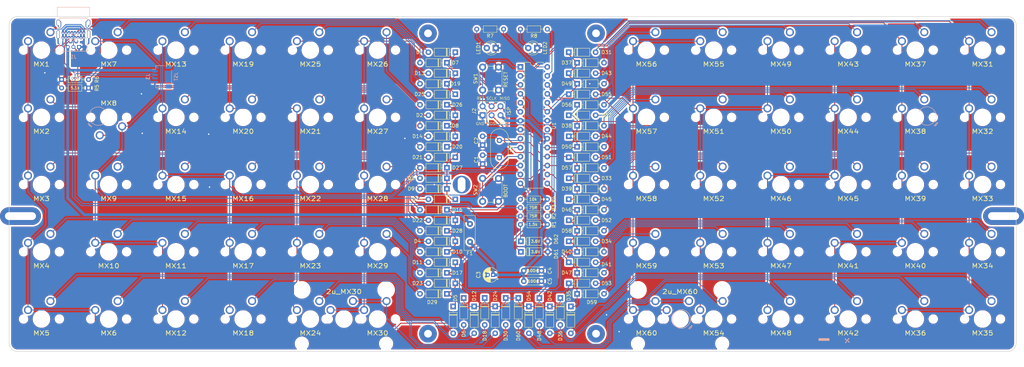
<source format=kicad_pcb>
(kicad_pcb (version 20171130) (host pcbnew "(5.1.10-1-10_14)")
  (title_block (date 2021-10-14) (rev 1.4))
  (layers (0 F.Cu signal) (31 B.Cu signal) (34 B.Paste user) (35 F.Paste user) (36 B.SilkS user) (37 F.SilkS user) (38 B.Mask user) (39 F.Mask user) (44 Edge.Cuts user))
  (net 0 "")
  (net 1 +5V)
  (net 2 GND)
  (net 3 /ROW0)
  (net 4 /ROW1)
  (net 5 /ROW2)
  (net 6 /ROW3)
  (net 7 /ROW4)
  (net 8 /ROW5)
  (net 9 /RESET)
  (net 10 "Net-(LED1-Pad2)")
  (net 11 /USB_D+)
  (net 12 /USB_D-)
  (net 13 /COL3)
  (net 14 /COL0)
  (net 15 /COL1)
  (net 16 /COL2)
  (net 17 /COL4)
  (net 18 /COL5)
  (net 19 /COL6)
  (net 20 /COL7)
  (net 21 /COL8)
  (net 22 "Net-(U1-Pad21)")
  (net 23 "Net-(C1-Pad1)")
  (net 24 "Net-(C2-Pad1)")
  (net 25 "Net-(F1-Pad1)")
  (net 26 "Net-(D1-Pad2)")
  (net 27 "Net-(D2-Pad2)")
  (net 28 "Net-(D3-Pad2)")
  (net 29 "Net-(D4-Pad2)")
  (net 30 "Net-(D5-Pad2)")
  (net 31 "Net-(D6-Pad2)")
  (net 32 "Net-(D7-Pad2)")
  (net 33 "Net-(D8-Pad2)")
  (net 34 "Net-(D9-Pad2)")
  (net 35 "Net-(D10-Pad2)")
  (net 36 "Net-(D11-Pad2)")
  (net 37 "Net-(D12-Pad2)")
  (net 38 "Net-(D13-Pad2)")
  (net 39 "Net-(D14-Pad2)")
  (net 40 "Net-(D15-Pad2)")
  (net 41 "Net-(D16-Pad2)")
  (net 42 "Net-(D17-Pad2)")
  (net 43 "Net-(D19-Pad2)")
  (net 44 "Net-(D20-Pad2)")
  (net 45 "Net-(D21-Pad2)")
  (net 46 "Net-(D22-Pad2)")
  (net 47 "Net-(D23-Pad2)")
  (net 48 "Net-(D24-Pad2)")
  (net 49 "Net-(D25-Pad2)")
  (net 50 "Net-(D26-Pad2)")
  (net 51 "Net-(D28-Pad2)")
  (net 52 "Net-(D29-Pad2)")
  (net 53 "Net-(D31-Pad2)")
  (net 54 "Net-(D32-Pad2)")
  (net 55 "Net-(D33-Pad2)")
  (net 56 "Net-(D34-Pad2)")
  (net 57 "Net-(D35-Pad2)")
  (net 58 "Net-(D36-Pad2)")
  (net 59 "Net-(D37-Pad2)")
  (net 60 "Net-(D38-Pad2)")
  (net 61 "Net-(D39-Pad2)")
  (net 62 "Net-(D40-Pad2)")
  (net 63 "Net-(D44-Pad2)")
  (net 64 "Net-(D45-Pad2)")
  (net 65 "Net-(D46-Pad2)")
  (net 66 "Net-(D47-Pad2)")
  (net 67 "Net-(D49-Pad2)")
  (net 68 "Net-(D50-Pad2)")
  (net 69 "Net-(D51-Pad2)")
  (net 70 "Net-(D52-Pad2)")
  (net 71 "Net-(D53-Pad2)")
  (net 72 "Net-(D54-Pad2)")
  (net 73 "Net-(D55-Pad2)")
  (net 74 "Net-(D56-Pad2)")
  (net 75 "Net-(D57-Pad2)")
  (net 76 "Net-(D58-Pad2)")
  (net 77 "Net-(D59-Pad2)")
  (net 78 "Net-(D66-Pad1)")
  (net 79 "Net-(D67-Pad1)")
  (net 80 "Net-(D41-Pad2)")
  (net 81 "Net-(D42-Pad2)")
  (net 82 "Net-(D43-Pad2)")
  (net 83 "Net-(D48-Pad2)")
  (net 84 "Net-(LED2-Pad2)")
  (net 85 /LED1)
  (net 86 /LED2)
  (net 87 "Net-(D18-Pad2)")
  (net 88 "Net-(D27-Pad2)")
  (net 89 /COL9)
  (net 90 "Net-(2u_MX30-Pad1)")
  (net 91 "Net-(2u_MX60-Pad1)")
  (net 92 "Net-(J1-PadCC2)")
  (net 93 "Net-(J1-PadCC1)")
  (module lumberjack:MX (layer F.Cu) (at 38.100032 64.293804)
    (fp_text reference MX7 (at 0 4 180) (layer F.SilkS) (effects (font (size 1.27 1.524) (thickness 0.2032))))
    (fp_text value SW_Push hide)
    (pad "" np_thru_hole circle (at 5.08 0) (size 1.7018 1.7018) (drill 1.7018) (layers *.Cu *.Mask))
    (pad "" np_thru_hole circle (at -5.08 0) (size 1.7018 1.7018) (drill 1.7018) (layers *.Cu *.Mask))
    (pad "" np_thru_hole circle (at 0 0) (size 3.9878 3.9878) (drill 3.9878) (layers *.Cu *.Mask))
    (pad 2 thru_hole circle (at -3.81 -2.54) (size 2.286 2.286) (drill 1.4986) (layers *.Cu *.Mask) (net 15 /COL1))
    (pad 1 thru_hole circle (at 2.54 -5.08) (size 2.286 2.286) (drill 1.4986) (layers *.Cu *.Mask) (net 32 "Net-(D7-Pad2)"))
  )
  (module lumberjack:USB_Hybrid (layer B.Cu) (at 25.128 60.86)
    (fp_text reference J1 (at 2.975 5.334) (layer B.SilkS) (effects (justify mirror)))
    (fp_text value USB)
    (pad D+ thru_hole circle (at 2.972 2.54 180) (size 1.1 1.1) (drill 0.7) (layers *.Cu *.Mask) (net 78 "Net-(D66-Pad1)"))
    (pad "" thru_hole oval (at 3.772 0.79 180) (size 1.1 1.1) (drill 0.7 (offset 0 -0.2)) (layers *.Cu *.Mask) (clearance 0.14))
    (pad V+ thru_hole circle (at 1.372 2.54 180) (size 1.1 1.1) (drill 0.7) (layers *.Cu *.Mask) (net 25 "Net-(F1-Pad1)"))
    (pad GND thru_hole rect (at 4.572 2.54 180) (size 1.1 1.1) (drill 0.7) (layers *.Cu *.Mask) (net 2 GND))
    (pad S2 thru_hole oval (at 6.872 0.79 180) (size 0.85 2) (drill oval 0.45 1.6 (offset -0.2 0)) (layers *.Cu *.Mask))
    (pad D- thru_hole oval (at 2.172 0.79 180) (size 1.1 1.1) (drill 0.7 (offset 0 -0.2)) (layers *.Cu *.Mask) (net 79 "Net-(D67-Pad1)") (clearance 0.14))
    (pad S3 thru_hole oval (at -0.928 -3.91 180) (size 0.85 2) (drill oval 0.45 1.6) (layers *.Cu *.Mask))
    (pad S4 thru_hole oval (at 6.872 -3.91 180) (size 0.85 2) (drill oval 0.45 1.6) (layers *.Cu *.Mask))
    (pad S1 thru_hole oval (at -0.928 0.79 180) (size 0.85 2) (drill oval 0.45 1.6 (offset 0.2 0)) (layers *.Cu *.Mask))
    (pad S4 thru_hole oval (at 7.3 -4.36) (size 0.9 1.7) (drill oval 0.6 1.4) (layers *.Cu *.Mask))
    (pad S3 thru_hole oval (at -1.35 -4.36) (size 0.9 1.7) (drill oval 0.6 1.4) (layers *.Cu *.Mask))
    (pad S2 thru_hole oval (at 7.3 -0.98) (size 0.9 2.4) (drill oval 0.6 2.1) (layers *.Cu *.Mask))
    (pad S1 thru_hole oval (at -1.35 -0.98) (size 0.9 2.4) (drill oval 0.6 2.1) (layers *.Cu *.Mask))
    (pad D+ thru_hole oval (at 3.4 -1.35) (size 0.7 1) (drill 0.4 (offset 0 -0.15)) (layers *.Cu *.Mask) (net 78 "Net-(D66-Pad1)") (clearance 0.07))
    (pad GND thru_hole oval (at 5.95 -1.35) (size 0.7 1) (drill 0.4 (offset 0 -0.15)) (layers *.Cu *.Mask) (net 2 GND) (clearance 0.07))
    (pad V+ thru_hole oval (at 5.1 -1.35) (size 0.7 1) (drill 0.4 (offset 0 -0.15)) (layers *.Cu *.Mask) (net 25 "Net-(F1-Pad1)") (clearance 0.07))
    (pad CC2 thru_hole oval (at 4.25 -1.35) (size 0.7 1) (drill 0.4 (offset 0 -0.15)) (layers *.Cu *.Mask) (net 92 "Net-(J1-PadCC2)") (clearance 0.07))
    (pad GND thru_hole oval (at 0 -1.35) (size 0.7 1) (drill 0.4 (offset 0 -0.15)) (layers *.Cu *.Mask) (net 2 GND) (clearance 0.07))
    (pad "" thru_hole oval (at 1.7 -1.35) (size 0.7 1) (drill 0.4 (offset 0 -0.15)) (layers *.Cu *.Mask) (clearance 0.07))
    (pad D- thru_hole oval (at 2.55 -1.35) (size 0.7 1) (drill 0.4 (offset 0 -0.15)) (layers *.Cu *.Mask) (net 79 "Net-(D67-Pad1)") (clearance 0.07))
    (pad V+ thru_hole oval (at 0.85 -1.35) (size 0.7 1) (drill 0.4 (offset 0 -0.15)) (layers *.Cu *.Mask) (net 25 "Net-(F1-Pad1)") (clearance 0.07))
    (pad GND thru_hole oval (at 5.95 0) (size 0.7 1) (drill 0.4 (offset 0 -0.15)) (layers *.Cu *.Mask) (net 2 GND) (clearance 0.07))
    (pad V+ thru_hole oval (at 5.1 0) (size 0.7 1) (drill 0.4 (offset 0 -0.15)) (layers *.Cu *.Mask) (net 25 "Net-(F1-Pad1)") (clearance 0.07))
    (pad "" thru_hole oval (at 4.25 0) (size 0.7 0.9) (drill 0.4 (offset 0 -0.2)) (layers *.Cu *.Mask) (clearance 0.07))
    (pad D- thru_hole oval (at 3.4 0) (size 0.7 0.9) (drill 0.4 (offset 0 -0.2)) (layers *.Cu *.Mask) (net 79 "Net-(D67-Pad1)") (clearance 0.07))
    (pad D+ thru_hole oval (at 2.55 0) (size 0.7 0.9) (drill 0.4 (offset 0 -0.2)) (layers *.Cu *.Mask) (net 78 "Net-(D66-Pad1)") (clearance 0.07))
    (pad CC1 thru_hole oval (at 1.7 0) (size 0.7 0.9) (drill 0.4 (offset 0 -0.2)) (layers *.Cu *.Mask) (net 93 "Net-(J1-PadCC1)") (clearance 0.07))
    (pad V+ thru_hole oval (at 0.85 0) (size 0.7 1) (drill 0.4 (offset 0 -0.15)) (layers *.Cu *.Mask) (net 25 "Net-(F1-Pad1)") (clearance 0.07))
    (pad GND thru_hole oval (at 0 0) (size 0.7 1) (drill 0.4 (offset 0 -0.15)) (layers *.Cu *.Mask) (net 2 GND) (clearance 0.07))
  )
  (module lumberjack:Flags (layer B.Cu) (at 240.9 146.7 180)
    (fp_text reference REF** hide)
    (fp_text value flags)
  )
  (module Symbol:OSHW-Logo_7.5x8mm_Copper (layer B.Cu) (at 147.637624 116.681348 180)
    (fp_text reference REF** hide)
    (fp_text value OSHW-Logo_7.5x8mm_Copper hide)
  )
  (module Resistor_THT:R_Axial_DIN0204_L3.6mm_D1.6mm_P7.62mm_Horizontal (layer F.Cu) (at 162.40138 106.561027 180)
    (fp_text reference R4 (at -1.905008 0 90) (layer F.SilkS))
    (fp_text value 10k (at 4.048122 0) (layer F.SilkS) (effects (font (size 0.8 0.8))))
    (pad 2 thru_hole oval (at 7.62 0 180) (size 1.4 1.4) (drill 0.7) (layers *.Cu *.Mask) (net 9 /RESET))
    (pad 1 thru_hole circle (at 0 0 180) (size 1.4 1.4) (drill 0.7) (layers *.Cu *.Mask) (net 1 +5V))
  )
  (module Resistor_THT:R_Axial_DIN0204_L3.6mm_D1.6mm_P7.62mm_Horizontal (layer F.Cu) (at 154.78138 108.942279)
    (fp_text reference R3 (at 9.525008 0 90) (layer F.SilkS))
    (fp_text value 75R (at 3.571878 0) (layer F.SilkS) (effects (font (size 0.8 0.8))))
    (pad 2 thru_hole oval (at 7.62 0) (size 1.4 1.4) (drill 0.7) (layers *.Cu *.Mask) (net 12 /USB_D-))
    (pad 1 thru_hole circle (at 0 0) (size 1.4 1.4) (drill 0.7) (layers *.Cu *.Mask) (net 79 "Net-(D67-Pad1)"))
  )
  (module Fuse:Fuse_Bourns_MF-RHT100 (layer F.Cu) (at 140.493868 116.086035 270)
    (fp_text reference F1 (at 5.794382 0.087313) (layer F.SilkS))
    (fp_text value 100mA)
    (pad 1 thru_hole circle (at -2.54 0 270) (size 1.71 1.71) (drill 0.71) (layers *.Cu *.Mask) (net 25 "Net-(F1-Pad1)"))
    (pad 2 thru_hole circle (at 2.54 0 270) (size 1.71 1.71) (drill 0.71) (layers *.Cu *.Mask) (net 1 +5V))
  )
  (module Diode_THT:D_DO-35_SOD27_P7.62mm_Horizontal (layer F.Cu) (at 141.684494 136.92199 270)
    (fp_text reference D12 (at -2.976565 0 90) (layer F.SilkS))
    (fp_text value 1N4148)
    (pad 1 thru_hole rect (at 0 0 270) (size 1.6 1.6) (drill 0.8) (layers *.Cu *.Mask) (net 8 /ROW5))
    (pad 2 thru_hole oval (at 7.62 0 270) (size 1.6 1.6) (drill 0.8) (layers *.Cu *.Mask) (net 37 "Net-(D12-Pad2)"))
  )
  (module Diode_THT:D_DO-35_SOD27_P7.62mm_Horizontal (layer F.Cu) (at 136.326677 118.467287 180)
    (fp_text reference D4 (at 10.715634 0) (layer F.SilkS))
    (fp_text value 1N4148)
    (pad 1 thru_hole rect (at 0 0 180) (size 1.6 1.6) (drill 0.8) (layers *.Cu *.Mask) (net 6 /ROW3))
    (pad 2 thru_hole oval (at 7.62 0 180) (size 1.6 1.6) (drill 0.8) (layers *.Cu *.Mask) (net 29 "Net-(D4-Pad2)"))
  )
  (module lumberjack:MX (layer F.Cu) (at 114.300096 102.393836)
    (fp_text reference MX28 (at 0 4) (layer F.SilkS) (effects (font (size 1.27 1.524) (thickness 0.2032))))
    (fp_text value SW_Push hide)
    (pad "" np_thru_hole circle (at 5.08 0) (size 1.7018 1.7018) (drill 1.7018) (layers *.Cu *.Mask))
    (pad "" np_thru_hole circle (at -5.08 0) (size 1.7018 1.7018) (drill 1.7018) (layers *.Cu *.Mask))
    (pad "" np_thru_hole circle (at 0 0) (size 3.9878 3.9878) (drill 3.9878) (layers *.Cu *.Mask))
    (pad 2 thru_hole circle (at -3.81 -2.54) (size 2.286 2.286) (drill 1.4986) (layers *.Cu *.Mask) (net 17 /COL4))
    (pad 1 thru_hole circle (at 2.54 -5.08) (size 2.286 2.286) (drill 1.4986) (layers *.Cu *.Mask) (net 51 "Net-(D28-Pad2)"))
  )
  (module lumberjack:MountingSlot_M2 (layer F.Cu) (at 138.112616 102.393836 90)
    (fp_text reference H7 hide)
    (fp_text value M2)
    (pad "" np_thru_hole circle (at 0 0 90) (size 5 5) (drill oval 4.2 2.2) (layers *.Cu *.Mask))
  )
  (module lumberjack:MX (layer F.Cu) (at 285.75024 83.34382)
    (fp_text reference MX32 (at 0 4) (layer F.SilkS) (effects (font (size 1.27 1.524) (thickness 0.2032))))
    (fp_text value SW_Push hide)
    (pad "" np_thru_hole circle (at 5.08 0) (size 1.7018 1.7018) (drill 1.7018) (layers *.Cu *.Mask))
    (pad "" np_thru_hole circle (at -5.08 0) (size 1.7018 1.7018) (drill 1.7018) (layers *.Cu *.Mask))
    (pad "" np_thru_hole circle (at 0 0) (size 3.9878 3.9878) (drill 3.9878) (layers *.Cu *.Mask))
    (pad 2 thru_hole circle (at -3.81 -2.54) (size 2.286 2.286) (drill 1.4986) (layers *.Cu *.Mask) (net 18 /COL5))
    (pad 1 thru_hole circle (at 2.54 -5.08) (size 2.286 2.286) (drill 1.4986) (layers *.Cu *.Mask) (net 54 "Net-(D32-Pad2)"))
  )
  (module Diode_THT:D_DO-35_SOD27_P7.62mm_Horizontal (layer F.Cu) (at 168.473579 118.467287)
    (fp_text reference D34 (at 10.715634 0) (layer F.SilkS))
    (fp_text value 1N4148)
    (pad 1 thru_hole rect (at 0 0) (size 1.6 1.6) (drill 0.8) (layers *.Cu *.Mask) (net 6 /ROW3))
    (pad 2 thru_hole oval (at 7.62 0) (size 1.6 1.6) (drill 0.8) (layers *.Cu *.Mask) (net 56 "Net-(D34-Pad2)"))
  )
  (module Diode_THT:D_DO-35_SOD27_P7.62mm_Horizontal (layer F.Cu) (at 170.854831 67.865682)
    (fp_text reference D37 (at -2.976565 0) (layer F.SilkS))
    (fp_text value 1N4148)
    (pad 1 thru_hole rect (at 0 0) (size 1.6 1.6) (drill 0.8) (layers *.Cu *.Mask) (net 3 /ROW0))
    (pad 2 thru_hole oval (at 7.62 0) (size 1.6 1.6) (drill 0.8) (layers *.Cu *.Mask) (net 59 "Net-(D37-Pad2)"))
  )
  (module Diode_THT:D_DO-35_SOD27_P7.62mm_Horizontal (layer F.Cu) (at 133.945425 73.818812 180)
    (fp_text reference D19 (at -2.381252 0) (layer F.SilkS))
    (fp_text value 1N4148)
    (pad 2 thru_hole oval (at 7.62 0 180) (size 1.6 1.6) (drill 0.8) (layers *.Cu *.Mask) (net 43 "Net-(D19-Pad2)"))
    (pad 1 thru_hole rect (at 0 0 180) (size 1.6 1.6) (drill 0.8) (layers *.Cu *.Mask) (net 3 /ROW0))
  )
  (module lumberjack:MX (layer F.Cu) (at 228.600192 121.443852)
    (fp_text reference MX47 (at 0 4) (layer F.SilkS) (effects (font (size 1.27 1.524) (thickness 0.2032))))
    (fp_text value SW_Push hide)
    (pad "" np_thru_hole circle (at 5.08 0) (size 1.7018 1.7018) (drill 1.7018) (layers *.Cu *.Mask))
    (pad "" np_thru_hole circle (at -5.08 0) (size 1.7018 1.7018) (drill 1.7018) (layers *.Cu *.Mask))
    (pad "" np_thru_hole circle (at 0 0) (size 3.9878 3.9878) (drill 3.9878) (layers *.Cu *.Mask))
    (pad 2 thru_hole circle (at -3.81 -2.54) (size 2.286 2.286) (drill 1.4986) (layers *.Cu *.Mask) (net 20 /COL7))
    (pad 1 thru_hole circle (at 2.54 -5.08) (size 2.286 2.286) (drill 1.4986) (layers *.Cu *.Mask) (net 66 "Net-(D47-Pad2)"))
  )
  (module lumberjack:MX (layer F.Cu) (at 247.650208 83.34382)
    (fp_text reference MX44 (at 0 4) (layer F.SilkS) (effects (font (size 1.27 1.524) (thickness 0.2032))))
    (fp_text value SW_Push hide)
    (pad "" np_thru_hole circle (at 5.08 0) (size 1.7018 1.7018) (drill 1.7018) (layers *.Cu *.Mask))
    (pad "" np_thru_hole circle (at -5.08 0) (size 1.7018 1.7018) (drill 1.7018) (layers *.Cu *.Mask))
    (pad "" np_thru_hole circle (at 0 0) (size 3.9878 3.9878) (drill 3.9878) (layers *.Cu *.Mask))
    (pad 2 thru_hole circle (at -3.81 -2.54) (size 2.286 2.286) (drill 1.4986) (layers *.Cu *.Mask) (net 20 /COL7))
    (pad 1 thru_hole circle (at 2.54 -5.08) (size 2.286 2.286) (drill 1.4986) (layers *.Cu *.Mask) (net 63 "Net-(D44-Pad2)"))
  )
  (module lumberjack:MX (layer F.Cu) (at 247.650208 64.293804)
    (fp_text reference MX43 (at 0 4) (layer F.SilkS) (effects (font (size 1.27 1.524) (thickness 0.2032))))
    (fp_text value SW_Push hide)
    (pad "" np_thru_hole circle (at 5.08 0) (size 1.7018 1.7018) (drill 1.7018) (layers *.Cu *.Mask))
    (pad "" np_thru_hole circle (at -5.08 0) (size 1.7018 1.7018) (drill 1.7018) (layers *.Cu *.Mask))
    (pad "" np_thru_hole circle (at 0 0) (size 3.9878 3.9878) (drill 3.9878) (layers *.Cu *.Mask))
    (pad 2 thru_hole circle (at -3.81 -2.54) (size 2.286 2.286) (drill 1.4986) (layers *.Cu *.Mask) (net 20 /COL7))
    (pad 1 thru_hole circle (at 2.54 -5.08) (size 2.286 2.286) (drill 1.4986) (layers *.Cu *.Mask) (net 82 "Net-(D43-Pad2)"))
  )
  (module lumberjack:MX (layer F.Cu) (at 266.700224 83.34382)
    (fp_text reference MX38 (at 0 4) (layer F.SilkS) (effects (font (size 1.27 1.524) (thickness 0.2032))))
    (fp_text value SW_Push hide)
    (pad "" np_thru_hole circle (at 5.08 0) (size 1.7018 1.7018) (drill 1.7018) (layers *.Cu *.Mask))
    (pad "" np_thru_hole circle (at -5.08 0) (size 1.7018 1.7018) (drill 1.7018) (layers *.Cu *.Mask))
    (pad "" np_thru_hole circle (at 0 0) (size 3.9878 3.9878) (drill 3.9878) (layers *.Cu *.Mask))
    (pad 2 thru_hole circle (at -3.81 -2.54) (size 2.286 2.286) (drill 1.4986) (layers *.Cu *.Mask) (net 19 /COL6))
    (pad 1 thru_hole circle (at 2.54 -5.08) (size 2.286 2.286) (drill 1.4986) (layers *.Cu *.Mask) (net 60 "Net-(D38-Pad2)"))
  )
  (module lumberjack:MX (layer F.Cu) (at 247.650208 102.393836)
    (fp_text reference MX45 (at 0 4) (layer F.SilkS) (effects (font (size 1.27 1.524) (thickness 0.2032))))
    (fp_text value SW_Push hide)
    (pad "" np_thru_hole circle (at 5.08 0) (size 1.7018 1.7018) (drill 1.7018) (layers *.Cu *.Mask))
    (pad "" np_thru_hole circle (at -5.08 0) (size 1.7018 1.7018) (drill 1.7018) (layers *.Cu *.Mask))
    (pad "" np_thru_hole circle (at 0 0) (size 3.9878 3.9878) (drill 3.9878) (layers *.Cu *.Mask))
    (pad 2 thru_hole circle (at -3.81 -2.54) (size 2.286 2.286) (drill 1.4986) (layers *.Cu *.Mask) (net 20 /COL7))
    (pad 1 thru_hole circle (at 2.54 -5.08) (size 2.286 2.286) (drill 1.4986) (layers *.Cu *.Mask) (net 64 "Net-(D45-Pad2)"))
  )
  (module lumberjack:MX (layer F.Cu) (at 285.75024 102.393836)
    (fp_text reference MX33 (at 0 4) (layer F.SilkS) (effects (font (size 1.27 1.524) (thickness 0.2032))))
    (fp_text value SW_Push hide)
    (pad "" np_thru_hole circle (at 5.08 0) (size 1.7018 1.7018) (drill 1.7018) (layers *.Cu *.Mask))
    (pad "" np_thru_hole circle (at -5.08 0) (size 1.7018 1.7018) (drill 1.7018) (layers *.Cu *.Mask))
    (pad "" np_thru_hole circle (at 0 0) (size 3.9878 3.9878) (drill 3.9878) (layers *.Cu *.Mask))
    (pad 2 thru_hole circle (at -3.81 -2.54) (size 2.286 2.286) (drill 1.4986) (layers *.Cu *.Mask) (net 18 /COL5))
    (pad 1 thru_hole circle (at 2.54 -5.08) (size 2.286 2.286) (drill 1.4986) (layers *.Cu *.Mask) (net 55 "Net-(D33-Pad2)"))
  )
  (module lumberjack:MX (layer F.Cu) (at 266.700224 102.393836)
    (fp_text reference MX39 (at 0 4) (layer F.SilkS) (effects (font (size 1.27 1.524) (thickness 0.2032))))
    (fp_text value SW_Push hide)
    (pad "" np_thru_hole circle (at 5.08 0) (size 1.7018 1.7018) (drill 1.7018) (layers *.Cu *.Mask))
    (pad "" np_thru_hole circle (at -5.08 0) (size 1.7018 1.7018) (drill 1.7018) (layers *.Cu *.Mask))
    (pad "" np_thru_hole circle (at 0 0) (size 3.9878 3.9878) (drill 3.9878) (layers *.Cu *.Mask))
    (pad 2 thru_hole circle (at -3.81 -2.54) (size 2.286 2.286) (drill 1.4986) (layers *.Cu *.Mask) (net 19 /COL6))
    (pad 1 thru_hole circle (at 2.54 -5.08) (size 2.286 2.286) (drill 1.4986) (layers *.Cu *.Mask) (net 61 "Net-(D39-Pad2)"))
  )
  (module lumberjack:MX (layer F.Cu) (at 285.75024 121.443852)
    (fp_text reference MX34 (at 0 4) (layer F.SilkS) (effects (font (size 1.27 1.524) (thickness 0.2032))))
    (fp_text value SW_Push hide)
    (pad "" np_thru_hole circle (at 5.08 0) (size 1.7018 1.7018) (drill 1.7018) (layers *.Cu *.Mask))
    (pad "" np_thru_hole circle (at -5.08 0) (size 1.7018 1.7018) (drill 1.7018) (layers *.Cu *.Mask))
    (pad "" np_thru_hole circle (at 0 0) (size 3.9878 3.9878) (drill 3.9878) (layers *.Cu *.Mask))
    (pad 2 thru_hole circle (at -3.81 -2.54) (size 2.286 2.286) (drill 1.4986) (layers *.Cu *.Mask) (net 18 /COL5))
    (pad 1 thru_hole circle (at 2.54 -5.08) (size 2.286 2.286) (drill 1.4986) (layers *.Cu *.Mask) (net 56 "Net-(D34-Pad2)"))
  )
  (module lumberjack:MX (layer F.Cu) (at 266.700224 121.443852)
    (fp_text reference MX40 (at 0 4) (layer F.SilkS) (effects (font (size 1.27 1.524) (thickness 0.2032))))
    (fp_text value SW_Push hide)
    (pad "" np_thru_hole circle (at 5.08 0) (size 1.7018 1.7018) (drill 1.7018) (layers *.Cu *.Mask))
    (pad "" np_thru_hole circle (at -5.08 0) (size 1.7018 1.7018) (drill 1.7018) (layers *.Cu *.Mask))
    (pad "" np_thru_hole circle (at 0 0) (size 3.9878 3.9878) (drill 3.9878) (layers *.Cu *.Mask))
    (pad 2 thru_hole circle (at -3.81 -2.54) (size 2.286 2.286) (drill 1.4986) (layers *.Cu *.Mask) (net 19 /COL6))
    (pad 1 thru_hole circle (at 2.54 -5.08) (size 2.286 2.286) (drill 1.4986) (layers *.Cu *.Mask) (net 62 "Net-(D40-Pad2)"))
  )
  (module lumberjack:MX (layer F.Cu) (at 228.600192 102.393836)
    (fp_text reference MX46 (at 0 4) (layer F.SilkS) (effects (font (size 1.27 1.524) (thickness 0.2032))))
    (fp_text value SW_Push hide)
    (pad "" np_thru_hole circle (at 5.08 0) (size 1.7018 1.7018) (drill 1.7018) (layers *.Cu *.Mask))
    (pad "" np_thru_hole circle (at -5.08 0) (size 1.7018 1.7018) (drill 1.7018) (layers *.Cu *.Mask))
    (pad "" np_thru_hole circle (at 0 0) (size 3.9878 3.9878) (drill 3.9878) (layers *.Cu *.Mask))
    (pad 2 thru_hole circle (at -3.81 -2.54) (size 2.286 2.286) (drill 1.4986) (layers *.Cu *.Mask) (net 20 /COL7))
    (pad 1 thru_hole circle (at 2.54 -5.08) (size 2.286 2.286) (drill 1.4986) (layers *.Cu *.Mask) (net 65 "Net-(D46-Pad2)"))
  )
  (module lumberjack:MX (layer F.Cu) (at 209.550176 102.393836)
    (fp_text reference MX52 (at 0 4) (layer F.SilkS) (effects (font (size 1.27 1.524) (thickness 0.2032))))
    (fp_text value SW_Push hide)
    (pad "" np_thru_hole circle (at 5.08 0) (size 1.7018 1.7018) (drill 1.7018) (layers *.Cu *.Mask))
    (pad "" np_thru_hole circle (at -5.08 0) (size 1.7018 1.7018) (drill 1.7018) (layers *.Cu *.Mask))
    (pad "" np_thru_hole circle (at 0 0) (size 3.9878 3.9878) (drill 3.9878) (layers *.Cu *.Mask))
    (pad 2 thru_hole circle (at -3.81 -2.54) (size 2.286 2.286) (drill 1.4986) (layers *.Cu *.Mask) (net 21 /COL8))
    (pad 1 thru_hole circle (at 2.54 -5.08) (size 2.286 2.286) (drill 1.4986) (layers *.Cu *.Mask) (net 70 "Net-(D52-Pad2)"))
  )
  (module lumberjack:MX (layer F.Cu) (at 285.75024 140.493868)
    (fp_text reference MX35 (at 0 4) (layer F.SilkS) (effects (font (size 1.27 1.524) (thickness 0.2032))))
    (fp_text value SW_Push hide)
    (pad "" np_thru_hole circle (at 5.08 0) (size 1.7018 1.7018) (drill 1.7018) (layers *.Cu *.Mask))
    (pad "" np_thru_hole circle (at -5.08 0) (size 1.7018 1.7018) (drill 1.7018) (layers *.Cu *.Mask))
    (pad "" np_thru_hole circle (at 0 0) (size 3.9878 3.9878) (drill 3.9878) (layers *.Cu *.Mask))
    (pad 2 thru_hole circle (at -3.81 -2.54) (size 2.286 2.286) (drill 1.4986) (layers *.Cu *.Mask) (net 18 /COL5))
    (pad 1 thru_hole circle (at 2.54 -5.08) (size 2.286 2.286) (drill 1.4986) (layers *.Cu *.Mask) (net 57 "Net-(D35-Pad2)"))
  )
  (module lumberjack:MX (layer F.Cu) (at 247.650208 121.443852)
    (fp_text reference MX41 (at 0 4) (layer F.SilkS) (effects (font (size 1.27 1.524) (thickness 0.2032))))
    (fp_text value SW_Push hide)
    (pad "" np_thru_hole circle (at 5.08 0) (size 1.7018 1.7018) (drill 1.7018) (layers *.Cu *.Mask))
    (pad "" np_thru_hole circle (at -5.08 0) (size 1.7018 1.7018) (drill 1.7018) (layers *.Cu *.Mask))
    (pad "" np_thru_hole circle (at 0 0) (size 3.9878 3.9878) (drill 3.9878) (layers *.Cu *.Mask))
    (pad 2 thru_hole circle (at -3.81 -2.54) (size 2.286 2.286) (drill 1.4986) (layers *.Cu *.Mask) (net 19 /COL6))
    (pad 1 thru_hole circle (at 2.54 -5.08) (size 2.286 2.286) (drill 1.4986) (layers *.Cu *.Mask) (net 80 "Net-(D41-Pad2)"))
  )
  (module lumberjack:MX (layer F.Cu) (at 209.550176 121.443852)
    (fp_text reference MX53 (at 0 4) (layer F.SilkS) (effects (font (size 1.27 1.524) (thickness 0.2032))))
    (fp_text value SW_Push hide)
    (pad "" np_thru_hole circle (at 5.08 0) (size 1.7018 1.7018) (drill 1.7018) (layers *.Cu *.Mask))
    (pad "" np_thru_hole circle (at -5.08 0) (size 1.7018 1.7018) (drill 1.7018) (layers *.Cu *.Mask))
    (pad "" np_thru_hole circle (at 0 0) (size 3.9878 3.9878) (drill 3.9878) (layers *.Cu *.Mask))
    (pad 2 thru_hole circle (at -3.81 -2.54) (size 2.286 2.286) (drill 1.4986) (layers *.Cu *.Mask) (net 21 /COL8))
    (pad 1 thru_hole circle (at 2.54 -5.08) (size 2.286 2.286) (drill 1.4986) (layers *.Cu *.Mask) (net 71 "Net-(D53-Pad2)"))
  )
  (module lumberjack:MX (layer F.Cu) (at 266.700224 140.493868)
    (fp_text reference MX36 (at 0 4) (layer F.SilkS) (effects (font (size 1.27 1.524) (thickness 0.2032))))
    (fp_text value SW_Push hide)
    (pad "" np_thru_hole circle (at 5.08 0) (size 1.7018 1.7018) (drill 1.7018) (layers *.Cu *.Mask))
    (pad "" np_thru_hole circle (at -5.08 0) (size 1.7018 1.7018) (drill 1.7018) (layers *.Cu *.Mask))
    (pad "" np_thru_hole circle (at 0 0) (size 3.9878 3.9878) (drill 3.9878) (layers *.Cu *.Mask))
    (pad 2 thru_hole circle (at -3.81 -2.54) (size 2.286 2.286) (drill 1.4986) (layers *.Cu *.Mask) (net 18 /COL5))
    (pad 1 thru_hole circle (at 2.54 -5.08) (size 2.286 2.286) (drill 1.4986) (layers *.Cu *.Mask) (net 58 "Net-(D36-Pad2)"))
  )
  (module lumberjack:MX (layer F.Cu) (at 247.650208 140.493868)
    (fp_text reference MX42 (at 0 4) (layer F.SilkS) (effects (font (size 1.27 1.524) (thickness 0.2032))))
    (fp_text value SW_Push hide)
    (pad "" np_thru_hole circle (at 5.08 0) (size 1.7018 1.7018) (drill 1.7018) (layers *.Cu *.Mask))
    (pad "" np_thru_hole circle (at -5.08 0) (size 1.7018 1.7018) (drill 1.7018) (layers *.Cu *.Mask))
    (pad "" np_thru_hole circle (at 0 0) (size 3.9878 3.9878) (drill 3.9878) (layers *.Cu *.Mask))
    (pad 2 thru_hole circle (at -3.81 -2.54) (size 2.286 2.286) (drill 1.4986) (layers *.Cu *.Mask) (net 19 /COL6))
    (pad 1 thru_hole circle (at 2.54 -5.08) (size 2.286 2.286) (drill 1.4986) (layers *.Cu *.Mask) (net 81 "Net-(D42-Pad2)"))
  )
  (module lumberjack:MX (layer F.Cu) (at 228.600192 140.493868)
    (fp_text reference MX48 (at 0 4) (layer F.SilkS) (effects (font (size 1.27 1.524) (thickness 0.2032))))
    (fp_text value SW_Push hide)
    (pad "" np_thru_hole circle (at 5.08 0) (size 1.7018 1.7018) (drill 1.7018) (layers *.Cu *.Mask))
    (pad "" np_thru_hole circle (at -5.08 0) (size 1.7018 1.7018) (drill 1.7018) (layers *.Cu *.Mask))
    (pad "" np_thru_hole circle (at 0 0) (size 3.9878 3.9878) (drill 3.9878) (layers *.Cu *.Mask))
    (pad 2 thru_hole circle (at -3.81 -2.54) (size 2.286 2.286) (drill 1.4986) (layers *.Cu *.Mask) (net 20 /COL7))
    (pad 1 thru_hole circle (at 2.54 -5.08) (size 2.286 2.286) (drill 1.4986) (layers *.Cu *.Mask) (net 83 "Net-(D48-Pad2)"))
  )
  (module lumberjack:MX (layer F.Cu) (at 209.550176 140.493868)
    (fp_text reference MX54 (at 0 4) (layer F.SilkS) (effects (font (size 1.27 1.524) (thickness 0.2032))))
    (fp_text value SW_Push hide)
    (pad 1 thru_hole circle (at 2.54 -5.08) (size 2.286 2.286) (drill 1.4986) (layers *.Cu *.Mask) (net 72 "Net-(D54-Pad2)"))
    (pad 2 thru_hole circle (at -3.81 -2.54) (size 2.286 2.286) (drill 1.4986) (layers *.Cu *.Mask) (net 21 /COL8))
    (pad "" np_thru_hole circle (at 0 0) (size 3.9878 3.9878) (drill 3.9878) (layers *.Cu *.Mask))
    (pad "" np_thru_hole circle (at -5.08 0) (size 1.7018 1.7018) (drill 1.7018) (layers *.Cu *.Mask))
    (pad "" np_thru_hole circle (at 5.08 0) (size 1.7018 1.7018) (drill 1.7018) (layers *.Cu *.Mask))
  )
  (module lumberjack:MX (layer F.Cu) (at 114.300096 64.293804)
    (fp_text reference MX26 (at 0 4) (layer F.SilkS) (effects (font (size 1.27 1.524) (thickness 0.2032))))
    (fp_text value SW_Push hide)
    (pad "" np_thru_hole circle (at 5.08 0) (size 1.7018 1.7018) (drill 1.7018) (layers *.Cu *.Mask))
    (pad "" np_thru_hole circle (at -5.08 0) (size 1.7018 1.7018) (drill 1.7018) (layers *.Cu *.Mask))
    (pad "" np_thru_hole circle (at 0 0) (size 3.9878 3.9878) (drill 3.9878) (layers *.Cu *.Mask))
    (pad 2 thru_hole circle (at -3.81 -2.54) (size 2.286 2.286) (drill 1.4986) (layers *.Cu *.Mask) (net 17 /COL4))
    (pad 1 thru_hole circle (at 2.54 -5.08) (size 2.286 2.286) (drill 1.4986) (layers *.Cu *.Mask) (net 50 "Net-(D26-Pad2)"))
  )
  (module lumberjack:MX (layer F.Cu) (at 114.300096 83.34382)
    (fp_text reference MX27 (at 0 4) (layer F.SilkS) (effects (font (size 1.27 1.524) (thickness 0.2032))))
    (fp_text value SW_Push hide)
    (pad "" np_thru_hole circle (at 5.08 0) (size 1.7018 1.7018) (drill 1.7018) (layers *.Cu *.Mask))
    (pad "" np_thru_hole circle (at -5.08 0) (size 1.7018 1.7018) (drill 1.7018) (layers *.Cu *.Mask))
    (pad "" np_thru_hole circle (at 0 0) (size 3.9878 3.9878) (drill 3.9878) (layers *.Cu *.Mask))
    (pad 2 thru_hole circle (at -3.81 -2.54) (size 2.286 2.286) (drill 1.4986) (layers *.Cu *.Mask) (net 17 /COL4))
    (pad 1 thru_hole circle (at 2.54 -5.08) (size 2.286 2.286) (drill 1.4986) (layers *.Cu *.Mask) (net 88 "Net-(D27-Pad2)"))
  )
  (module lumberjack:MX (layer F.Cu) (at 76.200064 83.34382)
    (fp_text reference MX20 (at 0 4) (layer F.SilkS) (effects (font (size 1.27 1.524) (thickness 0.2032))))
    (fp_text value SW_Push hide)
    (pad "" np_thru_hole circle (at 5.08 0) (size 1.7018 1.7018) (drill 1.7018) (layers *.Cu *.Mask))
    (pad "" np_thru_hole circle (at -5.08 0) (size 1.7018 1.7018) (drill 1.7018) (layers *.Cu *.Mask))
    (pad "" np_thru_hole circle (at 0 0) (size 3.9878 3.9878) (drill 3.9878) (layers *.Cu *.Mask))
    (pad 2 thru_hole circle (at -3.81 -2.54) (size 2.286 2.286) (drill 1.4986) (layers *.Cu *.Mask) (net 13 /COL3))
    (pad 1 thru_hole circle (at 2.54 -5.08) (size 2.286 2.286) (drill 1.4986) (layers *.Cu *.Mask) (net 44 "Net-(D20-Pad2)"))
  )
  (module lumberjack:MX (layer F.Cu) (at 95.25008 140.493868)
    (fp_text reference MX24 (at 0 4) (layer F.SilkS) (effects (font (size 1.27 1.524) (thickness 0.2032))))
    (fp_text value SW_Push hide)
    (pad "" np_thru_hole circle (at 5.08 0) (size 1.7018 1.7018) (drill 1.7018) (layers *.Cu *.Mask))
    (pad "" np_thru_hole circle (at -5.08 0) (size 1.7018 1.7018) (drill 1.7018) (layers *.Cu *.Mask))
    (pad "" np_thru_hole circle (at 0 0) (size 3.9878 3.9878) (drill 3.9878) (layers *.Cu *.Mask))
    (pad 2 thru_hole circle (at -3.81 -2.54) (size 2.286 2.286) (drill 1.4986) (layers *.Cu *.Mask) (net 13 /COL3))
    (pad 1 thru_hole circle (at 2.54 -5.08) (size 2.286 2.286) (drill 1.4986) (layers *.Cu *.Mask) (net 48 "Net-(D24-Pad2)"))
  )
  (module lumberjack:MX (layer F.Cu) (at 57.150048 140.493868)
    (fp_text reference MX12 (at 0 4) (layer F.SilkS) (effects (font (size 1.27 1.524) (thickness 0.2032))))
    (fp_text value SW_Push hide)
    (pad "" np_thru_hole circle (at 5.08 0) (size 1.7018 1.7018) (drill 1.7018) (layers *.Cu *.Mask))
    (pad "" np_thru_hole circle (at -5.08 0) (size 1.7018 1.7018) (drill 1.7018) (layers *.Cu *.Mask))
    (pad "" np_thru_hole circle (at 0 0) (size 3.9878 3.9878) (drill 3.9878) (layers *.Cu *.Mask))
    (pad 2 thru_hole circle (at -3.81 -2.54) (size 2.286 2.286) (drill 1.4986) (layers *.Cu *.Mask) (net 15 /COL1))
    (pad 1 thru_hole circle (at 2.54 -5.08) (size 2.286 2.286) (drill 1.4986) (layers *.Cu *.Mask) (net 37 "Net-(D12-Pad2)"))
  )
  (module lumberjack:MX (layer F.Cu) (at 19.050016 83.34382)
    (fp_text reference MX2 (at 0 4) (layer F.SilkS) (effects (font (size 1.27 1.524) (thickness 0.2032))))
    (fp_text value SW_Push hide)
    (pad "" np_thru_hole circle (at 5.08 0) (size 1.7018 1.7018) (drill 1.7018) (layers *.Cu *.Mask))
    (pad "" np_thru_hole circle (at -5.08 0) (size 1.7018 1.7018) (drill 1.7018) (layers *.Cu *.Mask))
    (pad "" np_thru_hole circle (at 0 0) (size 3.9878 3.9878) (drill 3.9878) (layers *.Cu *.Mask))
    (pad 2 thru_hole circle (at -3.81 -2.54) (size 2.286 2.286) (drill 1.4986) (layers *.Cu *.Mask) (net 14 /COL0))
    (pad 1 thru_hole circle (at 2.54 -5.08) (size 2.286 2.286) (drill 1.4986) (layers *.Cu *.Mask) (net 27 "Net-(D2-Pad2)"))
  )
  (module lumberjack:MountingSlot_M2 (layer F.Cu) (at 13.096886 111.323531)
    (fp_text reference H5 hide)
    (fp_text value M2)
    (pad "" np_thru_hole oval (at 0 0) (size 11.6 5) (drill oval 8.8 2.2) (layers *.Cu *.Mask))
  )
  (module lumberjack:MountingSlot_M2 (layer F.Cu) (at 291.70337 111.323531)
    (fp_text reference H6 hide)
    (fp_text value M2)
    (pad "" np_thru_hole oval (at 0 0) (size 11.6 5) (drill oval 8.8 2.2) (layers *.Cu *.Mask))
  )
  (module lumberjack:MountingHole_M2 (layer F.Cu) (at 128.587608 59.5313)
    (fp_text reference H1 hide)
    (fp_text value M2)
    (pad "" np_thru_hole circle (at 0 0) (size 5 5) (drill 2.2) (layers *.Cu *.Mask))
  )
  (module lumberjack:MountingHole_M2 (layer F.Cu) (at 176.212648 59.5313)
    (fp_text reference H2 hide)
    (fp_text value M2)
    (pad "" np_thru_hole circle (at 0 0) (size 5 5) (drill 2.2) (layers *.Cu *.Mask))
  )
  (module lumberjack:MountingHole_M2 (layer F.Cu) (at 128.587608 144.661059)
    (fp_text reference H3 hide)
    (fp_text value M2)
    (pad "" np_thru_hole circle (at 0 0) (size 5 5) (drill 2.2) (layers *.Cu *.Mask))
  )
  (module lumberjack:MountingHole_M2 (layer F.Cu) (at 176.212648 144.661059)
    (fp_text reference H4 hide)
    (fp_text value M2)
    (pad "" np_thru_hole circle (at 0 0) (size 5 5) (drill 2.2) (layers *.Cu *.Mask))
  )
  (module lumberjack:MX (layer F.Cu) (at 19.049968 64.29375)
    (fp_text reference MX1 (at 0 4) (layer F.SilkS) (effects (font (size 1.27 1.524) (thickness 0.2032))))
    (fp_text value SW_Push hide)
    (pad "" np_thru_hole circle (at 5.08 0) (size 1.7018 1.7018) (drill 1.7018) (layers *.Cu *.Mask))
    (pad "" np_thru_hole circle (at -5.08 0) (size 1.7018 1.7018) (drill 1.7018) (layers *.Cu *.Mask))
    (pad "" np_thru_hole circle (at 0 0) (size 3.9878 3.9878) (drill 3.9878) (layers *.Cu *.Mask))
    (pad 2 thru_hole circle (at -3.81 -2.54) (size 2.286 2.286) (drill 1.4986) (layers *.Cu *.Mask) (net 14 /COL0))
    (pad 1 thru_hole circle (at 2.54 -5.08) (size 2.286 2.286) (drill 1.4986) (layers *.Cu *.Mask) (net 26 "Net-(D1-Pad2)"))
  )
  (module lumberjack:MX (layer F.Cu) (at 57.150048 64.293804)
    (fp_text reference MX13 (at 0 4) (layer F.SilkS) (effects (font (size 1.27 1.524) (thickness 0.2032))))
    (fp_text value SW_Push hide)
    (pad "" np_thru_hole circle (at 5.08 0) (size 1.7018 1.7018) (drill 1.7018) (layers *.Cu *.Mask))
    (pad "" np_thru_hole circle (at -5.08 0) (size 1.7018 1.7018) (drill 1.7018) (layers *.Cu *.Mask))
    (pad "" np_thru_hole circle (at 0 0) (size 3.9878 3.9878) (drill 3.9878) (layers *.Cu *.Mask))
    (pad 2 thru_hole circle (at -3.81 -2.54) (size 2.286 2.286) (drill 1.4986) (layers *.Cu *.Mask) (net 16 /COL2))
    (pad 1 thru_hole circle (at 2.54 -5.08) (size 2.286 2.286) (drill 1.4986) (layers *.Cu *.Mask) (net 38 "Net-(D13-Pad2)"))
  )
  (module lumberjack:MX (layer F.Cu) (at 76.200064 64.293804)
    (fp_text reference MX19 (at 0 4) (layer F.SilkS) (effects (font (size 1.27 1.524) (thickness 0.2032))))
    (fp_text value SW_Push hide)
    (pad "" np_thru_hole circle (at 5.08 0) (size 1.7018 1.7018) (drill 1.7018) (layers *.Cu *.Mask))
    (pad "" np_thru_hole circle (at -5.08 0) (size 1.7018 1.7018) (drill 1.7018) (layers *.Cu *.Mask))
    (pad "" np_thru_hole circle (at 0 0) (size 3.9878 3.9878) (drill 3.9878) (layers *.Cu *.Mask))
    (pad 2 thru_hole circle (at -3.81 -2.54) (size 2.286 2.286) (drill 1.4986) (layers *.Cu *.Mask) (net 13 /COL3))
    (pad 1 thru_hole circle (at 2.54 -5.08) (size 2.286 2.286) (drill 1.4986) (layers *.Cu *.Mask) (net 43 "Net-(D19-Pad2)"))
  )
  (module lumberjack:MX (layer F.Cu) (at 95.25008 64.293804)
    (fp_text reference MX25 (at 0 4) (layer F.SilkS) (effects (font (size 1.27 1.524) (thickness 0.2032))))
    (fp_text value SW_Push hide)
    (pad "" np_thru_hole circle (at 5.08 0) (size 1.7018 1.7018) (drill 1.7018) (layers *.Cu *.Mask))
    (pad "" np_thru_hole circle (at -5.08 0) (size 1.7018 1.7018) (drill 1.7018) (layers *.Cu *.Mask))
    (pad "" np_thru_hole circle (at 0 0) (size 3.9878 3.9878) (drill 3.9878) (layers *.Cu *.Mask))
    (pad 2 thru_hole circle (at -3.81 -2.54) (size 2.286 2.286) (drill 1.4986) (layers *.Cu *.Mask) (net 17 /COL4))
    (pad 1 thru_hole circle (at 2.54 -5.08) (size 2.286 2.286) (drill 1.4986) (layers *.Cu *.Mask) (net 49 "Net-(D25-Pad2)"))
  )
  (module lumberjack:MX (layer F.Cu) (at 285.75024 64.293804)
    (fp_text reference MX31 (at 0 4) (layer F.SilkS) (effects (font (size 1.27 1.524) (thickness 0.2032))))
    (fp_text value SW_Push hide)
    (pad "" np_thru_hole circle (at 5.08 0) (size 1.7018 1.7018) (drill 1.7018) (layers *.Cu *.Mask))
    (pad "" np_thru_hole circle (at -5.08 0) (size 1.7018 1.7018) (drill 1.7018) (layers *.Cu *.Mask))
    (pad "" np_thru_hole circle (at 0 0) (size 3.9878 3.9878) (drill 3.9878) (layers *.Cu *.Mask))
    (pad 2 thru_hole circle (at -3.81 -2.54) (size 2.286 2.286) (drill 1.4986) (layers *.Cu *.Mask) (net 18 /COL5))
    (pad 1 thru_hole circle (at 2.54 -5.08) (size 2.286 2.286) (drill 1.4986) (layers *.Cu *.Mask) (net 53 "Net-(D31-Pad2)"))
  )
  (module lumberjack:MX (layer F.Cu) (at 266.700224 64.293804)
    (fp_text reference MX37 (at 0 4) (layer F.SilkS) (effects (font (size 1.27 1.524) (thickness 0.2032))))
    (fp_text value SW_Push hide)
    (pad "" np_thru_hole circle (at 5.08 0) (size 1.7018 1.7018) (drill 1.7018) (layers *.Cu *.Mask))
    (pad "" np_thru_hole circle (at -5.08 0) (size 1.7018 1.7018) (drill 1.7018) (layers *.Cu *.Mask))
    (pad "" np_thru_hole circle (at 0 0) (size 3.9878 3.9878) (drill 3.9878) (layers *.Cu *.Mask))
    (pad 2 thru_hole circle (at -3.81 -2.54) (size 2.286 2.286) (drill 1.4986) (layers *.Cu *.Mask) (net 19 /COL6))
    (pad 1 thru_hole circle (at 2.54 -5.08) (size 2.286 2.286) (drill 1.4986) (layers *.Cu *.Mask) (net 59 "Net-(D37-Pad2)"))
  )
  (module lumberjack:MX (layer F.Cu) (at 228.600192 64.293804)
    (fp_text reference MX49 (at 0 4) (layer F.SilkS) (effects (font (size 1.27 1.524) (thickness 0.2032))))
    (fp_text value SW_Push hide)
    (pad "" np_thru_hole circle (at 5.08 0) (size 1.7018 1.7018) (drill 1.7018) (layers *.Cu *.Mask))
    (pad "" np_thru_hole circle (at -5.08 0) (size 1.7018 1.7018) (drill 1.7018) (layers *.Cu *.Mask))
    (pad "" np_thru_hole circle (at 0 0) (size 3.9878 3.9878) (drill 3.9878) (layers *.Cu *.Mask))
    (pad 2 thru_hole circle (at -3.81 -2.54) (size 2.286 2.286) (drill 1.4986) (layers *.Cu *.Mask) (net 21 /COL8))
    (pad 1 thru_hole circle (at 2.54 -5.08) (size 2.286 2.286) (drill 1.4986) (layers *.Cu *.Mask) (net 67 "Net-(D49-Pad2)"))
  )
  (module lumberjack:MX (layer F.Cu) (at 38.100032 83.34382 180)
    (fp_text reference MX8 (at 0 4) (layer F.SilkS) (effects (font (size 1.27 1.524) (thickness 0.2032))))
    (fp_text value SW_Push hide)
    (pad "" np_thru_hole circle (at 5.08 0 180) (size 1.7018 1.7018) (drill 1.7018) (layers *.Cu *.Mask))
    (pad "" np_thru_hole circle (at -5.08 0 180) (size 1.7018 1.7018) (drill 1.7018) (layers *.Cu *.Mask))
    (pad "" np_thru_hole circle (at 0 0 180) (size 3.9878 3.9878) (drill 3.9878) (layers *.Cu *.Mask))
    (pad 2 thru_hole circle (at -3.81 -2.54 180) (size 2.286 2.286) (drill 1.4986) (layers *.Cu *.Mask) (net 15 /COL1))
    (pad 1 thru_hole circle (at 2.54 -5.08 180) (size 2.286 2.286) (drill 1.4986) (layers *.Cu *.Mask) (net 33 "Net-(D8-Pad2)"))
  )
  (module lumberjack:MX (layer F.Cu) (at 57.150048 83.34382)
    (fp_text reference MX14 (at 0 4) (layer F.SilkS) (effects (font (size 1.27 1.524) (thickness 0.2032))))
    (fp_text value SW_Push hide)
    (pad "" np_thru_hole circle (at 5.08 0) (size 1.7018 1.7018) (drill 1.7018) (layers *.Cu *.Mask))
    (pad "" np_thru_hole circle (at -5.08 0) (size 1.7018 1.7018) (drill 1.7018) (layers *.Cu *.Mask))
    (pad "" np_thru_hole circle (at 0 0) (size 3.9878 3.9878) (drill 3.9878) (layers *.Cu *.Mask))
    (pad 2 thru_hole circle (at -3.81 -2.54) (size 2.286 2.286) (drill 1.4986) (layers *.Cu *.Mask) (net 16 /COL2))
    (pad 1 thru_hole circle (at 2.54 -5.08) (size 2.286 2.286) (drill 1.4986) (layers *.Cu *.Mask) (net 39 "Net-(D14-Pad2)"))
  )
  (module lumberjack:MX (layer F.Cu) (at 228.600192 83.34382)
    (fp_text reference MX50 (at 0 4) (layer F.SilkS) (effects (font (size 1.27 1.524) (thickness 0.2032))))
    (fp_text value SW_Push hide)
    (pad "" np_thru_hole circle (at 5.08 0) (size 1.7018 1.7018) (drill 1.7018) (layers *.Cu *.Mask))
    (pad "" np_thru_hole circle (at -5.08 0) (size 1.7018 1.7018) (drill 1.7018) (layers *.Cu *.Mask))
    (pad "" np_thru_hole circle (at 0 0) (size 3.9878 3.9878) (drill 3.9878) (layers *.Cu *.Mask))
    (pad 2 thru_hole circle (at -3.81 -2.54) (size 2.286 2.286) (drill 1.4986) (layers *.Cu *.Mask) (net 21 /COL8))
    (pad 1 thru_hole circle (at 2.54 -5.08) (size 2.286 2.286) (drill 1.4986) (layers *.Cu *.Mask) (net 68 "Net-(D50-Pad2)"))
  )
  (module lumberjack:MX (layer F.Cu) (at 19.050016 102.393836)
    (fp_text reference MX3 (at 0 4) (layer F.SilkS) (effects (font (size 1.27 1.524) (thickness 0.2032))))
    (fp_text value SW_Push hide)
    (pad "" np_thru_hole circle (at 5.08 0) (size 1.7018 1.7018) (drill 1.7018) (layers *.Cu *.Mask))
    (pad "" np_thru_hole circle (at -5.08 0) (size 1.7018 1.7018) (drill 1.7018) (layers *.Cu *.Mask))
    (pad "" np_thru_hole circle (at 0 0) (size 3.9878 3.9878) (drill 3.9878) (layers *.Cu *.Mask))
    (pad 2 thru_hole circle (at -3.81 -2.54) (size 2.286 2.286) (drill 1.4986) (layers *.Cu *.Mask) (net 14 /COL0))
    (pad 1 thru_hole circle (at 2.54 -5.08) (size 2.286 2.286) (drill 1.4986) (layers *.Cu *.Mask) (net 28 "Net-(D3-Pad2)"))
  )
  (module lumberjack:MX (layer F.Cu) (at 38.100032 102.393836)
    (fp_text reference MX9 (at 0 4) (layer F.SilkS) (effects (font (size 1.27 1.524) (thickness 0.2032))))
    (fp_text value SW_Push hide)
    (pad "" np_thru_hole circle (at 5.08 0) (size 1.7018 1.7018) (drill 1.7018) (layers *.Cu *.Mask))
    (pad "" np_thru_hole circle (at -5.08 0) (size 1.7018 1.7018) (drill 1.7018) (layers *.Cu *.Mask))
    (pad "" np_thru_hole circle (at 0 0) (size 3.9878 3.9878) (drill 3.9878) (layers *.Cu *.Mask))
    (pad 2 thru_hole circle (at -3.81 -2.54) (size 2.286 2.286) (drill 1.4986) (layers *.Cu *.Mask) (net 15 /COL1))
    (pad 1 thru_hole circle (at 2.54 -5.08) (size 2.286 2.286) (drill 1.4986) (layers *.Cu *.Mask) (net 34 "Net-(D9-Pad2)"))
  )
  (module lumberjack:MX (layer F.Cu) (at 57.150048 102.393836)
    (fp_text reference MX15 (at 0 4) (layer F.SilkS) (effects (font (size 1.27 1.524) (thickness 0.2032))))
    (fp_text value SW_Push hide)
    (pad "" np_thru_hole circle (at 5.08 0) (size 1.7018 1.7018) (drill 1.7018) (layers *.Cu *.Mask))
    (pad "" np_thru_hole circle (at -5.08 0) (size 1.7018 1.7018) (drill 1.7018) (layers *.Cu *.Mask))
    (pad "" np_thru_hole circle (at 0 0) (size 3.9878 3.9878) (drill 3.9878) (layers *.Cu *.Mask))
    (pad 2 thru_hole circle (at -3.81 -2.54) (size 2.286 2.286) (drill 1.4986) (layers *.Cu *.Mask) (net 16 /COL2))
    (pad 1 thru_hole circle (at 2.54 -5.08) (size 2.286 2.286) (drill 1.4986) (layers *.Cu *.Mask) (net 40 "Net-(D15-Pad2)"))
  )
  (module lumberjack:MX (layer F.Cu) (at 95.25008 83.34382)
    (fp_text reference MX21 (at 0 4) (layer F.SilkS) (effects (font (size 1.27 1.524) (thickness 0.2032))))
    (fp_text value SW_Push hide)
    (pad "" np_thru_hole circle (at 5.08 0) (size 1.7018 1.7018) (drill 1.7018) (layers *.Cu *.Mask))
    (pad "" np_thru_hole circle (at -5.08 0) (size 1.7018 1.7018) (drill 1.7018) (layers *.Cu *.Mask))
    (pad "" np_thru_hole circle (at 0 0) (size 3.9878 3.9878) (drill 3.9878) (layers *.Cu *.Mask))
    (pad 2 thru_hole circle (at -3.81 -2.54) (size 2.286 2.286) (drill 1.4986) (layers *.Cu *.Mask) (net 13 /COL3))
    (pad 1 thru_hole circle (at 2.54 -5.08) (size 2.286 2.286) (drill 1.4986) (layers *.Cu *.Mask) (net 45 "Net-(D21-Pad2)"))
  )
  (module lumberjack:MX (layer F.Cu) (at 209.550176 83.34382)
    (fp_text reference MX51 (at 0 4) (layer F.SilkS) (effects (font (size 1.27 1.524) (thickness 0.2032))))
    (fp_text value SW_Push hide)
    (pad "" np_thru_hole circle (at 5.08 0) (size 1.7018 1.7018) (drill 1.7018) (layers *.Cu *.Mask))
    (pad "" np_thru_hole circle (at -5.08 0) (size 1.7018 1.7018) (drill 1.7018) (layers *.Cu *.Mask))
    (pad "" np_thru_hole circle (at 0 0) (size 3.9878 3.9878) (drill 3.9878) (layers *.Cu *.Mask))
    (pad 2 thru_hole circle (at -3.81 -2.54) (size 2.286 2.286) (drill 1.4986) (layers *.Cu *.Mask) (net 21 /COL8))
    (pad 1 thru_hole circle (at 2.54 -5.08) (size 2.286 2.286) (drill 1.4986) (layers *.Cu *.Mask) (net 69 "Net-(D51-Pad2)"))
  )
  (module lumberjack:MX (layer F.Cu) (at 19.050016 121.443852)
    (fp_text reference MX4 (at 0 4) (layer F.SilkS) (effects (font (size 1.27 1.524) (thickness 0.2032))))
    (fp_text value SW_Push hide)
    (pad "" np_thru_hole circle (at 5.08 0) (size 1.7018 1.7018) (drill 1.7018) (layers *.Cu *.Mask))
    (pad "" np_thru_hole circle (at -5.08 0) (size 1.7018 1.7018) (drill 1.7018) (layers *.Cu *.Mask))
    (pad "" np_thru_hole circle (at 0 0) (size 3.9878 3.9878) (drill 3.9878) (layers *.Cu *.Mask))
    (pad 2 thru_hole circle (at -3.81 -2.54) (size 2.286 2.286) (drill 1.4986) (layers *.Cu *.Mask) (net 14 /COL0))
    (pad 1 thru_hole circle (at 2.54 -5.08) (size 2.286 2.286) (drill 1.4986) (layers *.Cu *.Mask) (net 29 "Net-(D4-Pad2)"))
  )
  (module lumberjack:MX (layer F.Cu) (at 38.100032 121.443852)
    (fp_text reference MX10 (at 0 4) (layer F.SilkS) (effects (font (size 1.27 1.524) (thickness 0.2032))))
    (fp_text value SW_Push hide)
    (pad "" np_thru_hole circle (at 5.08 0) (size 1.7018 1.7018) (drill 1.7018) (layers *.Cu *.Mask))
    (pad "" np_thru_hole circle (at -5.08 0) (size 1.7018 1.7018) (drill 1.7018) (layers *.Cu *.Mask))
    (pad "" np_thru_hole circle (at 0 0) (size 3.9878 3.9878) (drill 3.9878) (layers *.Cu *.Mask))
    (pad 2 thru_hole circle (at -3.81 -2.54) (size 2.286 2.286) (drill 1.4986) (layers *.Cu *.Mask) (net 15 /COL1))
    (pad 1 thru_hole circle (at 2.54 -5.08) (size 2.286 2.286) (drill 1.4986) (layers *.Cu *.Mask) (net 35 "Net-(D10-Pad2)"))
  )
  (module lumberjack:MX (layer F.Cu) (at 76.200064 102.393836)
    (fp_text reference MX16 (at 0 4) (layer F.SilkS) (effects (font (size 1.27 1.524) (thickness 0.2032))))
    (fp_text value SW_Push hide)
    (pad "" np_thru_hole circle (at 5.08 0) (size 1.7018 1.7018) (drill 1.7018) (layers *.Cu *.Mask))
    (pad "" np_thru_hole circle (at -5.08 0) (size 1.7018 1.7018) (drill 1.7018) (layers *.Cu *.Mask))
    (pad "" np_thru_hole circle (at 0 0) (size 3.9878 3.9878) (drill 3.9878) (layers *.Cu *.Mask))
    (pad 2 thru_hole circle (at -3.81 -2.54) (size 2.286 2.286) (drill 1.4986) (layers *.Cu *.Mask) (net 16 /COL2))
    (pad 1 thru_hole circle (at 2.54 -5.08) (size 2.286 2.286) (drill 1.4986) (layers *.Cu *.Mask) (net 41 "Net-(D16-Pad2)"))
  )
  (module lumberjack:MX (layer F.Cu) (at 95.25008 102.393836)
    (fp_text reference MX22 (at 0 4) (layer F.SilkS) (effects (font (size 1.27 1.524) (thickness 0.2032))))
    (fp_text value SW_Push hide)
    (pad "" np_thru_hole circle (at 5.08 0) (size 1.7018 1.7018) (drill 1.7018) (layers *.Cu *.Mask))
    (pad "" np_thru_hole circle (at -5.08 0) (size 1.7018 1.7018) (drill 1.7018) (layers *.Cu *.Mask))
    (pad "" np_thru_hole circle (at 0 0) (size 3.9878 3.9878) (drill 3.9878) (layers *.Cu *.Mask))
    (pad 2 thru_hole circle (at -3.81 -2.54) (size 2.286 2.286) (drill 1.4986) (layers *.Cu *.Mask) (net 13 /COL3))
    (pad 1 thru_hole circle (at 2.54 -5.08) (size 2.286 2.286) (drill 1.4986) (layers *.Cu *.Mask) (net 46 "Net-(D22-Pad2)"))
  )
  (module lumberjack:MX (layer F.Cu) (at 19.050016 140.493868)
    (fp_text reference MX5 (at 0 4) (layer F.SilkS) (effects (font (size 1.27 1.524) (thickness 0.2032))))
    (fp_text value SW_Push hide)
    (pad "" np_thru_hole circle (at 5.08 0) (size 1.7018 1.7018) (drill 1.7018) (layers *.Cu *.Mask))
    (pad "" np_thru_hole circle (at -5.08 0) (size 1.7018 1.7018) (drill 1.7018) (layers *.Cu *.Mask))
    (pad "" np_thru_hole circle (at 0 0) (size 3.9878 3.9878) (drill 3.9878) (layers *.Cu *.Mask))
    (pad 2 thru_hole circle (at -3.81 -2.54) (size 2.286 2.286) (drill 1.4986) (layers *.Cu *.Mask) (net 14 /COL0))
    (pad 1 thru_hole circle (at 2.54 -5.08) (size 2.286 2.286) (drill 1.4986) (layers *.Cu *.Mask) (net 30 "Net-(D5-Pad2)"))
  )
  (module lumberjack:MX (layer F.Cu) (at 57.150048 121.443852)
    (fp_text reference MX11 (at 0 4) (layer F.SilkS) (effects (font (size 1.27 1.524) (thickness 0.2032))))
    (fp_text value SW_Push hide)
    (pad "" np_thru_hole circle (at 5.08 0) (size 1.7018 1.7018) (drill 1.7018) (layers *.Cu *.Mask))
    (pad "" np_thru_hole circle (at -5.08 0) (size 1.7018 1.7018) (drill 1.7018) (layers *.Cu *.Mask))
    (pad "" np_thru_hole circle (at 0 0) (size 3.9878 3.9878) (drill 3.9878) (layers *.Cu *.Mask))
    (pad 2 thru_hole circle (at -3.81 -2.54) (size 2.286 2.286) (drill 1.4986) (layers *.Cu *.Mask) (net 15 /COL1))
    (pad 1 thru_hole circle (at 2.54 -5.08) (size 2.286 2.286) (drill 1.4986) (layers *.Cu *.Mask) (net 36 "Net-(D11-Pad2)"))
  )
  (module lumberjack:MX (layer F.Cu) (at 76.200064 121.443852)
    (fp_text reference MX17 (at 0 4) (layer F.SilkS) (effects (font (size 1.27 1.524) (thickness 0.2032))))
    (fp_text value SW_Push hide)
    (pad "" np_thru_hole circle (at 5.08 0) (size 1.7018 1.7018) (drill 1.7018) (layers *.Cu *.Mask))
    (pad "" np_thru_hole circle (at -5.08 0) (size 1.7018 1.7018) (drill 1.7018) (layers *.Cu *.Mask))
    (pad "" np_thru_hole circle (at 0 0) (size 3.9878 3.9878) (drill 3.9878) (layers *.Cu *.Mask))
    (pad 2 thru_hole circle (at -3.81 -2.54) (size 2.286 2.286) (drill 1.4986) (layers *.Cu *.Mask) (net 16 /COL2))
    (pad 1 thru_hole circle (at 2.54 -5.08) (size 2.286 2.286) (drill 1.4986) (layers *.Cu *.Mask) (net 42 "Net-(D17-Pad2)"))
  )
  (module lumberjack:MX (layer F.Cu) (at 95.25008 121.443852)
    (fp_text reference MX23 (at 0 4) (layer F.SilkS) (effects (font (size 1.27 1.524) (thickness 0.2032))))
    (fp_text value SW_Push hide)
    (pad "" np_thru_hole circle (at 5.08 0) (size 1.7018 1.7018) (drill 1.7018) (layers *.Cu *.Mask))
    (pad "" np_thru_hole circle (at -5.08 0) (size 1.7018 1.7018) (drill 1.7018) (layers *.Cu *.Mask))
    (pad "" np_thru_hole circle (at 0 0) (size 3.9878 3.9878) (drill 3.9878) (layers *.Cu *.Mask))
    (pad 2 thru_hole circle (at -3.81 -2.54) (size 2.286 2.286) (drill 1.4986) (layers *.Cu *.Mask) (net 13 /COL3))
    (pad 1 thru_hole circle (at 2.54 -5.08) (size 2.286 2.286) (drill 1.4986) (layers *.Cu *.Mask) (net 47 "Net-(D23-Pad2)"))
  )
  (module lumberjack:MX (layer F.Cu) (at 38.100032 140.493868)
    (fp_text reference MX6 (at 0 4) (layer F.SilkS) (effects (font (size 1.27 1.524) (thickness 0.2032))))
    (fp_text value SW_Push hide)
    (pad "" np_thru_hole circle (at 5.08 0) (size 1.7018 1.7018) (drill 1.7018) (layers *.Cu *.Mask))
    (pad "" np_thru_hole circle (at -5.08 0) (size 1.7018 1.7018) (drill 1.7018) (layers *.Cu *.Mask))
    (pad "" np_thru_hole circle (at 0 0) (size 3.9878 3.9878) (drill 3.9878) (layers *.Cu *.Mask))
    (pad 2 thru_hole circle (at -3.81 -2.54) (size 2.286 2.286) (drill 1.4986) (layers *.Cu *.Mask) (net 14 /COL0))
    (pad 1 thru_hole circle (at 2.54 -5.08) (size 2.286 2.286) (drill 1.4986) (layers *.Cu *.Mask) (net 31 "Net-(D6-Pad2)"))
  )
  (module lumberjack:MX (layer F.Cu) (at 76.200064 140.493868)
    (fp_text reference MX18 (at 0 4) (layer F.SilkS) (effects (font (size 1.27 1.524) (thickness 0.2032))))
    (fp_text value SW_Push hide)
    (pad "" np_thru_hole circle (at 5.08 0) (size 1.7018 1.7018) (drill 1.7018) (layers *.Cu *.Mask))
    (pad "" np_thru_hole circle (at -5.08 0) (size 1.7018 1.7018) (drill 1.7018) (layers *.Cu *.Mask))
    (pad "" np_thru_hole circle (at 0 0) (size 3.9878 3.9878) (drill 3.9878) (layers *.Cu *.Mask))
    (pad 2 thru_hole circle (at -3.81 -2.54) (size 2.286 2.286) (drill 1.4986) (layers *.Cu *.Mask) (net 16 /COL2))
    (pad 1 thru_hole circle (at 2.54 -5.08) (size 2.286 2.286) (drill 1.4986) (layers *.Cu *.Mask) (net 87 "Net-(D18-Pad2)"))
  )
  (module Capacitor_THT:CP_Radial_D4.0mm_P1.50mm (layer F.Cu) (at 147.042311 127.992295 180)
    (fp_text reference C3 (at 4.167191 0 90) (layer F.SilkS))
    (fp_text value 4.7u)
    (pad 1 thru_hole rect (at 0 0 180) (size 1.2 1.2) (drill 0.6) (layers *.Cu *.Mask) (net 1 +5V))
    (pad 2 thru_hole circle (at 1.5 0 180) (size 1.2 1.2) (drill 0.6) (layers *.Cu *.Mask) (net 2 GND))
  )
  (module Capacitor_THT:C_Disc_D4.3mm_W1.9mm_P5.00mm (layer F.Cu) (at 155.73451 126.801669)
    (fp_text reference C4 (at 7.381252 0 90) (layer F.SilkS))
    (fp_text value 100n (at 2.5 0) (layer F.SilkS) (effects (font (size 0.8 0.8))))
    (pad 1 thru_hole circle (at 0 0) (size 1.6 1.6) (drill 0.8) (layers *.Cu *.Mask) (net 1 +5V))
    (pad 2 thru_hole circle (at 5 0) (size 1.6 1.6) (drill 0.8) (layers *.Cu *.Mask) (net 2 GND))
  )
  (module Capacitor_THT:C_Disc_D4.3mm_W1.9mm_P5.00mm (layer F.Cu) (at 155.73451 129.778234)
    (fp_text reference C5 (at 7.381252 0 90) (layer F.SilkS))
    (fp_text value 100n (at 2.618748 0) (layer F.SilkS) (effects (font (size 0.8 0.8))))
    (pad 2 thru_hole circle (at 5 0) (size 1.6 1.6) (drill 0.8) (layers *.Cu *.Mask) (net 2 GND))
    (pad 1 thru_hole circle (at 0 0) (size 1.6 1.6) (drill 0.8) (layers *.Cu *.Mask) (net 1 +5V))
  )
  (module Capacitor_THT:C_Disc_D3.0mm_W1.6mm_P2.50mm (layer F.Cu) (at 144.065746 94.059454 270)
    (fp_text reference C1 (at 1.25 1.785939 90) (layer F.SilkS))
    (fp_text value 22p)
    (pad 2 thru_hole circle (at 2.5 0 270) (size 1.6 1.6) (drill 0.8) (layers *.Cu *.Mask) (net 2 GND))
    (pad 1 thru_hole circle (at 0 0 270) (size 1.6 1.6) (drill 0.8) (layers *.Cu *.Mask) (net 23 "Net-(C1-Pad1)"))
  )
  (module Capacitor_THT:C_Disc_D3.0mm_W1.6mm_P2.50mm (layer F.Cu) (at 144.065746 88.701637 270)
    (fp_text reference C2 (at 1.25 1.785939 90) (layer F.SilkS))
    (fp_text value 22p)
    (pad 1 thru_hole circle (at 0 0 270) (size 1.6 1.6) (drill 0.8) (layers *.Cu *.Mask) (net 24 "Net-(C2-Pad1)"))
    (pad 2 thru_hole circle (at 2.5 0 270) (size 1.6 1.6) (drill 0.8) (layers *.Cu *.Mask) (net 2 GND))
  )
  (module Connector_PinHeader_2.54mm:PinHeader_2x03_P2.54mm_Vertical (layer F.Cu) (at 144.065746 82.748507 90)
    (fp_text reference J2 (at 1.178507 -2.381252 90) (layer F.SilkS))
    (fp_text value AVR_ISP_6)
    (pad 1 thru_hole rect (at 0 0 90) (size 1.7 1.7) (drill 1) (layers *.Cu *.Mask) (net 2 GND))
    (pad 2 thru_hole oval (at 2.54 0 90) (size 1.7 1.7) (drill 1) (layers *.Cu *.Mask) (net 9 /RESET))
    (pad 3 thru_hole oval (at 0 2.54 90) (size 1.7 1.7) (drill 1) (layers *.Cu *.Mask) (net 6 /ROW3))
    (pad 4 thru_hole oval (at 2.54 2.54 90) (size 1.7 1.7) (drill 1) (layers *.Cu *.Mask) (net 4 /ROW1))
    (pad 5 thru_hole oval (at 0 5.08 90) (size 1.7 1.7) (drill 1) (layers *.Cu *.Mask) (net 1 +5V))
    (pad 6 thru_hole oval (at 2.54 5.08 90) (size 1.7 1.7) (drill 1) (layers *.Cu *.Mask) (net 5 /ROW2))
  )
  (module LED_THT:LED_D3.0mm (layer F.Cu) (at 159.543884 63.698491 180)
    (fp_text reference LED2 (at -2.222504 0 90) (layer F.SilkS))
    (fp_text value GREEN)
    (pad 1 thru_hole rect (at 0 0 180) (size 1.8 1.8) (drill 0.9) (layers *.Cu *.Mask) (net 2 GND))
    (pad 2 thru_hole circle (at 2.54 0 180) (size 1.8 1.8) (drill 0.9) (layers *.Cu *.Mask) (net 84 "Net-(LED2-Pad2)"))
  )
  (module Button_Switch_THT:SW_PUSH_6mm (layer F.Cu) (at 144.065746 75.604751 90)
    (fp_text reference SW1 (at 3.25 -2 90) (layer F.SilkS))
    (fp_text value RESET (at 2.976565 6.548443 90) (layer F.SilkS))
    (pad 2 thru_hole circle (at 0 4.5 180) (size 2 2) (drill 1.1) (layers *.Cu *.Mask) (net 2 GND))
    (pad 1 thru_hole circle (at 0 0 180) (size 2 2) (drill 1.1) (layers *.Cu *.Mask) (net 9 /RESET))
    (pad 2 thru_hole circle (at 6.5 4.5 180) (size 2 2) (drill 1.1) (layers *.Cu *.Mask) (net 2 GND))
    (pad 1 thru_hole circle (at 6.5 0 180) (size 2 2) (drill 1.1) (layers *.Cu *.Mask) (net 9 /RESET))
  )
  (module Button_Switch_THT:SW_PUSH_6mm (layer F.Cu) (at 144.065746 107.15634 90)
    (fp_text reference SW2 (at 3.25 -2 90) (layer F.SilkS))
    (fp_text value BOOT (at 2.976565 6.548443 90) (layer F.SilkS))
    (pad 1 thru_hole circle (at 6.5 0 180) (size 2 2) (drill 1.1) (layers *.Cu *.Mask) (net 13 /COL3))
    (pad 2 thru_hole circle (at 6.5 4.5 180) (size 2 2) (drill 1.1) (layers *.Cu *.Mask) (net 2 GND))
    (pad 1 thru_hole circle (at 0 0 180) (size 2 2) (drill 1.1) (layers *.Cu *.Mask) (net 13 /COL3))
    (pad 2 thru_hole circle (at 0 4.5 180) (size 2 2) (drill 1.1) (layers *.Cu *.Mask) (net 2 GND))
  )
  (module Crystal:Crystal_HC49-4H_Vertical (layer F.Cu) (at 148.82825 89.892263 270)
    (fp_text reference Y1 (at 2.381252 -3.571878 270) (layer F.SilkS))
    (fp_text value 16MHz)
    (pad 1 thru_hole circle (at 0 0 270) (size 1.5 1.5) (drill 0.8) (layers *.Cu *.Mask) (net 24 "Net-(C2-Pad1)"))
    (pad 2 thru_hole circle (at 4.88 0 270) (size 1.5 1.5) (drill 0.8) (layers *.Cu *.Mask) (net 23 "Net-(C1-Pad1)"))
  )
  (module Package_DIP:DIP-28_W7.62mm (layer F.Cu) (at 154.78138 69.056308)
    (fp_text reference U1 (at 9.525008 16.668764 90) (layer F.SilkS))
    (fp_text value ATMEGA328-PU)
    (pad 1 thru_hole rect (at 0 0) (size 1.6 1.6) (drill 0.8) (layers *.Cu *.Mask) (net 9 /RESET))
    (pad 15 thru_hole oval (at 7.62 33.02) (size 1.6 1.6) (drill 0.8) (layers *.Cu *.Mask) (net 8 /ROW5))
    (pad 2 thru_hole oval (at 0 2.54) (size 1.6 1.6) (drill 0.8) (layers *.Cu *.Mask) (net 19 /COL6))
    (pad 16 thru_hole oval (at 7.62 30.48) (size 1.6 1.6) (drill 0.8) (layers *.Cu *.Mask) (net 7 /ROW4))
    (pad 3 thru_hole oval (at 0 5.08) (size 1.6 1.6) (drill 0.8) (layers *.Cu *.Mask) (net 18 /COL5))
    (pad 17 thru_hole oval (at 7.62 27.94) (size 1.6 1.6) (drill 0.8) (layers *.Cu *.Mask) (net 6 /ROW3))
    (pad 4 thru_hole oval (at 0 7.62) (size 1.6 1.6) (drill 0.8) (layers *.Cu *.Mask) (net 11 /USB_D+))
    (pad 18 thru_hole oval (at 7.62 25.4) (size 1.6 1.6) (drill 0.8) (layers *.Cu *.Mask) (net 5 /ROW2))
    (pad 5 thru_hole oval (at 0 10.16) (size 1.6 1.6) (drill 0.8) (layers *.Cu *.Mask) (net 12 /USB_D-))
    (pad 19 thru_hole oval (at 7.62 22.86) (size 1.6 1.6) (drill 0.8) (layers *.Cu *.Mask) (net 4 /ROW1))
    (pad 6 thru_hole oval (at 0 12.7) (size 1.6 1.6) (drill 0.8) (layers *.Cu *.Mask) (net 17 /COL4))
    (pad 20 thru_hole oval (at 7.62 20.32) (size 1.6 1.6) (drill 0.8) (layers *.Cu *.Mask) (net 1 +5V))
    (pad 7 thru_hole oval (at 0 15.24) (size 1.6 1.6) (drill 0.8) (layers *.Cu *.Mask) (net 1 +5V))
    (pad 21 thru_hole oval (at 7.62 17.78) (size 1.6 1.6) (drill 0.8) (layers *.Cu *.Mask) (net 22 "Net-(U1-Pad21)"))
    (pad 8 thru_hole oval (at 0 17.78) (size 1.6 1.6) (drill 0.8) (layers *.Cu *.Mask) (net 2 GND))
    (pad 22 thru_hole oval (at 7.62 15.24) (size 1.6 1.6) (drill 0.8) (layers *.Cu *.Mask) (net 2 GND))
    (pad 9 thru_hole oval (at 0 20.32) (size 1.6 1.6) (drill 0.8) (layers *.Cu *.Mask) (net 24 "Net-(C2-Pad1)"))
    (pad 23 thru_hole oval (at 7.62 12.7) (size 1.6 1.6) (drill 0.8) (layers *.Cu *.Mask) (net 3 /ROW0))
    (pad 10 thru_hole oval (at 0 22.86) (size 1.6 1.6) (drill 0.8) (layers *.Cu *.Mask) (net 23 "Net-(C1-Pad1)"))
    (pad 24 thru_hole oval (at 7.62 10.16) (size 1.6 1.6) (drill 0.8) (layers *.Cu *.Mask) (net 20 /COL7))
    (pad 11 thru_hole oval (at 0 25.4) (size 1.6 1.6) (drill 0.8) (layers *.Cu *.Mask) (net 13 /COL3))
    (pad 25 thru_hole oval (at 7.62 7.62) (size 1.6 1.6) (drill 0.8) (layers *.Cu *.Mask) (net 21 /COL8))
    (pad 12 thru_hole oval (at 0 27.94) (size 1.6 1.6) (drill 0.8) (layers *.Cu *.Mask) (net 16 /COL2))
    (pad 26 thru_hole oval (at 7.62 5.08) (size 1.6 1.6) (drill 0.8) (layers *.Cu *.Mask) (net 89 /COL9))
    (pad 13 thru_hole oval (at 0 30.48) (size 1.6 1.6) (drill 0.8) (layers *.Cu *.Mask) (net 15 /COL1))
    (pad 27 thru_hole oval (at 7.62 2.54) (size 1.6 1.6) (drill 0.8) (layers *.Cu *.Mask) (net 86 /LED2))
    (pad 14 thru_hole oval (at 0 33.02) (size 1.6 1.6) (drill 0.8) (layers *.Cu *.Mask) (net 14 /COL0))
    (pad 28 thru_hole oval (at 7.62 0) (size 1.6 1.6) (drill 0.8) (layers *.Cu *.Mask) (net 85 /LED1))
  )
  (module Diode_THT:D_DO-35_SOD27_P7.62mm_Horizontal (layer F.Cu) (at 154.900449 121.443852)
    (fp_text reference D61 (at 9.989886 0.595313 90) (layer F.SilkS))
    (fp_text value 3.6V (at 4.167191 0) (layer F.SilkS) (effects (font (size 0.8 0.8))))
    (pad 1 thru_hole rect (at 0 0) (size 1.6 1.6) (drill 0.8) (layers *.Cu *.Mask) (net 78 "Net-(D66-Pad1)"))
    (pad 2 thru_hole oval (at 7.62 0) (size 1.6 1.6) (drill 0.8) (layers *.Cu *.Mask) (net 2 GND))
  )
  (module Diode_THT:D_DO-35_SOD27_P7.62mm_Horizontal (layer F.Cu) (at 154.900449 118.467287)
    (fp_text reference D62 (at 10.001252 -0.595313 90) (layer F.SilkS))
    (fp_text value 3.6V (at 4.167191 0) (layer F.SilkS) (effects (font (size 0.8 0.8))))
    (pad 2 thru_hole oval (at 7.62 0) (size 1.6 1.6) (drill 0.8) (layers *.Cu *.Mask) (net 2 GND))
    (pad 1 thru_hole rect (at 0 0) (size 1.6 1.6) (drill 0.8) (layers *.Cu *.Mask) (net 79 "Net-(D67-Pad1)"))
  )
  (module Diode_THT:D_DO-35_SOD27_P7.62mm_Horizontal (layer F.Cu) (at 136.326677 64.889117 180)
    (fp_text reference D1 (at 10.120321 0) (layer F.SilkS))
    (fp_text value 1N4148)
    (pad 1 thru_hole rect (at 0 0 180) (size 1.6 1.6) (drill 0.8) (layers *.Cu *.Mask) (net 3 /ROW0))
    (pad 2 thru_hole oval (at 7.62 0 180) (size 1.6 1.6) (drill 0.8) (layers *.Cu *.Mask) (net 26 "Net-(D1-Pad2)"))
  )
  (module Diode_THT:D_DO-35_SOD27_P7.62mm_Horizontal (layer F.Cu) (at 133.945425 67.865682 180)
    (fp_text reference D7 (at -2.381252 0) (layer F.SilkS))
    (fp_text value 1N4148)
    (pad 1 thru_hole rect (at 0 0 180) (size 1.6 1.6) (drill 0.8) (layers *.Cu *.Mask) (net 3 /ROW0))
    (pad 2 thru_hole oval (at 7.62 0 180) (size 1.6 1.6) (drill 0.8) (layers *.Cu *.Mask) (net 32 "Net-(D7-Pad2)"))
  )
  (module Diode_THT:D_DO-35_SOD27_P7.62mm_Horizontal (layer F.Cu) (at 136.326677 70.842247 180)
    (fp_text reference D13 (at 10.120321 0) (layer F.SilkS))
    (fp_text value 1N4148)
    (pad 2 thru_hole oval (at 7.62 0 180) (size 1.6 1.6) (drill 0.8) (layers *.Cu *.Mask) (net 38 "Net-(D13-Pad2)"))
    (pad 1 thru_hole rect (at 0 0 180) (size 1.6 1.6) (drill 0.8) (layers *.Cu *.Mask) (net 3 /ROW0))
  )
  (module Diode_THT:D_DO-35_SOD27_P7.62mm_Horizontal (layer F.Cu) (at 136.326677 76.795377 180)
    (fp_text reference D25 (at 10.120321 0) (layer F.SilkS))
    (fp_text value 1N4148)
    (pad 1 thru_hole rect (at 0 0 180) (size 1.6 1.6) (drill 0.8) (layers *.Cu *.Mask) (net 3 /ROW0))
    (pad 2 thru_hole oval (at 7.62 0 180) (size 1.6 1.6) (drill 0.8) (layers *.Cu *.Mask) (net 49 "Net-(D25-Pad2)"))
  )
  (module Diode_THT:D_DO-35_SOD27_P7.62mm_Horizontal (layer F.Cu) (at 168.473579 64.889117)
    (fp_text reference D31 (at 10.715634 0) (layer F.SilkS))
    (fp_text value 1N4148)
    (pad 1 thru_hole rect (at 0 0) (size 1.6 1.6) (drill 0.8) (layers *.Cu *.Mask) (net 3 /ROW0))
    (pad 2 thru_hole oval (at 7.62 0) (size 1.6 1.6) (drill 0.8) (layers *.Cu *.Mask) (net 53 "Net-(D31-Pad2)"))
  )
  (module Diode_THT:D_DO-35_SOD27_P7.62mm_Horizontal (layer F.Cu) (at 168.473579 70.842247)
    (fp_text reference D43 (at 10.715634 0) (layer F.SilkS))
    (fp_text value 1N4148)
    (pad 2 thru_hole oval (at 7.62 0) (size 1.6 1.6) (drill 0.8) (layers *.Cu *.Mask) (net 82 "Net-(D43-Pad2)"))
    (pad 1 thru_hole rect (at 0 0) (size 1.6 1.6) (drill 0.8) (layers *.Cu *.Mask) (net 3 /ROW0))
  )
  (module Diode_THT:D_DO-35_SOD27_P7.62mm_Horizontal (layer F.Cu) (at 170.854831 73.818812)
    (fp_text reference D49 (at -2.976565 0) (layer F.SilkS))
    (fp_text value 1N4148)
    (pad 1 thru_hole rect (at 0 0) (size 1.6 1.6) (drill 0.8) (layers *.Cu *.Mask) (net 3 /ROW0))
    (pad 2 thru_hole oval (at 7.62 0) (size 1.6 1.6) (drill 0.8) (layers *.Cu *.Mask) (net 67 "Net-(D49-Pad2)"))
  )
  (module Diode_THT:D_DO-35_SOD27_P7.62mm_Horizontal (layer F.Cu) (at 136.326677 82.748507 180)
    (fp_text reference D2 (at 10.120321 0) (layer F.SilkS))
    (fp_text value 1N4148)
    (pad 1 thru_hole rect (at 0 0 180) (size 1.6 1.6) (drill 0.8) (layers *.Cu *.Mask) (net 4 /ROW1))
    (pad 2 thru_hole oval (at 7.62 0 180) (size 1.6 1.6) (drill 0.8) (layers *.Cu *.Mask) (net 27 "Net-(D2-Pad2)"))
  )
  (module Diode_THT:D_DO-35_SOD27_P7.62mm_Horizontal (layer F.Cu) (at 133.945425 85.725072 180)
    (fp_text reference D8 (at -2.381252 0) (layer F.SilkS))
    (fp_text value 1N4148)
    (pad 1 thru_hole rect (at 0 0 180) (size 1.6 1.6) (drill 0.8) (layers *.Cu *.Mask) (net 4 /ROW1))
    (pad 2 thru_hole oval (at 7.62 0 180) (size 1.6 1.6) (drill 0.8) (layers *.Cu *.Mask) (net 33 "Net-(D8-Pad2)"))
  )
  (module Diode_THT:D_DO-35_SOD27_P7.62mm_Horizontal (layer F.Cu) (at 136.326677 88.701637 180)
    (fp_text reference D14 (at 10.715634 0) (layer F.SilkS))
    (fp_text value 1N4148)
    (pad 2 thru_hole oval (at 7.62 0 180) (size 1.6 1.6) (drill 0.8) (layers *.Cu *.Mask) (net 39 "Net-(D14-Pad2)"))
    (pad 1 thru_hole rect (at 0 0 180) (size 1.6 1.6) (drill 0.8) (layers *.Cu *.Mask) (net 4 /ROW1))
  )
  (module Diode_THT:D_DO-35_SOD27_P7.62mm_Horizontal (layer F.Cu) (at 133.945425 91.678202 180)
    (fp_text reference D20 (at -2.976565 0) (layer F.SilkS))
    (fp_text value 1N4148)
    (pad 2 thru_hole oval (at 7.62 0 180) (size 1.6 1.6) (drill 0.8) (layers *.Cu *.Mask) (net 44 "Net-(D20-Pad2)"))
    (pad 1 thru_hole rect (at 0 0 180) (size 1.6 1.6) (drill 0.8) (layers *.Cu *.Mask) (net 4 /ROW1))
  )
  (module Diode_THT:D_DO-35_SOD27_P7.62mm_Horizontal (layer F.Cu) (at 133.945425 79.771942 180)
    (fp_text reference D26 (at -2.976565 0) (layer F.SilkS))
    (fp_text value 1N4148)
    (pad 1 thru_hole rect (at 0 0 180) (size 1.6 1.6) (drill 0.8) (layers *.Cu *.Mask) (net 4 /ROW1))
    (pad 2 thru_hole oval (at 7.62 0 180) (size 1.6 1.6) (drill 0.8) (layers *.Cu *.Mask) (net 50 "Net-(D26-Pad2)"))
  )
  (module Diode_THT:D_DO-35_SOD27_P7.62mm_Horizontal (layer F.Cu) (at 168.473579 82.748507)
    (fp_text reference D32 (at 10.715634 0) (layer F.SilkS))
    (fp_text value 1N4148)
    (pad 2 thru_hole oval (at 7.62 0) (size 1.6 1.6) (drill 0.8) (layers *.Cu *.Mask) (net 54 "Net-(D32-Pad2)"))
    (pad 1 thru_hole rect (at 0 0) (size 1.6 1.6) (drill 0.8) (layers *.Cu *.Mask) (net 4 /ROW1))
  )
  (module Diode_THT:D_DO-35_SOD27_P7.62mm_Horizontal (layer F.Cu) (at 170.854831 85.725072)
    (fp_text reference D38 (at -2.976565 0) (layer F.SilkS))
    (fp_text value 1N4148)
    (pad 1 thru_hole rect (at 0 0) (size 1.6 1.6) (drill 0.8) (layers *.Cu *.Mask) (net 4 /ROW1))
    (pad 2 thru_hole oval (at 7.62 0) (size 1.6 1.6) (drill 0.8) (layers *.Cu *.Mask) (net 60 "Net-(D38-Pad2)"))
  )
  (module Diode_THT:D_DO-35_SOD27_P7.62mm_Horizontal (layer F.Cu) (at 168.473579 88.701637)
    (fp_text reference D44 (at 10.715634 0) (layer F.SilkS))
    (fp_text value 1N4148)
    (pad 1 thru_hole rect (at 0 0) (size 1.6 1.6) (drill 0.8) (layers *.Cu *.Mask) (net 4 /ROW1))
    (pad 2 thru_hole oval (at 7.62 0) (size 1.6 1.6) (drill 0.8) (layers *.Cu *.Mask) (net 63 "Net-(D44-Pad2)"))
  )
  (module Diode_THT:D_DO-35_SOD27_P7.62mm_Horizontal (layer F.Cu) (at 170.854831 91.678202)
    (fp_text reference D50 (at -2.976565 0) (layer F.SilkS))
    (fp_text value 1N4148)
    (pad 1 thru_hole rect (at 0 0) (size 1.6 1.6) (drill 0.8) (layers *.Cu *.Mask) (net 4 /ROW1))
    (pad 2 thru_hole oval (at 7.62 0) (size 1.6 1.6) (drill 0.8) (layers *.Cu *.Mask) (net 68 "Net-(D50-Pad2)"))
  )
  (module Diode_THT:D_DO-35_SOD27_P7.62mm_Horizontal (layer F.Cu) (at 133.945425 100.607897 180)
    (fp_text reference D3 (at 10.120321 0) (layer F.SilkS))
    (fp_text value 1N4148)
    (pad 2 thru_hole oval (at 7.62 0 180) (size 1.6 1.6) (drill 0.8) (layers *.Cu *.Mask) (net 28 "Net-(D3-Pad2)"))
    (pad 1 thru_hole rect (at 0 0 180) (size 1.6 1.6) (drill 0.8) (layers *.Cu *.Mask) (net 5 /ROW2))
  )
  (module Diode_THT:D_DO-35_SOD27_P7.62mm_Horizontal (layer F.Cu) (at 133.945425 103.584462 180)
    (fp_text reference D9 (at 10.120321 0) (layer F.SilkS))
    (fp_text value 1N4148)
    (pad 2 thru_hole oval (at 7.62 0 180) (size 1.6 1.6) (drill 0.8) (layers *.Cu *.Mask) (net 34 "Net-(D9-Pad2)"))
    (pad 1 thru_hole rect (at 0 0 180) (size 1.6 1.6) (drill 0.8) (layers *.Cu *.Mask) (net 5 /ROW2))
  )
  (module Diode_THT:D_DO-35_SOD27_P7.62mm_Horizontal (layer F.Cu) (at 136.326677 106.561027 180)
    (fp_text reference D15 (at 10.715634 0) (layer F.SilkS))
    (fp_text value 1N4148)
    (pad 2 thru_hole oval (at 7.62 0 180) (size 1.6 1.6) (drill 0.8) (layers *.Cu *.Mask) (net 40 "Net-(D15-Pad2)"))
    (pad 1 thru_hole rect (at 0 0 180) (size 1.6 1.6) (drill 0.8) (layers *.Cu *.Mask) (net 5 /ROW2))
  )
  (module Diode_THT:D_DO-35_SOD27_P7.62mm_Horizontal (layer F.Cu) (at 136.326677 94.654767 180)
    (fp_text reference D21 (at 10.715634 0) (layer F.SilkS))
    (fp_text value 1N4148)
    (pad 1 thru_hole rect (at 0 0 180) (size 1.6 1.6) (drill 0.8) (layers *.Cu *.Mask) (net 5 /ROW2))
    (pad 2 thru_hole oval (at 7.62 0 180) (size 1.6 1.6) (drill 0.8) (layers *.Cu *.Mask) (net 45 "Net-(D21-Pad2)"))
  )
  (module Diode_THT:D_DO-35_SOD27_P7.62mm_Horizontal (layer F.Cu) (at 133.945425 97.631332 180)
    (fp_text reference D27 (at -2.976565 0) (layer F.SilkS))
    (fp_text value 1N4148)
    (pad 1 thru_hole rect (at 0 0 180) (size 1.6 1.6) (drill 0.8) (layers *.Cu *.Mask) (net 5 /ROW2))
    (pad 2 thru_hole oval (at 7.62 0 180) (size 1.6 1.6) (drill 0.8) (layers *.Cu *.Mask) (net 88 "Net-(D27-Pad2)"))
  )
  (module Diode_THT:D_DO-35_SOD27_P7.62mm_Horizontal (layer F.Cu) (at 168.473579 100.607897)
    (fp_text reference D33 (at 10.715634 0) (layer F.SilkS))
    (fp_text value 1N4148)
    (pad 1 thru_hole rect (at 0 0) (size 1.6 1.6) (drill 0.8) (layers *.Cu *.Mask) (net 5 /ROW2))
    (pad 2 thru_hole oval (at 7.62 0) (size 1.6 1.6) (drill 0.8) (layers *.Cu *.Mask) (net 55 "Net-(D33-Pad2)"))
  )
  (module Diode_THT:D_DO-35_SOD27_P7.62mm_Horizontal (layer F.Cu) (at 170.854831 103.584462)
    (fp_text reference D39 (at -2.976565 0) (layer F.SilkS))
    (fp_text value 1N4148)
    (pad 1 thru_hole rect (at 0 0) (size 1.6 1.6) (drill 0.8) (layers *.Cu *.Mask) (net 5 /ROW2))
    (pad 2 thru_hole oval (at 7.62 0) (size 1.6 1.6) (drill 0.8) (layers *.Cu *.Mask) (net 61 "Net-(D39-Pad2)"))
  )
  (module Diode_THT:D_DO-35_SOD27_P7.62mm_Horizontal (layer F.Cu) (at 168.473579 106.561027)
    (fp_text reference D45 (at 10.715634 0) (layer F.SilkS))
    (fp_text value 1N4148)
    (pad 1 thru_hole rect (at 0 0) (size 1.6 1.6) (drill 0.8) (layers *.Cu *.Mask) (net 5 /ROW2))
    (pad 2 thru_hole oval (at 7.62 0) (size 1.6 1.6) (drill 0.8) (layers *.Cu *.Mask) (net 64 "Net-(D45-Pad2)"))
  )
  (module Diode_THT:D_DO-35_SOD27_P7.62mm_Horizontal (layer F.Cu) (at 168.473579 94.654767)
    (fp_text reference D51 (at 10.715634 0) (layer F.SilkS))
    (fp_text value 1N4148)
    (pad 1 thru_hole rect (at 0 0) (size 1.6 1.6) (drill 0.8) (layers *.Cu *.Mask) (net 5 /ROW2))
    (pad 2 thru_hole oval (at 7.62 0) (size 1.6 1.6) (drill 0.8) (layers *.Cu *.Mask) (net 69 "Net-(D51-Pad2)"))
  )
  (module Diode_THT:D_DO-35_SOD27_P7.62mm_Horizontal (layer F.Cu) (at 133.945425 121.443852 180)
    (fp_text reference D10 (at -2.976565 0) (layer F.SilkS))
    (fp_text value 1N4148)
    (pad 2 thru_hole oval (at 7.62 0 180) (size 1.6 1.6) (drill 0.8) (layers *.Cu *.Mask) (net 35 "Net-(D10-Pad2)"))
    (pad 1 thru_hole rect (at 0 0 180) (size 1.6 1.6) (drill 0.8) (layers *.Cu *.Mask) (net 6 /ROW3))
  )
  (module Diode_THT:D_DO-35_SOD27_P7.62mm_Horizontal (layer F.Cu) (at 133.945425 109.537592 180)
    (fp_text reference D16 (at -2.976565 0) (layer F.SilkS))
    (fp_text value 1N4148)
    (pad 2 thru_hole oval (at 7.62 0 180) (size 1.6 1.6) (drill 0.8) (layers *.Cu *.Mask) (net 41 "Net-(D16-Pad2)"))
    (pad 1 thru_hole rect (at 0 0 180) (size 1.6 1.6) (drill 0.8) (layers *.Cu *.Mask) (net 6 /ROW3))
  )
  (module Diode_THT:D_DO-35_SOD27_P7.62mm_Horizontal (layer F.Cu) (at 136.326677 112.514157 180)
    (fp_text reference D22 (at 10.715634 0) (layer F.SilkS))
    (fp_text value 1N4148)
    (pad 1 thru_hole rect (at 0 0 180) (size 1.6 1.6) (drill 0.8) (layers *.Cu *.Mask) (net 6 /ROW3))
    (pad 2 thru_hole oval (at 7.62 0 180) (size 1.6 1.6) (drill 0.8) (layers *.Cu *.Mask) (net 46 "Net-(D22-Pad2)"))
  )
  (module Diode_THT:D_DO-35_SOD27_P7.62mm_Horizontal (layer F.Cu) (at 133.945425 115.490722 180)
    (fp_text reference D28 (at -2.976565 0) (layer F.SilkS))
    (fp_text value 1N4148)
    (pad 1 thru_hole rect (at 0 0 180) (size 1.6 1.6) (drill 0.8) (layers *.Cu *.Mask) (net 6 /ROW3))
    (pad 2 thru_hole oval (at 7.62 0 180) (size 1.6 1.6) (drill 0.8) (layers *.Cu *.Mask) (net 51 "Net-(D28-Pad2)"))
  )
  (module Diode_THT:D_DO-35_SOD27_P7.62mm_Horizontal (layer F.Cu) (at 170.854831 121.443852)
    (fp_text reference D40 (at -2.976565 0) (layer F.SilkS))
    (fp_text value 1N4148)
    (pad 1 thru_hole rect (at 0 0) (size 1.6 1.6) (drill 0.8) (layers *.Cu *.Mask) (net 6 /ROW3))
    (pad 2 thru_hole oval (at 7.62 0) (size 1.6 1.6) (drill 0.8) (layers *.Cu *.Mask) (net 62 "Net-(D40-Pad2)"))
  )
  (module Diode_THT:D_DO-35_SOD27_P7.62mm_Horizontal (layer F.Cu) (at 170.854831 109.537592)
    (fp_text reference D46 (at -2.976565 0) (layer F.SilkS))
    (fp_text value 1N4148)
    (pad 1 thru_hole rect (at 0 0) (size 1.6 1.6) (drill 0.8) (layers *.Cu *.Mask) (net 6 /ROW3))
    (pad 2 thru_hole oval (at 7.62 0) (size 1.6 1.6) (drill 0.8) (layers *.Cu *.Mask) (net 65 "Net-(D46-Pad2)"))
  )
  (module Diode_THT:D_DO-35_SOD27_P7.62mm_Horizontal (layer F.Cu) (at 168.473579 112.514157)
    (fp_text reference D52 (at 10.715634 0) (layer F.SilkS))
    (fp_text value 1N4148)
    (pad 1 thru_hole rect (at 0 0) (size 1.6 1.6) (drill 0.8) (layers *.Cu *.Mask) (net 6 /ROW3))
    (pad 2 thru_hole oval (at 7.62 0) (size 1.6 1.6) (drill 0.8) (layers *.Cu *.Mask) (net 70 "Net-(D52-Pad2)"))
  )
  (module Diode_THT:D_DO-35_SOD27_P7.62mm_Horizontal (layer F.Cu) (at 135.731364 136.92199 270)
    (fp_text reference D5 (at -2.381252 -0.595313 90) (layer F.SilkS))
    (fp_text value 1N4148)
    (pad 2 thru_hole oval (at 7.62 0 270) (size 1.6 1.6) (drill 0.8) (layers *.Cu *.Mask) (net 30 "Net-(D5-Pad2)"))
    (pad 1 thru_hole rect (at 0 0 270) (size 1.6 1.6) (drill 0.8) (layers *.Cu *.Mask) (net 7 /ROW4))
  )
  (module Diode_THT:D_DO-35_SOD27_P7.62mm_Horizontal (layer F.Cu) (at 136.326677 124.420417 180)
    (fp_text reference D11 (at 10.715634 0) (layer F.SilkS))
    (fp_text value 1N4148)
    (pad 2 thru_hole oval (at 7.62 0 180) (size 1.6 1.6) (drill 0.8) (layers *.Cu *.Mask) (net 36 "Net-(D11-Pad2)"))
    (pad 1 thru_hole rect (at 0 0 180) (size 1.6 1.6) (drill 0.8) (layers *.Cu *.Mask) (net 7 /ROW4))
  )
  (module Diode_THT:D_DO-35_SOD27_P7.62mm_Horizontal (layer F.Cu) (at 133.945425 127.396982 180)
    (fp_text reference D17 (at -2.976565 0) (layer F.SilkS))
    (fp_text value 1N4148)
    (pad 2 thru_hole oval (at 7.62 0 180) (size 1.6 1.6) (drill 0.8) (layers *.Cu *.Mask) (net 42 "Net-(D17-Pad2)"))
    (pad 1 thru_hole rect (at 0 0 180) (size 1.6 1.6) (drill 0.8) (layers *.Cu *.Mask) (net 7 /ROW4))
  )
  (module Diode_THT:D_DO-35_SOD27_P7.62mm_Horizontal (layer F.Cu) (at 136.326677 130.373547 180)
    (fp_text reference D23 (at 10.715634 0) (layer F.SilkS))
    (fp_text value 1N4148)
    (pad 2 thru_hole oval (at 7.62 0 180) (size 1.6 1.6) (drill 0.8) (layers *.Cu *.Mask) (net 47 "Net-(D23-Pad2)"))
    (pad 1 thru_hole rect (at 0 0 180) (size 1.6 1.6) (drill 0.8) (layers *.Cu *.Mask) (net 7 /ROW4))
  )
  (module Diode_THT:D_DO-35_SOD27_P7.62mm_Horizontal (layer F.Cu) (at 169.068892 136.92199 270)
    (fp_text reference D35 (at -2.976565 0.595313 90) (layer F.SilkS))
    (fp_text value 1N4148)
    (pad 2 thru_hole oval (at 7.62 0 270) (size 1.6 1.6) (drill 0.8) (layers *.Cu *.Mask) (net 57 "Net-(D35-Pad2)"))
    (pad 1 thru_hole rect (at 0 0 270) (size 1.6 1.6) (drill 0.8) (layers *.Cu *.Mask) (net 7 /ROW4))
  )
  (module Diode_THT:D_DO-35_SOD27_P7.62mm_Horizontal (layer F.Cu) (at 168.473579 124.420417)
    (fp_text reference D41 (at 10.715634 0.595313) (layer F.SilkS))
    (fp_text value 1N4148)
    (pad 2 thru_hole oval (at 7.62 0) (size 1.6 1.6) (drill 0.8) (layers *.Cu *.Mask) (net 80 "Net-(D41-Pad2)"))
    (pad 1 thru_hole rect (at 0 0) (size 1.6 1.6) (drill 0.8) (layers *.Cu *.Mask) (net 7 /ROW4))
  )
  (module Diode_THT:D_DO-35_SOD27_P7.62mm_Horizontal (layer F.Cu) (at 170.854831 127.396982)
    (fp_text reference D47 (at -2.976565 0) (layer F.SilkS))
    (fp_text value 1N4148)
    (pad 2 thru_hole oval (at 7.62 0) (size 1.6 1.6) (drill 0.8) (layers *.Cu *.Mask) (net 66 "Net-(D47-Pad2)"))
    (pad 1 thru_hole rect (at 0 0) (size 1.6 1.6) (drill 0.8) (layers *.Cu *.Mask) (net 7 /ROW4))
  )
  (module Diode_THT:D_DO-35_SOD27_P7.62mm_Horizontal (layer F.Cu) (at 168.473579 130.373547)
    (fp_text reference D53 (at 10.715634 0) (layer F.SilkS))
    (fp_text value 1N4148)
    (pad 2 thru_hole oval (at 7.62 0) (size 1.6 1.6) (drill 0.8) (layers *.Cu *.Mask) (net 71 "Net-(D53-Pad2)"))
    (pad 1 thru_hole rect (at 0 0) (size 1.6 1.6) (drill 0.8) (layers *.Cu *.Mask) (net 7 /ROW4))
  )
  (module Diode_THT:D_DO-35_SOD27_P7.62mm_Horizontal (layer F.Cu) (at 138.707929 134.540738 270)
    (fp_text reference D6 (at 10.120321 0 90) (layer F.SilkS))
    (fp_text value 1N4148)
    (pad 1 thru_hole rect (at 0 0 270) (size 1.6 1.6) (drill 0.8) (layers *.Cu *.Mask) (net 8 /ROW5))
    (pad 2 thru_hole oval (at 7.62 0 270) (size 1.6 1.6) (drill 0.8) (layers *.Cu *.Mask) (net 31 "Net-(D6-Pad2)"))
  )
  (module Diode_THT:D_DO-35_SOD27_P7.62mm_Horizontal (layer F.Cu) (at 144.661059 134.540738 270)
    (fp_text reference D18 (at 10.715634 0 90) (layer F.SilkS))
    (fp_text value 1N4148)
    (pad 1 thru_hole rect (at 0 0 270) (size 1.6 1.6) (drill 0.8) (layers *.Cu *.Mask) (net 8 /ROW5))
    (pad 2 thru_hole oval (at 7.62 0 270) (size 1.6 1.6) (drill 0.8) (layers *.Cu *.Mask) (net 87 "Net-(D18-Pad2)"))
  )
  (module Diode_THT:D_DO-35_SOD27_P7.62mm_Horizontal (layer F.Cu) (at 147.637624 136.92199 270)
    (fp_text reference D24 (at -2.976565 0 90) (layer F.SilkS))
    (fp_text value 1N4148)
    (pad 1 thru_hole rect (at 0 0 270) (size 1.6 1.6) (drill 0.8) (layers *.Cu *.Mask) (net 8 /ROW5))
    (pad 2 thru_hole oval (at 7.62 0 270) (size 1.6 1.6) (drill 0.8) (layers *.Cu *.Mask) (net 48 "Net-(D24-Pad2)"))
  )
  (module Diode_THT:D_DO-35_SOD27_P7.62mm_Horizontal (layer F.Cu) (at 166.092327 134.540738 270)
    (fp_text reference D36 (at 10.715634 0 90) (layer F.SilkS))
    (fp_text value 1N4148)
    (pad 1 thru_hole rect (at 0 0 270) (size 1.6 1.6) (drill 0.8) (layers *.Cu *.Mask) (net 8 /ROW5))
    (pad 2 thru_hole oval (at 7.62 0 270) (size 1.6 1.6) (drill 0.8) (layers *.Cu *.Mask) (net 58 "Net-(D36-Pad2)"))
  )
  (module Diode_THT:D_DO-35_SOD27_P7.62mm_Horizontal (layer F.Cu) (at 163.115762 136.92199 270)
    (fp_text reference D42 (at -2.976565 0 90) (layer F.SilkS))
    (fp_text value 1N4148)
    (pad 1 thru_hole rect (at 0 0 270) (size 1.6 1.6) (drill 0.8) (layers *.Cu *.Mask) (net 8 /ROW5))
    (pad 2 thru_hole oval (at 7.62 0 270) (size 1.6 1.6) (drill 0.8) (layers *.Cu *.Mask) (net 81 "Net-(D42-Pad2)"))
  )
  (module Diode_THT:D_DO-35_SOD27_P7.62mm_Horizontal (layer F.Cu) (at 160.139197 134.540738 270)
    (fp_text reference D48 (at 10.715634 0 90) (layer F.SilkS))
    (fp_text value 1N4148)
    (pad 1 thru_hole rect (at 0 0 270) (size 1.6 1.6) (drill 0.8) (layers *.Cu *.Mask) (net 8 /ROW5))
    (pad 2 thru_hole oval (at 7.62 0 270) (size 1.6 1.6) (drill 0.8) (layers *.Cu *.Mask) (net 83 "Net-(D48-Pad2)"))
  )
  (module Diode_THT:D_DO-35_SOD27_P7.62mm_Horizontal (layer F.Cu) (at 157.162632 136.92199 270)
    (fp_text reference D54 (at -2.976565 0 90) (layer F.SilkS))
    (fp_text value 1N4148)
    (pad 1 thru_hole rect (at 0 0 270) (size 1.6 1.6) (drill 0.8) (layers *.Cu *.Mask) (net 8 /ROW5))
    (pad 2 thru_hole oval (at 7.62 0 270) (size 1.6 1.6) (drill 0.8) (layers *.Cu *.Mask) (net 72 "Net-(D54-Pad2)"))
  )
  (module LED_THT:LED_D3.0mm (layer F.Cu) (at 147.796372 63.698491 180)
    (fp_text reference LED1 (at 4.921252 0 270) (layer F.SilkS))
    (fp_text value RED)
    (pad 1 thru_hole rect (at 0 0 180) (size 1.8 1.8) (drill 0.9) (layers *.Cu *.Mask) (net 2 GND))
    (pad 2 thru_hole circle (at 2.54 0 180) (size 1.8 1.8) (drill 0.9) (layers *.Cu *.Mask) (net 10 "Net-(LED1-Pad2)"))
  )
  (module Diode_THT:D_DO-35_SOD27_P7.62mm_Horizontal (layer F.Cu) (at 133.945425 133.350112 180)
    (fp_text reference D29 (at 4.167191 -2.381252) (layer F.SilkS))
    (fp_text value 1N4148)
    (pad 2 thru_hole oval (at 7.62 0 180) (size 1.6 1.6) (drill 0.8) (layers *.Cu *.Mask) (net 52 "Net-(D29-Pad2)"))
    (pad 1 thru_hole rect (at 0 0 180) (size 1.6 1.6) (drill 0.8) (layers *.Cu *.Mask) (net 7 /ROW4))
  )
  (module Diode_THT:D_DO-35_SOD27_P7.62mm_Horizontal (layer F.Cu) (at 150.614189 134.540738 270)
    (fp_text reference D30 (at 10.715634 0 90) (layer F.SilkS))
    (fp_text value 1N4148)
    (pad 1 thru_hole rect (at 0 0 270) (size 1.6 1.6) (drill 0.8) (layers *.Cu *.Mask) (net 8 /ROW5))
    (pad 2 thru_hole oval (at 7.62 0 270) (size 1.6 1.6) (drill 0.8) (layers *.Cu *.Mask) (net 90 "Net-(2u_MX30-Pad1)"))
  )
  (module Diode_THT:D_DO-35_SOD27_P7.62mm_Horizontal (layer F.Cu) (at 168.473579 76.795377)
    (fp_text reference D55 (at 10.715634 0) (layer F.SilkS))
    (fp_text value 1N4148)
    (pad 2 thru_hole oval (at 7.62 0) (size 1.6 1.6) (drill 0.8) (layers *.Cu *.Mask) (net 73 "Net-(D55-Pad2)"))
    (pad 1 thru_hole rect (at 0 0) (size 1.6 1.6) (drill 0.8) (layers *.Cu *.Mask) (net 3 /ROW0))
  )
  (module Diode_THT:D_DO-35_SOD27_P7.62mm_Horizontal (layer F.Cu) (at 170.854831 79.771942)
    (fp_text reference D56 (at -2.976565 0) (layer F.SilkS))
    (fp_text value 1N4148)
    (pad 1 thru_hole rect (at 0 0) (size 1.6 1.6) (drill 0.8) (layers *.Cu *.Mask) (net 4 /ROW1))
    (pad 2 thru_hole oval (at 7.62 0) (size 1.6 1.6) (drill 0.8) (layers *.Cu *.Mask) (net 74 "Net-(D56-Pad2)"))
  )
  (module Diode_THT:D_DO-35_SOD27_P7.62mm_Horizontal (layer F.Cu) (at 170.854831 97.631332)
    (fp_text reference D57 (at -2.976565 0) (layer F.SilkS))
    (fp_text value 1N4148)
    (pad 2 thru_hole oval (at 7.62 0) (size 1.6 1.6) (drill 0.8) (layers *.Cu *.Mask) (net 75 "Net-(D57-Pad2)"))
    (pad 1 thru_hole rect (at 0 0) (size 1.6 1.6) (drill 0.8) (layers *.Cu *.Mask) (net 5 /ROW2))
  )
  (module Diode_THT:D_DO-35_SOD27_P7.62mm_Horizontal (layer F.Cu) (at 170.854831 115.490722)
    (fp_text reference D58 (at -2.976565 0) (layer F.SilkS))
    (fp_text value 1N4148)
    (pad 1 thru_hole rect (at 0 0) (size 1.6 1.6) (drill 0.8) (layers *.Cu *.Mask) (net 6 /ROW3))
    (pad 2 thru_hole oval (at 7.62 0) (size 1.6 1.6) (drill 0.8) (layers *.Cu *.Mask) (net 76 "Net-(D58-Pad2)"))
  )
  (module Diode_THT:D_DO-35_SOD27_P7.62mm_Horizontal (layer F.Cu) (at 170.854831 133.350112)
    (fp_text reference D59 (at 4.167191 2.381252) (layer F.SilkS))
    (fp_text value 1N4148)
    (pad 2 thru_hole oval (at 7.62 0) (size 1.6 1.6) (drill 0.8) (layers *.Cu *.Mask) (net 77 "Net-(D59-Pad2)"))
    (pad 1 thru_hole rect (at 0 0) (size 1.6 1.6) (drill 0.8) (layers *.Cu *.Mask) (net 7 /ROW4))
  )
  (module Diode_THT:D_DO-35_SOD27_P7.62mm_Horizontal (layer F.Cu) (at 154.186067 134.540738 270)
    (fp_text reference D60 (at 10.715634 0 90) (layer F.SilkS))
    (fp_text value 1N4148)
    (pad 1 thru_hole rect (at 0 0 270) (size 1.6 1.6) (drill 0.8) (layers *.Cu *.Mask) (net 8 /ROW5))
    (pad 2 thru_hole oval (at 7.62 0 270) (size 1.6 1.6) (drill 0.8) (layers *.Cu *.Mask) (net 91 "Net-(2u_MX60-Pad1)"))
  )
  (module lumberjack:MX (layer F.Cu) (at 114.300096 121.443852)
    (fp_text reference MX29 (at 0 4) (layer F.SilkS) (effects (font (size 1.27 1.524) (thickness 0.2032))))
    (fp_text value SW_Push hide)
    (pad "" np_thru_hole circle (at 5.08 0) (size 1.7018 1.7018) (drill 1.7018) (layers *.Cu *.Mask))
    (pad "" np_thru_hole circle (at -5.08 0) (size 1.7018 1.7018) (drill 1.7018) (layers *.Cu *.Mask))
    (pad "" np_thru_hole circle (at 0 0) (size 3.9878 3.9878) (drill 3.9878) (layers *.Cu *.Mask))
    (pad 2 thru_hole circle (at -3.81 -2.54) (size 2.286 2.286) (drill 1.4986) (layers *.Cu *.Mask) (net 17 /COL4))
    (pad 1 thru_hole circle (at 2.54 -5.08) (size 2.286 2.286) (drill 1.4986) (layers *.Cu *.Mask) (net 52 "Net-(D29-Pad2)"))
  )
  (module lumberjack:MX (layer F.Cu) (at 114.300096 140.493868)
    (fp_text reference MX30 (at 0 4) (layer F.SilkS) (effects (font (size 1.27 1.524) (thickness 0.2032))))
    (fp_text value SW_Push hide)
    (pad 1 thru_hole circle (at 2.54 -5.08) (size 2.286 2.286) (drill 1.4986) (layers *.Cu *.Mask) (net 90 "Net-(2u_MX30-Pad1)"))
    (pad 2 thru_hole circle (at -3.81 -2.54) (size 2.286 2.286) (drill 1.4986) (layers *.Cu *.Mask) (net 17 /COL4))
    (pad "" np_thru_hole circle (at 0 0) (size 3.9878 3.9878) (drill 3.9878) (layers *.Cu *.Mask))
    (pad "" np_thru_hole circle (at -5.08 0) (size 1.7018 1.7018) (drill 1.7018) (layers *.Cu *.Mask))
    (pad "" np_thru_hole circle (at 5.08 0) (size 1.7018 1.7018) (drill 1.7018) (layers *.Cu *.Mask))
  )
  (module lumberjack:MX (layer F.Cu) (at 209.550176 64.293804)
    (fp_text reference MX55 (at 0 4) (layer F.SilkS) (effects (font (size 1.27 1.524) (thickness 0.2032))))
    (fp_text value SW_Push hide)
    (pad "" np_thru_hole circle (at 5.08 0) (size 1.7018 1.7018) (drill 1.7018) (layers *.Cu *.Mask))
    (pad "" np_thru_hole circle (at -5.08 0) (size 1.7018 1.7018) (drill 1.7018) (layers *.Cu *.Mask))
    (pad "" np_thru_hole circle (at 0 0) (size 3.9878 3.9878) (drill 3.9878) (layers *.Cu *.Mask))
    (pad 2 thru_hole circle (at -3.81 -2.54) (size 2.286 2.286) (drill 1.4986) (layers *.Cu *.Mask) (net 89 /COL9))
    (pad 1 thru_hole circle (at 2.54 -5.08) (size 2.286 2.286) (drill 1.4986) (layers *.Cu *.Mask) (net 73 "Net-(D55-Pad2)"))
  )
  (module lumberjack:MX (layer F.Cu) (at 190.50016 64.293804)
    (fp_text reference MX56 (at 0 4) (layer F.SilkS) (effects (font (size 1.27 1.524) (thickness 0.2032))))
    (fp_text value SW_Push hide)
    (pad 1 thru_hole circle (at 2.54 -5.08) (size 2.286 2.286) (drill 1.4986) (layers *.Cu *.Mask) (net 74 "Net-(D56-Pad2)"))
    (pad 2 thru_hole circle (at -3.81 -2.54) (size 2.286 2.286) (drill 1.4986) (layers *.Cu *.Mask) (net 89 /COL9))
    (pad "" np_thru_hole circle (at 0 0) (size 3.9878 3.9878) (drill 3.9878) (layers *.Cu *.Mask))
    (pad "" np_thru_hole circle (at -5.08 0) (size 1.7018 1.7018) (drill 1.7018) (layers *.Cu *.Mask))
    (pad "" np_thru_hole circle (at 5.08 0) (size 1.7018 1.7018) (drill 1.7018) (layers *.Cu *.Mask))
  )
  (module lumberjack:MX (layer F.Cu) (at 190.50016 83.34382)
    (fp_text reference MX57 (at 0 4) (layer F.SilkS) (effects (font (size 1.27 1.524) (thickness 0.2032))))
    (fp_text value SW_Push hide)
    (pad "" np_thru_hole circle (at 5.08 0) (size 1.7018 1.7018) (drill 1.7018) (layers *.Cu *.Mask))
    (pad "" np_thru_hole circle (at -5.08 0) (size 1.7018 1.7018) (drill 1.7018) (layers *.Cu *.Mask))
    (pad "" np_thru_hole circle (at 0 0) (size 3.9878 3.9878) (drill 3.9878) (layers *.Cu *.Mask))
    (pad 2 thru_hole circle (at -3.81 -2.54) (size 2.286 2.286) (drill 1.4986) (layers *.Cu *.Mask) (net 89 /COL9))
    (pad 1 thru_hole circle (at 2.54 -5.08) (size 2.286 2.286) (drill 1.4986) (layers *.Cu *.Mask) (net 75 "Net-(D57-Pad2)"))
  )
  (module lumberjack:MX (layer F.Cu) (at 190.50016 102.393836)
    (fp_text reference MX58 (at 0 4) (layer F.SilkS) (effects (font (size 1.27 1.524) (thickness 0.2032))))
    (fp_text value SW_Push hide)
    (pad "" np_thru_hole circle (at 5.08 0) (size 1.7018 1.7018) (drill 1.7018) (layers *.Cu *.Mask))
    (pad "" np_thru_hole circle (at -5.08 0) (size 1.7018 1.7018) (drill 1.7018) (layers *.Cu *.Mask))
    (pad "" np_thru_hole circle (at 0 0) (size 3.9878 3.9878) (drill 3.9878) (layers *.Cu *.Mask))
    (pad 2 thru_hole circle (at -3.81 -2.54) (size 2.286 2.286) (drill 1.4986) (layers *.Cu *.Mask) (net 89 /COL9))
    (pad 1 thru_hole circle (at 2.54 -5.08) (size 2.286 2.286) (drill 1.4986) (layers *.Cu *.Mask) (net 76 "Net-(D58-Pad2)"))
  )
  (module lumberjack:MX (layer F.Cu) (at 190.50016 121.443852)
    (fp_text reference MX59 (at 0 4) (layer F.SilkS) (effects (font (size 1.27 1.524) (thickness 0.2032))))
    (fp_text value SW_Push hide)
    (pad 1 thru_hole circle (at 2.54 -5.08) (size 2.286 2.286) (drill 1.4986) (layers *.Cu *.Mask) (net 77 "Net-(D59-Pad2)"))
    (pad 2 thru_hole circle (at -3.81 -2.54) (size 2.286 2.286) (drill 1.4986) (layers *.Cu *.Mask) (net 89 /COL9))
    (pad "" np_thru_hole circle (at 0 0) (size 3.9878 3.9878) (drill 3.9878) (layers *.Cu *.Mask))
    (pad "" np_thru_hole circle (at -5.08 0) (size 1.7018 1.7018) (drill 1.7018) (layers *.Cu *.Mask))
    (pad "" np_thru_hole circle (at 5.08 0) (size 1.7018 1.7018) (drill 1.7018) (layers *.Cu *.Mask))
  )
  (module lumberjack:MX (layer F.Cu) (at 190.50016 140.493868)
    (fp_text reference MX60 (at 0 4) (layer F.SilkS) (effects (font (size 1.27 1.524) (thickness 0.2032))))
    (fp_text value SW_Push hide)
    (pad 1 thru_hole circle (at 2.54 -5.08) (size 2.286 2.286) (drill 1.4986) (layers *.Cu *.Mask) (net 91 "Net-(2u_MX60-Pad1)"))
    (pad 2 thru_hole circle (at -3.81 -2.54) (size 2.286 2.286) (drill 1.4986) (layers *.Cu *.Mask) (net 89 /COL9))
    (pad "" np_thru_hole circle (at 0 0) (size 3.9878 3.9878) (drill 3.9878) (layers *.Cu *.Mask))
    (pad "" np_thru_hole circle (at -5.08 0) (size 1.7018 1.7018) (drill 1.7018) (layers *.Cu *.Mask))
    (pad "" np_thru_hole circle (at 5.08 0) (size 1.7018 1.7018) (drill 1.7018) (layers *.Cu *.Mask))
  )
  (module lumberjack:MX_PCB_200B (layer F.Cu) (at 104.775088 140.493868)
    (fp_text reference 2u_MX30 (at 0 -7.739069) (layer F.SilkS) (effects (font (size 1.27 1.524) (thickness 0.2032))))
    (fp_text value SW_Push hide)
    (pad 1 thru_hole circle (at 2.54 -5.08) (size 2.286 2.286) (drill 1.4986) (layers *.Cu *.Mask) (net 90 "Net-(2u_MX30-Pad1)"))
    (pad 2 thru_hole circle (at -3.81 -2.54) (size 2.286 2.286) (drill 1.4986) (layers *.Cu *.Mask) (net 17 /COL4))
    (pad "" np_thru_hole circle (at 0 0) (size 3.9878 3.9878) (drill 3.9878) (layers *.Cu *.Mask))
    (pad HOLE np_thru_hole circle (at 5.08 0 180) (size 1.7018 1.7018) (drill 1.7018) (layers *.Cu))
    (pad HOLE np_thru_hole circle (at -5.08 0 180) (size 1.7018 1.7018) (drill 1.7018) (layers *.Cu))
    (pad "" np_thru_hole circle (at -11.938 6.985 90) (size 3.048 3.048) (drill 3.048) (layers *.Cu *.Mask))
    (pad "" np_thru_hole circle (at 11.938 6.985 90) (size 3.048 3.048) (drill 3.048) (layers *.Cu *.Mask))
    (pad "" np_thru_hole circle (at -11.938 -8.255) (size 3.9878 3.9878) (drill 3.9878) (layers *.Cu *.Mask))
    (pad "" np_thru_hole circle (at 11.938 -8.255) (size 3.9878 3.9878) (drill 3.9878) (layers *.Cu *.Mask))
  )
  (module lumberjack:MX_PCB_200B (layer F.Cu) (at 200.025168 140.493868)
    (fp_text reference 2u_MX60 (at 0 -7.739069) (layer F.SilkS) (effects (font (size 1.27 1.524) (thickness 0.2032))))
    (fp_text value SW_Push hide)
    (pad "" np_thru_hole circle (at 11.938 -8.255) (size 3.9878 3.9878) (drill 3.9878) (layers *.Cu *.Mask))
    (pad "" np_thru_hole circle (at -11.938 -8.255) (size 3.9878 3.9878) (drill 3.9878) (layers *.Cu *.Mask))
    (pad "" np_thru_hole circle (at 11.938 6.985 90) (size 3.048 3.048) (drill 3.048) (layers *.Cu *.Mask))
    (pad "" np_thru_hole circle (at -11.938 6.985 90) (size 3.048 3.048) (drill 3.048) (layers *.Cu *.Mask))
    (pad HOLE np_thru_hole circle (at -5.08 0 180) (size 1.7018 1.7018) (drill 1.7018) (layers *.Cu))
    (pad HOLE np_thru_hole circle (at 5.08 0 180) (size 1.7018 1.7018) (drill 1.7018) (layers *.Cu))
    (pad "" np_thru_hole circle (at 0 0) (size 3.9878 3.9878) (drill 3.9878) (layers *.Cu *.Mask))
    (pad 2 thru_hole circle (at -3.81 -2.54) (size 2.286 2.286) (drill 1.4986) (layers *.Cu *.Mask) (net 89 /COL9))
    (pad 1 thru_hole circle (at 2.54 -5.08) (size 2.286 2.286) (drill 1.4986) (layers *.Cu *.Mask) (net 91 "Net-(2u_MX60-Pad1)"))
  )
  (module Resistor_THT:R_Axial_DIN0204_L3.6mm_D1.6mm_P7.62mm_Horizontal (layer F.Cu) (at 154.78138 113.704783)
    (fp_text reference R1 (at 9.525008 0 90) (layer F.SilkS))
    (fp_text value 1.5k (at 3.571878 0) (layer F.SilkS) (effects (font (size 0.8 0.8))))
    (pad 2 thru_hole oval (at 7.62 0) (size 1.4 1.4) (drill 0.7) (layers *.Cu *.Mask) (net 1 +5V))
    (pad 1 thru_hole circle (at 0 0) (size 1.4 1.4) (drill 0.7) (layers *.Cu *.Mask) (net 79 "Net-(D67-Pad1)"))
  )
  (module Resistor_THT:R_Axial_DIN0204_L3.6mm_D1.6mm_P7.62mm_Horizontal (layer F.Cu) (at 154.78138 111.323531)
    (fp_text reference R2 (at 9.525008 0 90) (layer F.SilkS))
    (fp_text value 75R (at 3.571878 0) (layer F.SilkS) (effects (font (size 0.8 0.8))))
    (pad 1 thru_hole circle (at 0 0) (size 1.4 1.4) (drill 0.7) (layers *.Cu *.Mask) (net 78 "Net-(D66-Pad1)"))
    (pad 2 thru_hole oval (at 7.62 0) (size 1.4 1.4) (drill 0.7) (layers *.Cu *.Mask) (net 11 /USB_D+))
  )
  (module Resistor_THT:R_Axial_DIN0204_L3.6mm_D1.6mm_P7.62mm_Horizontal (layer F.Cu) (at 150.018876 58.340674 180)
    (fp_text reference R7 (at 3.81 -1.92) (layer F.SilkS))
    (fp_text value 1.5k)
    (pad 2 thru_hole oval (at 7.62 0 180) (size 1.4 1.4) (drill 0.7) (layers *.Cu *.Mask) (net 10 "Net-(LED1-Pad2)"))
    (pad 1 thru_hole circle (at 0 0 180) (size 1.4 1.4) (drill 0.7) (layers *.Cu *.Mask) (net 85 /LED1))
  )
  (module Resistor_THT:R_Axial_DIN0204_L3.6mm_D1.6mm_P7.62mm_Horizontal (layer F.Cu) (at 162.40138 58.340674 180)
    (fp_text reference R8 (at 3.81 -1.92) (layer F.SilkS))
    (fp_text value 1.5k)
    (pad 1 thru_hole circle (at 0 0 180) (size 1.4 1.4) (drill 0.7) (layers *.Cu *.Mask) (net 86 /LED2))
    (pad 2 thru_hole oval (at 7.62 0 180) (size 1.4 1.4) (drill 0.7) (layers *.Cu *.Mask) (net 84 "Net-(LED2-Pad2)"))
  )
  (module Connector_JST:JST_SH_SM04B-SRSS-TB_1x04-1MP_P1.00mm_Horizontal (layer B.Cu) (at 53.225 71.8 270)
    (fp_text reference J3 (at 0 3.98 270) (layer B.SilkS) (effects (justify mirror)))
    (fp_text value JST (at 0 -3.98 270) (layer B.SilkS) (effects (justify mirror)))
    (pad 1 smd roundrect (at -1.5 2 270) (size 0.6 1.55) (layers B.Cu B.Paste B.Mask) (net 25 "Net-(F1-Pad1)"))
    (pad 2 smd roundrect (at -0.5 2 270) (size 0.6 1.55) (layers B.Cu B.Paste B.Mask) (net 79 "Net-(D67-Pad1)"))
    (pad 3 smd roundrect (at 0.5 2 270) (size 0.6 1.55) (layers B.Cu B.Paste B.Mask) (net 78 "Net-(D66-Pad1)"))
    (pad 4 smd roundrect (at 1.5 2 270) (size 0.6 1.55) (layers B.Cu B.Paste B.Mask) (net 2 GND))
    (pad MP smd roundrect (at -2.8 -1.875 270) (size 1.2 1.8) (layers B.Cu B.Paste B.Mask) (roundrect_rratio 0.2083325))
    (pad MP smd roundrect (at 2.8 -1.875 270) (size 1.2 1.8) (layers B.Cu B.Paste B.Mask) (roundrect_rratio 0.2083325))
  )
  (module Resistor_THT:R_Axial_DIN0204_L3.6mm_D1.6mm_P7.62mm_Horizontal (layer F.Cu) (at 32.385 75.009375 180)
    (fp_text reference R5 (at -2.381252 0 90) (layer F.SilkS))
    (fp_text value 5.1k (at 3.81 0) (layer F.SilkS) (effects (font (size 0.8 0.8))))
    (pad 2 thru_hole oval (at 7.62 0 180) (size 1.4 1.4) (drill 0.7) (layers *.Cu *.Mask) (net 93 "Net-(J1-PadCC1)"))
    (pad 1 thru_hole circle (at 0 0 180) (size 1.4 1.4) (drill 0.7) (layers *.Cu *.Mask) (net 2 GND))
  )
  (module Resistor_THT:R_Axial_DIN0204_L3.6mm_D1.6mm_P7.62mm_Horizontal (layer F.Cu) (at 24.765 72.628125)
    (fp_text reference R6 (at 10.00125 0 90) (layer F.SilkS))
    (fp_text value 5.1k (at 3.81 0) (layer F.SilkS) (effects (font (size 0.8 0.8))))
    (pad 1 thru_hole circle (at 0 0) (size 1.4 1.4) (drill 0.7) (layers *.Cu *.Mask) (net 2 GND))
    (pad 2 thru_hole oval (at 7.62 0) (size 1.4 1.4) (drill 0.7) (layers *.Cu *.Mask) (net 92 "Net-(J1-PadCC2)"))
  )
  (gr_text MISO (at 148.82825 77.986003) (layer F.SilkS) (effects (font (size 0.8 0.8) (thickness 0.1)) (justify left)))
  (gr_text SCLK (at 146.605746 77.986003) (layer F.SilkS) (effects (font (size 0.8 0.8) (thickness 0.1))))
  (gr_text MOSI (at 146.605746 85.129759) (layer F.SilkS) (effects (font (size 0.8 0.8) (thickness 0.1))))
  (gr_text VCC (at 148.82825 85.129759) (layer F.SilkS) (effects (font (size 0.8 0.8) (thickness 0.1)) (justify left)))
  (gr_text GND (at 144.661059 85.129759) (layer F.SilkS) (effects (font (size 0.8 0.8) (thickness 0.1)) (justify right)))
  (gr_text RST (at 144.661059 77.986003) (layer F.SilkS) (effects (font (size 0.8 0.8) (thickness 0.1)) (justify right)))
  (gr_text ISP (at 151.537087 81.570333 90) (layer F.SilkS) (effects (font (size 1 1))))
  (gr_circle (center 35.112119 83.003402) (end 37.493371 81.957223) (layer B.SilkS) (width 0.15))
  (gr_text POST (at 32.730867 85.604334 315) (layer B.SilkS) (effects (font (size 0.4 0.4) (thickness 0.1)) (justify mirror)))
  (gr_circle (center 270.006556 82.975932) (end 268.960377 80.59468) (layer B.SilkS) (width 0.15))
  (gr_text POST (at 272.607488 85.357184 45) (layer B.SilkS) (effects (font (size 0.4 0.4) (thickness 0.1)) (justify mirror)))
  (gr_text POST (at 203.001733 142.87512 45) (layer B.SilkS) (effects (font (size 0.4 0.4) (thickness 0.1)) (justify mirror)))
  (gr_circle (center 200.400801 140.493868) (end 199.354622 138.112616) (layer B.SilkS) (width 0.15))
  (gr_line (start 9.9 147.3) (end 9.9 57.15) (layer Edge.Cuts) (width 0.15))
  (gr_line (start 292.89375 149.68125) (end 12.28125 149.68125) (layer Edge.Cuts) (width 0.15))
  (gr_line (start 295.275 57.15) (end 295.275 147.3) (layer Edge.Cuts) (width 0.15))
  (gr_line (start 12.28125 54.76875) (end 292.89375 54.76875) (layer Edge.Cuts) (width 0.15))
  (gr_arc (start 292.89375 57.15) (end 295.275 57.15) (angle -90) (layer Edge.Cuts) (width 0.15))
  (gr_arc (start 292.89375 147.3) (end 292.89375 149.68125) (angle -90) (layer Edge.Cuts) (width 0.15))
  (gr_arc (start 12.28125 147.3) (end 9.9 147.3) (angle -90) (layer Edge.Cuts) (width 0.15))
  (gr_arc (start 12.28125 57.15) (end 12.28125 54.76875) (angle -90) (layer Edge.Cuts) (width 0.15))
  (segment (start 155.73451 126.801669) (end 155.73451 129.778234) (width 0.8) (layer B.Cu) (net 1))
  (segment (start 154.543884 127.992295) (end 147.042311 127.992295) (width 0.8) (layer B.Cu) (net 1))
  (segment (start 155.73451 126.801669) (end 154.543884 127.992295) (width 0.8) (layer B.Cu) (net 1))
  (segment (start 150.693547 84.296308) (end 149.145746 82.748507) (width 0.8) (layer B.Cu) (net 1))
  (segment (start 154.78138 84.296308) (end 150.693547 84.296308) (width 0.8) (layer B.Cu) (net 1))
  (segment (start 162.004494 89.376308) (end 162.40138 89.376308) (width 0.8) (layer B.Cu) (net 1))
  (segment (start 156.924494 84.296308) (end 162.004494 89.376308) (width 0.8) (layer B.Cu) (net 1))
  (segment (start 154.78138 84.296308) (end 156.924494 84.296308) (width 0.8) (layer B.Cu) (net 1))
  (segment (start 147.042311 125.3626) (end 147.042311 127.992295) (width 0.8) (layer B.Cu) (net 1))
  (segment (start 140.484494 118.804783) (end 147.042311 125.3626) (width 0.8) (layer B.Cu) (net 1))
  (segment (start 160.73451 104.894157) (end 162.40138 106.561027) (width 0.8) (layer B.Cu) (net 1))
  (segment (start 160.73451 91.082889) (end 160.73451 104.894157) (width 0.8) (layer B.Cu) (net 1))
  (segment (start 162.40138 89.416019) (end 160.73451 91.082889) (width 0.8) (layer B.Cu) (net 1))
  (segment (start 162.40138 89.376308) (end 162.40138 89.416019) (width 0.8) (layer B.Cu) (net 1))
  (segment (start 160.73451 112.037913) (end 162.40138 113.704783) (width 0.8) (layer B.Cu) (net 1))
  (segment (start 160.73451 108.227897) (end 160.73451 112.037913) (width 0.8) (layer B.Cu) (net 1))
  (segment (start 162.40138 106.561027) (end 160.73451 108.227897) (width 0.8) (layer B.Cu) (net 1))
  (segment (start 160.73451 121.801669) (end 155.73451 126.801669) (width 0.8) (layer B.Cu) (net 1))
  (segment (start 160.73451 115.371653) (end 160.73451 121.801669) (width 0.8) (layer B.Cu) (net 1))
  (segment (start 162.40138 113.704783) (end 160.73451 115.371653) (width 0.8) (layer B.Cu) (net 1))
  (via (at 182.761091 144.065746) (size 0.6) (drill 0.4) (layers F.Cu B.Cu) (net 2))
  (via (at 130.373547 102.393836) (size 0.6) (drill 0.4) (layers F.Cu B.Cu) (net 2))
  (via (at 179.189213 139.303242) (size 0.6) (drill 0.4) (layers F.Cu B.Cu) (net 2))
  (via (at 174.426709 73.818812) (size 0.6) (drill 0.4) (layers F.Cu B.Cu) (net 2))
  (via (at 122.039165 89.29695) (size 0.6) (drill 0.4) (layers F.Cu B.Cu) (net 2))
  (segment (start 30.6 63.4) (end 29.7 63.4) (width 0.5) (layer B.Cu) (net 2))
  (segment (start 31.078 62.922) (end 30.6 63.4) (width 0.5) (layer B.Cu) (net 2))
  (segment (start 30 57.6) (end 31.078 58.678) (width 0.5) (layer B.Cu) (net 2))
  (segment (start 25.128 58.672) (end 26.2 57.6) (width 0.5) (layer B.Cu) (net 2))
  (segment (start 26.2 57.6) (end 30 57.6) (width 0.5) (layer B.Cu) (net 2))
  (segment (start 31.078 58.678) (end 31.078 62.922) (width 0.5) (layer B.Cu) (net 2))
  (segment (start 25.128 60.86) (end 25.128 58.672) (width 0.5) (layer B.Cu) (net 2))
  (segment (start 25.5 65.225625) (end 20.0025 70.723125) (width 0.25) (layer B.Cu) (net 2))
  (segment (start 25.128 60.86) (end 25.128 63.228) (width 0.25) (layer B.Cu) (net 2))
  (segment (start 25.5 63.6) (end 25.5 65.225625) (width 0.25) (layer B.Cu) (net 2))
  (segment (start 25.128 63.228) (end 25.5 63.6) (width 0.25) (layer B.Cu) (net 2))
  (via (at 20.0025 70.723125) (size 0.6) (drill 0.4) (layers F.Cu B.Cu) (net 2))
  (via (at 47.386875 76.67625) (size 0.6) (drill 0.4) (layers F.Cu B.Cu) (net 2))
  (via (at 47.625 87.868125) (size 0.6) (drill 0.4) (layers F.Cu B.Cu) (net 2))
  (via (at 66.675 103.108125) (size 0.6) (drill 0.4) (layers F.Cu B.Cu) (net 2))
  (via (at 66.436875 88.10625) (size 0.6) (drill 0.4) (layers F.Cu B.Cu) (net 2))
  (segment (start 168.473579 65.48443) (end 170.854831 67.865682) (width 0.25) (layer F.Cu) (net 3))
  (segment (start 168.473579 64.889117) (end 168.473579 65.48443) (width 0.25) (layer F.Cu) (net 3))
  (segment (start 170.854831 68.460995) (end 168.473579 70.842247) (width 0.25) (layer F.Cu) (net 3))
  (segment (start 170.854831 67.865682) (end 170.854831 68.460995) (width 0.25) (layer F.Cu) (net 3))
  (segment (start 168.473579 71.43756) (end 170.854831 73.818812) (width 0.25) (layer F.Cu) (net 3))
  (segment (start 168.473579 70.842247) (end 168.473579 71.43756) (width 0.25) (layer F.Cu) (net 3))
  (segment (start 170.854831 74.414125) (end 168.473579 76.795377) (width 0.25) (layer F.Cu) (net 3))
  (segment (start 170.854831 73.818812) (end 170.854831 74.414125) (width 0.25) (layer F.Cu) (net 3))
  (segment (start 136.326677 65.48443) (end 133.945425 67.865682) (width 0.25) (layer B.Cu) (net 3))
  (segment (start 136.326677 64.889117) (end 136.326677 65.48443) (width 0.25) (layer B.Cu) (net 3))
  (segment (start 133.945425 68.460995) (end 136.326677 70.842247) (width 0.25) (layer B.Cu) (net 3))
  (segment (start 133.945425 67.865682) (end 133.945425 68.460995) (width 0.25) (layer B.Cu) (net 3))
  (segment (start 136.326677 71.43756) (end 133.945425 73.818812) (width 0.25) (layer B.Cu) (net 3))
  (segment (start 136.326677 70.842247) (end 136.326677 71.43756) (width 0.25) (layer B.Cu) (net 3))
  (segment (start 133.945425 74.414125) (end 136.326677 76.795377) (width 0.25) (layer B.Cu) (net 3))
  (segment (start 133.945425 73.818812) (end 133.945425 74.414125) (width 0.25) (layer B.Cu) (net 3))
  (segment (start 135.136051 69.056308) (end 133.945425 67.865682) (width 0.25) (layer F.Cu) (net 3))
  (segment (start 144.806362 73.368802) (end 140.493868 69.056308) (width 0.25) (layer F.Cu) (net 3))
  (segment (start 153.247312 75.261309) (end 151.354805 73.368802) (width 0.25) (layer F.Cu) (net 3))
  (segment (start 151.354805 73.368802) (end 144.806362 73.368802) (width 0.25) (layer F.Cu) (net 3))
  (segment (start 155.628564 75.261309) (end 153.247312 75.261309) (width 0.25) (layer F.Cu) (net 3))
  (segment (start 162.123563 81.756308) (end 155.628564 75.261309) (width 0.25) (layer F.Cu) (net 3))
  (segment (start 140.493868 69.056308) (end 135.136051 69.056308) (width 0.25) (layer F.Cu) (net 3))
  (segment (start 162.40138 81.756308) (end 162.123563 81.756308) (width 0.25) (layer F.Cu) (net 3))
  (segment (start 167.362311 76.795377) (end 168.473579 76.795377) (width 0.25) (layer B.Cu) (net 3))
  (segment (start 162.40138 81.756308) (end 167.362311 76.795377) (width 0.25) (layer B.Cu) (net 3))
  (segment (start 148.232937 78.581316) (end 146.605746 80.208507) (width 0.25) (layer F.Cu) (net 4))
  (segment (start 151.209502 79.892398) (end 149.89842 78.581316) (width 0.25) (layer F.Cu) (net 4))
  (segment (start 151.209502 86.915698) (end 151.209502 79.892398) (width 0.25) (layer F.Cu) (net 4))
  (segment (start 157.519839 88.106324) (end 152.400128 88.106324) (width 0.25) (layer F.Cu) (net 4))
  (segment (start 161.329823 91.916308) (end 157.519839 88.106324) (width 0.25) (layer F.Cu) (net 4))
  (segment (start 149.89842 78.581316) (end 148.232937 78.581316) (width 0.25) (layer F.Cu) (net 4))
  (segment (start 152.400128 88.106324) (end 151.209502 86.915698) (width 0.25) (layer F.Cu) (net 4))
  (segment (start 170.259518 91.678202) (end 170.021412 91.916308) (width 0.25) (layer F.Cu) (net 4))
  (segment (start 144.978555 78.581316) (end 136.781364 78.581316) (width 0.25) (layer F.Cu) (net 4))
  (segment (start 146.605746 80.208507) (end 144.978555 78.581316) (width 0.25) (layer F.Cu) (net 4))
  (segment (start 135.590738 79.771942) (end 133.945425 79.771942) (width 0.25) (layer F.Cu) (net 4))
  (segment (start 136.781364 78.581316) (end 135.590738 79.771942) (width 0.25) (layer F.Cu) (net 4))
  (segment (start 134.400112 79.771942) (end 133.945425 79.771942) (width 0.25) (layer B.Cu) (net 4))
  (segment (start 136.326677 81.698507) (end 134.400112 79.771942) (width 0.25) (layer B.Cu) (net 4))
  (segment (start 136.326677 82.748507) (end 136.326677 81.698507) (width 0.25) (layer B.Cu) (net 4))
  (segment (start 136.326677 84.39382) (end 136.326677 82.748507) (width 0.25) (layer B.Cu) (net 4))
  (segment (start 134.995425 85.725072) (end 136.326677 84.39382) (width 0.25) (layer B.Cu) (net 4))
  (segment (start 133.945425 85.725072) (end 134.995425 85.725072) (width 0.25) (layer B.Cu) (net 4))
  (segment (start 134.400112 85.725072) (end 133.945425 85.725072) (width 0.25) (layer B.Cu) (net 4))
  (segment (start 136.326677 87.651637) (end 134.400112 85.725072) (width 0.25) (layer B.Cu) (net 4))
  (segment (start 136.326677 88.701637) (end 136.326677 87.651637) (width 0.25) (layer B.Cu) (net 4))
  (segment (start 136.326677 90.34695) (end 136.326677 88.701637) (width 0.25) (layer B.Cu) (net 4))
  (segment (start 134.995425 91.678202) (end 136.326677 90.34695) (width 0.25) (layer B.Cu) (net 4))
  (segment (start 133.945425 91.678202) (end 134.995425 91.678202) (width 0.25) (layer B.Cu) (net 4))
  (segment (start 168.928266 82.748507) (end 168.473579 82.748507) (width 0.25) (layer B.Cu) (net 4))
  (segment (start 170.854831 80.821942) (end 168.928266 82.748507) (width 0.25) (layer B.Cu) (net 4))
  (segment (start 170.854831 79.771942) (end 170.854831 80.821942) (width 0.25) (layer B.Cu) (net 4))
  (segment (start 170.854831 84.079759) (end 170.854831 85.725072) (width 0.25) (layer B.Cu) (net 4))
  (segment (start 169.523579 82.748507) (end 170.854831 84.079759) (width 0.25) (layer B.Cu) (net 4))
  (segment (start 168.473579 82.748507) (end 169.523579 82.748507) (width 0.25) (layer B.Cu) (net 4))
  (segment (start 170.854831 86.775072) (end 168.928266 88.701637) (width 0.25) (layer B.Cu) (net 4))
  (segment (start 170.854831 85.725072) (end 170.854831 86.775072) (width 0.25) (layer B.Cu) (net 4))
  (segment (start 168.928266 88.701637) (end 168.473579 88.701637) (width 0.25) (layer B.Cu) (net 4))
  (segment (start 170.854831 90.628202) (end 168.928266 88.701637) (width 0.25) (layer B.Cu) (net 4))
  (segment (start 170.854831 91.678202) (end 170.854831 90.628202) (width 0.25) (layer B.Cu) (net 4))
  (segment (start 170.616725 91.916308) (end 170.854831 91.678202) (width 0.25) (layer F.Cu) (net 4))
  (segment (start 162.40138 91.916308) (end 170.616725 91.916308) (width 0.25) (layer F.Cu) (net 4))
  (segment (start 161.329823 91.916308) (end 162.40138 91.916308) (width 0.25) (layer F.Cu) (net 4))
  (segment (start 150.759491 81.822252) (end 149.145746 80.208507) (width 0.25) (layer F.Cu) (net 5))
  (segment (start 150.759491 88.846939) (end 150.759491 81.822252) (width 0.25) (layer F.Cu) (net 5))
  (segment (start 152.413861 90.501309) (end 150.759491 88.846939) (width 0.25) (layer F.Cu) (net 5))
  (segment (start 157.374824 90.501309) (end 152.413861 90.501309) (width 0.25) (layer F.Cu) (net 5))
  (segment (start 161.329823 94.456308) (end 157.374824 90.501309) (width 0.25) (layer F.Cu) (net 5))
  (segment (start 133.945425 105.229775) (end 133.945425 103.584462) (width 0.25) (layer F.Cu) (net 5))
  (segment (start 135.276677 106.561027) (end 133.945425 105.229775) (width 0.25) (layer F.Cu) (net 5))
  (segment (start 136.326677 106.561027) (end 135.276677 106.561027) (width 0.25) (layer F.Cu) (net 5))
  (segment (start 133.945425 103.584462) (end 133.945425 100.607897) (width 0.25) (layer F.Cu) (net 5))
  (segment (start 133.945425 100.607897) (end 133.945425 97.631332) (width 0.25) (layer F.Cu) (net 5))
  (segment (start 168.27512 94.456308) (end 168.473579 94.654767) (width 0.25) (layer F.Cu) (net 5))
  (segment (start 162.40138 94.456308) (end 168.27512 94.456308) (width 0.25) (layer F.Cu) (net 5))
  (segment (start 168.928266 94.654767) (end 168.473579 94.654767) (width 0.25) (layer F.Cu) (net 5))
  (segment (start 170.854831 96.581332) (end 168.928266 94.654767) (width 0.25) (layer F.Cu) (net 5))
  (segment (start 170.854831 97.631332) (end 170.854831 96.581332) (width 0.25) (layer F.Cu) (net 5))
  (segment (start 170.854831 98.681332) (end 168.928266 100.607897) (width 0.25) (layer F.Cu) (net 5))
  (segment (start 170.854831 97.631332) (end 170.854831 98.681332) (width 0.25) (layer F.Cu) (net 5))
  (segment (start 168.928266 100.607897) (end 168.473579 100.607897) (width 0.25) (layer F.Cu) (net 5))
  (segment (start 170.854831 102.534462) (end 168.928266 100.607897) (width 0.25) (layer F.Cu) (net 5))
  (segment (start 170.854831 103.584462) (end 170.854831 102.534462) (width 0.25) (layer F.Cu) (net 5))
  (segment (start 170.854831 105.229775) (end 170.854831 103.584462) (width 0.25) (layer F.Cu) (net 5))
  (segment (start 169.523579 106.561027) (end 170.854831 105.229775) (width 0.25) (layer F.Cu) (net 5))
  (segment (start 168.473579 106.561027) (end 169.523579 106.561027) (width 0.25) (layer F.Cu) (net 5))
  (segment (start 161.329823 94.456308) (end 162.40138 94.456308) (width 0.25) (layer F.Cu) (net 5))
  (segment (start 147.811997 81.542256) (end 149.145746 80.208507) (width 0.25) (layer F.Cu) (net 5))
  (segment (start 145.256372 82.358879) (end 146.072995 81.542256) (width 0.25) (layer F.Cu) (net 5))
  (segment (start 145.256372 85.270385) (end 145.256372 82.358879) (width 0.25) (layer F.Cu) (net 5))
  (segment (start 136.326677 94.20008) (end 145.256372 85.270385) (width 0.25) (layer F.Cu) (net 5))
  (segment (start 146.072995 81.542256) (end 147.811997 81.542256) (width 0.25) (layer F.Cu) (net 5))
  (segment (start 136.326677 94.654767) (end 136.326677 94.20008) (width 0.25) (layer F.Cu) (net 5))
  (segment (start 135.87199 94.654767) (end 136.326677 94.654767) (width 0.25) (layer B.Cu) (net 5))
  (segment (start 133.945425 96.581332) (end 135.87199 94.654767) (width 0.25) (layer B.Cu) (net 5))
  (segment (start 133.945425 97.631332) (end 133.945425 96.581332) (width 0.25) (layer B.Cu) (net 5))
  (segment (start 167.878266 109.537592) (end 170.259518 109.537592) (width 0.25) (layer F.Cu) (net 6))
  (segment (start 166.092327 98.226645) (end 166.092327 107.751653) (width 0.25) (layer F.Cu) (net 6))
  (segment (start 166.092327 107.751653) (end 167.878266 109.537592) (width 0.25) (layer F.Cu) (net 6))
  (segment (start 164.86199 96.996308) (end 166.092327 98.226645) (width 0.25) (layer F.Cu) (net 6))
  (segment (start 161.329823 96.996308) (end 164.86199 96.996308) (width 0.25) (layer F.Cu) (net 6))
  (segment (start 150.30948 86.452241) (end 146.605746 82.748507) (width 0.25) (layer F.Cu) (net 6))
  (segment (start 150.30948 90.223965) (end 150.30948 86.452241) (width 0.25) (layer F.Cu) (net 6))
  (segment (start 153.416822 93.331307) (end 150.30948 90.223965) (width 0.25) (layer F.Cu) (net 6))
  (segment (start 157.664822 93.331307) (end 153.416822 93.331307) (width 0.25) (layer F.Cu) (net 6))
  (segment (start 161.329823 96.996308) (end 157.664822 93.331307) (width 0.25) (layer F.Cu) (net 6))
  (segment (start 134.400112 121.443852) (end 133.945425 121.443852) (width 0.25) (layer F.Cu) (net 6))
  (segment (start 136.326677 119.517287) (end 134.400112 121.443852) (width 0.25) (layer F.Cu) (net 6))
  (segment (start 136.326677 118.467287) (end 136.326677 119.517287) (width 0.25) (layer F.Cu) (net 6))
  (segment (start 134.400112 115.490722) (end 133.945425 115.490722) (width 0.25) (layer F.Cu) (net 6))
  (segment (start 136.326677 117.417287) (end 134.400112 115.490722) (width 0.25) (layer F.Cu) (net 6))
  (segment (start 136.326677 118.467287) (end 136.326677 117.417287) (width 0.25) (layer F.Cu) (net 6))
  (segment (start 136.326677 114.15947) (end 136.326677 112.514157) (width 0.25) (layer F.Cu) (net 6))
  (segment (start 134.995425 115.490722) (end 136.326677 114.15947) (width 0.25) (layer F.Cu) (net 6))
  (segment (start 133.945425 115.490722) (end 134.995425 115.490722) (width 0.25) (layer F.Cu) (net 6))
  (segment (start 134.400112 109.537592) (end 133.945425 109.537592) (width 0.25) (layer F.Cu) (net 6))
  (segment (start 136.326677 111.464157) (end 134.400112 109.537592) (width 0.25) (layer F.Cu) (net 6))
  (segment (start 136.326677 112.514157) (end 136.326677 111.464157) (width 0.25) (layer F.Cu) (net 6))
  (segment (start 168.928266 112.514157) (end 168.473579 112.514157) (width 0.25) (layer F.Cu) (net 6))
  (segment (start 170.854831 114.440722) (end 168.928266 112.514157) (width 0.25) (layer F.Cu) (net 6))
  (segment (start 170.854831 115.490722) (end 170.854831 114.440722) (width 0.25) (layer F.Cu) (net 6))
  (segment (start 170.854831 111.182905) (end 170.854831 109.537592) (width 0.25) (layer F.Cu) (net 6))
  (segment (start 169.523579 112.514157) (end 170.854831 111.182905) (width 0.25) (layer F.Cu) (net 6))
  (segment (start 168.473579 112.514157) (end 169.523579 112.514157) (width 0.25) (layer F.Cu) (net 6))
  (segment (start 168.473579 121.443852) (end 170.854831 121.443852) (width 0.25) (layer B.Cu) (net 6))
  (segment (start 166.092327 130.96886) (end 166.092327 123.825104) (width 0.25) (layer B.Cu) (net 6))
  (segment (start 164.901701 132.159486) (end 166.092327 130.96886) (width 0.25) (layer B.Cu) (net 6))
  (segment (start 136.92199 121.443852) (end 139.303242 123.825104) (width 0.25) (layer B.Cu) (net 6))
  (segment (start 139.303242 123.825104) (end 139.303242 131.564173) (width 0.25) (layer B.Cu) (net 6))
  (segment (start 139.303242 131.564173) (end 139.898555 132.159486) (width 0.25) (layer B.Cu) (net 6))
  (segment (start 166.092327 123.825104) (end 168.473579 121.443852) (width 0.25) (layer B.Cu) (net 6))
  (segment (start 139.898555 132.159486) (end 164.901701 132.159486) (width 0.25) (layer B.Cu) (net 6))
  (segment (start 133.945425 121.443852) (end 136.92199 121.443852) (width 0.25) (layer B.Cu) (net 6))
  (segment (start 170.854831 116.540722) (end 168.928266 118.467287) (width 0.25) (layer F.Cu) (net 6))
  (segment (start 170.854831 115.490722) (end 170.854831 116.540722) (width 0.25) (layer F.Cu) (net 6))
  (segment (start 168.928266 118.467287) (end 168.473579 118.467287) (width 0.25) (layer F.Cu) (net 6))
  (segment (start 170.854831 120.393852) (end 168.928266 118.467287) (width 0.25) (layer F.Cu) (net 6))
  (segment (start 170.854831 121.443852) (end 170.854831 120.393852) (width 0.25) (layer F.Cu) (net 6))
  (segment (start 150.614189 107.15634) (end 148.232937 109.537592) (width 0.25) (layer F.Cu) (net 6))
  (segment (start 152.94203 100.661309) (end 150.614189 102.98915) (width 0.25) (layer F.Cu) (net 6))
  (segment (start 157.704533 100.661309) (end 152.94203 100.661309) (width 0.25) (layer F.Cu) (net 6))
  (segment (start 161.329823 97.036019) (end 157.704533 100.661309) (width 0.25) (layer F.Cu) (net 6))
  (segment (start 148.232937 109.537592) (end 133.945425 109.537592) (width 0.25) (layer F.Cu) (net 6))
  (segment (start 150.614189 102.98915) (end 150.614189 107.15634) (width 0.25) (layer F.Cu) (net 6))
  (segment (start 161.329823 96.996308) (end 161.329823 97.036019) (width 0.25) (layer F.Cu) (net 6))
  (segment (start 165.497014 101.20321) (end 165.497014 120.989165) (width 0.25) (layer F.Cu) (net 7))
  (segment (start 167.878266 123.370417) (end 167.878266 124.420417) (width 0.25) (layer F.Cu) (net 7))
  (segment (start 163.830112 99.536308) (end 165.497014 101.20321) (width 0.25) (layer F.Cu) (net 7))
  (segment (start 165.497014 120.989165) (end 167.878266 123.370417) (width 0.25) (layer F.Cu) (net 7))
  (segment (start 162.40138 99.536308) (end 163.830112 99.536308) (width 0.25) (layer F.Cu) (net 7))
  (segment (start 136.326677 135.276677) (end 134.400112 133.350112) (width 0.25) (layer F.Cu) (net 7))
  (segment (start 136.326677 136.326677) (end 136.326677 135.276677) (width 0.25) (layer F.Cu) (net 7))
  (segment (start 134.400112 127.396982) (end 133.945425 127.396982) (width 0.25) (layer F.Cu) (net 7))
  (segment (start 136.326677 129.323547) (end 134.400112 127.396982) (width 0.25) (layer F.Cu) (net 7))
  (segment (start 136.326677 130.373547) (end 136.326677 129.323547) (width 0.25) (layer F.Cu) (net 7))
  (segment (start 136.326677 126.06573) (end 136.326677 124.420417) (width 0.25) (layer F.Cu) (net 7))
  (segment (start 134.995425 127.396982) (end 136.326677 126.06573) (width 0.25) (layer F.Cu) (net 7))
  (segment (start 133.945425 127.396982) (end 134.995425 127.396982) (width 0.25) (layer F.Cu) (net 7))
  (segment (start 136.326677 131.423547) (end 134.400112 133.350112) (width 0.25) (layer F.Cu) (net 7))
  (segment (start 134.400112 133.350112) (end 133.945425 133.350112) (width 0.25) (layer F.Cu) (net 7))
  (segment (start 136.326677 130.373547) (end 136.326677 131.423547) (width 0.25) (layer F.Cu) (net 7))
  (segment (start 139.757929 132.754799) (end 167.142327 132.754799) (width 0.25) (layer B.Cu) (net 7))
  (segment (start 167.142327 132.754799) (end 168.473579 131.423547) (width 0.25) (layer B.Cu) (net 7))
  (segment (start 137.376677 130.373547) (end 139.757929 132.754799) (width 0.25) (layer B.Cu) (net 7))
  (segment (start 168.473579 131.423547) (end 168.473579 130.373547) (width 0.25) (layer B.Cu) (net 7))
  (segment (start 136.326677 130.373547) (end 137.376677 130.373547) (width 0.25) (layer B.Cu) (net 7))
  (segment (start 168.928266 130.373547) (end 168.473579 130.373547) (width 0.25) (layer B.Cu) (net 7))
  (segment (start 170.854831 132.300112) (end 168.928266 130.373547) (width 0.25) (layer B.Cu) (net 7))
  (segment (start 170.854831 133.350112) (end 170.854831 132.300112) (width 0.25) (layer B.Cu) (net 7))
  (segment (start 170.854831 129.042295) (end 170.854831 127.396982) (width 0.25) (layer B.Cu) (net 7))
  (segment (start 169.523579 130.373547) (end 170.854831 129.042295) (width 0.25) (layer B.Cu) (net 7))
  (segment (start 168.473579 130.373547) (end 169.523579 130.373547) (width 0.25) (layer B.Cu) (net 7))
  (segment (start 168.928266 124.420417) (end 168.473579 124.420417) (width 0.25) (layer B.Cu) (net 7))
  (segment (start 170.854831 126.346982) (end 168.928266 124.420417) (width 0.25) (layer B.Cu) (net 7))
  (segment (start 170.854831 127.396982) (end 170.854831 126.346982) (width 0.25) (layer B.Cu) (net 7))
  (segment (start 170.118892 136.92199) (end 169.068892 136.92199) (width 0.25) (layer B.Cu) (net 7))
  (segment (start 170.854831 136.186051) (end 170.118892 136.92199) (width 0.25) (layer B.Cu) (net 7))
  (segment (start 170.854831 133.350112) (end 170.854831 136.186051) (width 0.25) (layer B.Cu) (net 7))
  (segment (start 164.761075 136.92199) (end 163.115762 136.92199) (width 0.25) (layer B.Cu) (net 8))
  (segment (start 166.092327 135.590738) (end 164.761075 136.92199) (width 0.25) (layer B.Cu) (net 8))
  (segment (start 166.092327 134.540738) (end 166.092327 135.590738) (width 0.25) (layer B.Cu) (net 8))
  (segment (start 161.470449 136.92199) (end 163.115762 136.92199) (width 0.25) (layer B.Cu) (net 8))
  (segment (start 160.139197 135.590738) (end 161.470449 136.92199) (width 0.25) (layer B.Cu) (net 8))
  (segment (start 158.807945 136.92199) (end 157.162632 136.92199) (width 0.25) (layer B.Cu) (net 8))
  (segment (start 160.139197 135.590738) (end 158.807945 136.92199) (width 0.25) (layer B.Cu) (net 8))
  (segment (start 160.139197 134.540738) (end 160.139197 135.590738) (width 0.25) (layer B.Cu) (net 8))
  (segment (start 155.517319 136.92199) (end 157.162632 136.92199) (width 0.25) (layer B.Cu) (net 8))
  (segment (start 154.186067 135.590738) (end 155.517319 136.92199) (width 0.25) (layer B.Cu) (net 8))
  (segment (start 154.186067 134.540738) (end 154.186067 135.590738) (width 0.25) (layer B.Cu) (net 8))
  (segment (start 149.282937 136.92199) (end 147.637624 136.92199) (width 0.25) (layer B.Cu) (net 8))
  (segment (start 150.614189 135.590738) (end 149.282937 136.92199) (width 0.25) (layer B.Cu) (net 8))
  (segment (start 150.614189 134.540738) (end 150.614189 135.590738) (width 0.25) (layer B.Cu) (net 8))
  (segment (start 145.992311 136.92199) (end 147.637624 136.92199) (width 0.25) (layer B.Cu) (net 8))
  (segment (start 144.661059 135.590738) (end 145.992311 136.92199) (width 0.25) (layer B.Cu) (net 8))
  (segment (start 143.329807 136.92199) (end 141.684494 136.92199) (width 0.25) (layer B.Cu) (net 8))
  (segment (start 144.661059 135.590738) (end 143.329807 136.92199) (width 0.25) (layer B.Cu) (net 8))
  (segment (start 144.661059 134.540738) (end 144.661059 135.590738) (width 0.25) (layer B.Cu) (net 8))
  (segment (start 140.039181 136.92199) (end 141.684494 136.92199) (width 0.25) (layer B.Cu) (net 8))
  (segment (start 138.707929 135.590738) (end 140.039181 136.92199) (width 0.25) (layer B.Cu) (net 8))
  (segment (start 138.707929 134.540738) (end 138.707929 135.590738) (width 0.25) (layer B.Cu) (net 8))
  (segment (start 150.614189 134.540738) (end 154.186067 134.540738) (width 0.25) (layer B.Cu) (net 8))
  (segment (start 160.139197 133.490738) (end 160.139197 134.540738) (width 0.25) (layer F.Cu) (net 8))
  (segment (start 164.901701 128.728234) (end 160.139197 133.490738) (width 0.25) (layer F.Cu) (net 8))
  (segment (start 164.901701 104.576629) (end 164.901701 128.728234) (width 0.25) (layer F.Cu) (net 8))
  (segment (start 162.40138 102.076308) (end 164.901701 104.576629) (width 0.25) (layer F.Cu) (net 8))
  (segment (start 144.065746 75.604751) (end 144.065746 69.104751) (width 0.25) (layer B.Cu) (net 9))
  (segment (start 152.659823 69.056308) (end 154.78138 69.056308) (width 0.25) (layer B.Cu) (net 9))
  (segment (start 150.873884 67.270369) (end 152.659823 69.056308) (width 0.25) (layer B.Cu) (net 9))
  (segment (start 145.900128 67.270369) (end 150.873884 67.270369) (width 0.25) (layer B.Cu) (net 9))
  (segment (start 144.065746 69.104751) (end 145.900128 67.270369) (width 0.25) (layer B.Cu) (net 9))
  (segment (start 144.065746 80.208507) (end 144.065746 75.604751) (width 0.25) (layer B.Cu) (net 9))
  (segment (start 156.263556 85.421309) (end 157.757945 86.915698) (width 0.25) (layer B.Cu) (net 9))
  (segment (start 146.143235 85.421309) (end 156.263556 85.421309) (width 0.25) (layer B.Cu) (net 9))
  (segment (start 157.757945 86.915698) (end 157.757945 103.584462) (width 0.25) (layer B.Cu) (net 9))
  (segment (start 145.256372 84.534446) (end 146.143235 85.421309) (width 0.25) (layer B.Cu) (net 9))
  (segment (start 157.757945 103.584462) (end 154.78138 106.561027) (width 0.25) (layer B.Cu) (net 9))
  (segment (start 145.256372 81.399133) (end 145.256372 84.534446) (width 0.25) (layer B.Cu) (net 9))
  (segment (start 144.065746 80.208507) (end 145.256372 81.399133) (width 0.25) (layer B.Cu) (net 9))
  (segment (start 142.398876 60.840995) (end 145.256372 63.698491) (width 0.25) (layer B.Cu) (net 10))
  (segment (start 142.398876 58.340674) (end 142.398876 60.840995) (width 0.25) (layer B.Cu) (net 10))
  (segment (start 164.306388 109.418523) (end 162.40138 111.323531) (width 0.25) (layer B.Cu) (net 11))
  (segment (start 162.811999 85.421309) (end 164.306388 86.915698) (width 0.25) (layer B.Cu) (net 11))
  (segment (start 164.306388 86.915698) (end 164.306388 109.418523) (width 0.25) (layer B.Cu) (net 11))
  (segment (start 154.78138 76.676308) (end 157.01733 78.912258) (width 0.25) (layer B.Cu) (net 11))
  (segment (start 159.835434 85.421309) (end 162.811999 85.421309) (width 0.25) (layer B.Cu) (net 11))
  (segment (start 157.01733 82.603205) (end 159.835434 85.421309) (width 0.25) (layer B.Cu) (net 11))
  (segment (start 157.01733 78.912258) (end 157.01733 82.603205) (width 0.25) (layer B.Cu) (net 11))
  (segment (start 163.711075 88.742734) (end 163.711075 107.632584) (width 0.25) (layer B.Cu) (net 12))
  (segment (start 162.929651 87.961309) (end 163.711075 88.742734) (width 0.25) (layer B.Cu) (net 12))
  (segment (start 161.739023 87.961309) (end 162.929651 87.961309) (width 0.25) (layer B.Cu) (net 12))
  (segment (start 163.711075 107.632584) (end 162.40138 108.942279) (width 0.25) (layer B.Cu) (net 12))
  (segment (start 154.821059 79.216308) (end 156.567319 80.962568) (width 0.25) (layer B.Cu) (net 12))
  (segment (start 156.567319 82.789605) (end 161.739023 87.961309) (width 0.25) (layer B.Cu) (net 12))
  (segment (start 156.567319 80.962568) (end 156.567319 82.789605) (width 0.25) (layer B.Cu) (net 12))
  (segment (start 154.78138 79.216308) (end 154.821059 79.216308) (width 0.25) (layer B.Cu) (net 12))
  (segment (start 144.065746 100.65634) (end 144.065746 107.15634) (width 0.25) (layer F.Cu) (net 13))
  (segment (start 91.44008 118.903852) (end 91.44008 99.853836) (width 0.25) (layer F.Cu) (net 13))
  (segment (start 91.44008 99.853836) (end 91.44008 80.80382) (width 0.25) (layer B.Cu) (net 13))
  (segment (start 91.44008 80.80382) (end 72.390064 80.80382) (width 0.25) (layer F.Cu) (net 13))
  (segment (start 72.390064 80.80382) (end 72.390064 61.753804) (width 0.25) (layer B.Cu) (net 13))
  (segment (start 91.44008 129.778234) (end 91.44008 118.903852) (width 0.25) (layer F.Cu) (net 13))
  (segment (start 90.487576 130.730738) (end 91.44008 129.778234) (width 0.25) (layer F.Cu) (net 13))
  (segment (start 90.487576 137.001364) (end 90.487576 130.730738) (width 0.25) (layer F.Cu) (net 13))
  (segment (start 91.44008 137.953868) (end 90.487576 137.001364) (width 0.25) (layer F.Cu) (net 13))
  (segment (start 151.407961 94.456308) (end 154.78138 94.456308) (width 0.25) (layer F.Cu) (net 13))
  (segment (start 145.207929 100.65634) (end 151.407961 94.456308) (width 0.25) (layer F.Cu) (net 13))
  (segment (start 144.065746 100.65634) (end 145.207929 100.65634) (width 0.25) (layer F.Cu) (net 13))
  (segment (start 118.426193 105.370398) (end 124.974633 98.821958) (width 0.25) (layer B.Cu) (net 13))
  (segment (start 91.44008 99.853836) (end 91.44008 102.751027) (width 0.25) (layer B.Cu) (net 13))
  (segment (start 136.326677 98.821958) (end 136.92199 98.226645) (width 0.25) (layer B.Cu) (net 13))
  (segment (start 147.298869 98.226645) (end 151.069206 94.456308) (width 0.25) (layer B.Cu) (net 13))
  (segment (start 91.44008 102.751027) (end 94.059451 105.370398) (width 0.25) (layer B.Cu) (net 13))
  (segment (start 124.974633 98.821958) (end 136.326677 98.821958) (width 0.25) (layer B.Cu) (net 13))
  (segment (start 136.92199 98.226645) (end 147.298869 98.226645) (width 0.25) (layer B.Cu) (net 13))
  (segment (start 94.059451 105.370398) (end 118.426193 105.370398) (width 0.25) (layer B.Cu) (net 13))
  (segment (start 151.069206 94.456308) (end 154.78138 94.456308) (width 0.25) (layer B.Cu) (net 13))
  (segment (start 15.240016 80.80382) (end 15.240016 99.853836) (width 0.25) (layer B.Cu) (net 14))
  (segment (start 15.240016 118.903852) (end 15.240016 137.953868) (width 0.25) (layer B.Cu) (net 14))
  (segment (start 15.240016 137.953868) (end 34.290032 137.953868) (width 0.25) (layer B.Cu) (net 14))
  (segment (start 20.240642 113.903226) (end 15.240016 118.903852) (width 0.25) (layer B.Cu) (net 14))
  (segment (start 20.240642 109.537592) (end 20.240642 113.903226) (width 0.25) (layer B.Cu) (net 14))
  (segment (start 15.240016 104.536966) (end 20.240642 109.537592) (width 0.25) (layer B.Cu) (net 14))
  (segment (start 15.240016 99.853836) (end 15.240016 104.536966) (width 0.25) (layer B.Cu) (net 14))
  (segment (start 157.162632 104.45756) (end 154.78138 102.076308) (width 0.25) (layer F.Cu) (net 14))
  (segment (start 36.384045 143.470433) (end 119.0626 143.470433) (width 0.25) (layer F.Cu) (net 14))
  (segment (start 157.162632 113.704773) (end 157.162632 104.45756) (width 0.25) (layer F.Cu) (net 14))
  (segment (start 137.517303 125.015731) (end 144.66106 117.871974) (width 0.25) (layer F.Cu) (net 14))
  (segment (start 144.66106 117.871974) (end 152.995431 117.871974) (width 0.25) (layer F.Cu) (net 14))
  (segment (start 135.136051 141.684494) (end 137.517303 139.303242) (width 0.25) (layer F.Cu) (net 14))
  (segment (start 120.848539 141.684494) (end 135.136051 141.684494) (width 0.25) (layer F.Cu) (net 14))
  (segment (start 34.290032 137.953868) (end 34.290032 141.37642) (width 0.25) (layer F.Cu) (net 14))
  (segment (start 119.0626 143.470433) (end 120.848539 141.684494) (width 0.25) (layer F.Cu) (net 14))
  (segment (start 34.290032 141.37642) (end 36.384045 143.470433) (width 0.25) (layer F.Cu) (net 14))
  (segment (start 152.995431 117.871974) (end 157.162632 113.704773) (width 0.25) (layer F.Cu) (net 14))
  (segment (start 137.517303 139.303242) (end 137.517303 125.015731) (width 0.25) (layer F.Cu) (net 14))
  (segment (start 15.239968 80.803772) (end 15.240016 80.80382) (width 0.25) (layer B.Cu) (net 14))
  (segment (start 15.239968 61.75375) (end 15.239968 80.803772) (width 0.25) (layer B.Cu) (net 14))
  (segment (start 34.290032 99.853836) (end 34.290032 118.903852) (width 0.25) (layer F.Cu) (net 15))
  (segment (start 34.290032 118.903852) (end 53.340048 118.903852) (width 0.25) (layer B.Cu) (net 15))
  (segment (start 53.340048 118.903852) (end 53.340048 137.953868) (width 0.25) (layer F.Cu) (net 15))
  (segment (start 41.910032 92.233836) (end 41.910032 85.88382) (width 0.25) (layer B.Cu) (net 15))
  (segment (start 34.290032 99.853836) (end 41.910032 92.233836) (width 0.25) (layer B.Cu) (net 15))
  (segment (start 37.214112 106.27042) (end 34.290032 103.34634) (width 0.25) (layer B.Cu) (net 15))
  (segment (start 125.90165 106.27042) (end 37.214112 106.27042) (width 0.25) (layer B.Cu) (net 15))
  (segment (start 34.290032 103.34634) (end 34.290032 99.853836) (width 0.25) (layer B.Cu) (net 15))
  (segment (start 141.684494 105.370401) (end 126.801669 105.370401) (width 0.25) (layer B.Cu) (net 15))
  (segment (start 126.801669 105.370401) (end 125.90165 106.27042) (width 0.25) (layer B.Cu) (net 15))
  (segment (start 148.232937 98.821958) (end 141.684494 105.370401) (width 0.25) (layer B.Cu) (net 15))
  (segment (start 154.06703 98.821958) (end 148.232937 98.821958) (width 0.25) (layer B.Cu) (net 15))
  (segment (start 154.78138 99.536308) (end 154.06703 98.821958) (width 0.25) (layer B.Cu) (net 15))
  (segment (start 45.799429 61.753804) (end 34.290032 61.753804) (width 0.25) (layer B.Cu) (net 15))
  (segment (start 52.86375 68.818125) (end 45.799429 61.753804) (width 0.25) (layer B.Cu) (net 15))
  (segment (start 52.86375 76.546548) (end 52.86375 68.818125) (width 0.25) (layer B.Cu) (net 15))
  (segment (start 43.526478 85.88382) (end 52.86375 76.546548) (width 0.25) (layer B.Cu) (net 15))
  (segment (start 41.910032 85.88382) (end 43.526478 85.88382) (width 0.25) (layer B.Cu) (net 15))
  (segment (start 72.390064 118.903852) (end 72.390064 137.953868) (width 0.25) (layer F.Cu) (net 16))
  (segment (start 72.390064 118.903852) (end 72.390064 99.853836) (width 0.25) (layer F.Cu) (net 16))
  (segment (start 72.390064 99.853836) (end 53.340048 99.853836) (width 0.25) (layer B.Cu) (net 16))
  (segment (start 53.340048 99.853836) (end 53.340048 80.80382) (width 0.25) (layer B.Cu) (net 16))
  (segment (start 53.340048 80.80382) (end 53.340048 61.753804) (width 0.25) (layer B.Cu) (net 16))
  (segment (start 149.165616 96.996308) (end 147.339966 98.821958) (width 0.25) (layer B.Cu) (net 16))
  (segment (start 75.459446 105.820409) (end 72.390064 102.751027) (width 0.25) (layer B.Cu) (net 16))
  (segment (start 118.612592 105.820409) (end 75.459446 105.820409) (width 0.25) (layer B.Cu) (net 16))
  (segment (start 125.01573 99.417271) (end 118.612592 105.820409) (width 0.25) (layer B.Cu) (net 16))
  (segment (start 136.367774 99.417271) (end 125.01573 99.417271) (width 0.25) (layer B.Cu) (net 16))
  (segment (start 72.390064 102.751027) (end 72.390064 99.853836) (width 0.25) (layer B.Cu) (net 16))
  (segment (start 136.963087 98.821958) (end 136.367774 99.417271) (width 0.25) (layer B.Cu) (net 16))
  (segment (start 154.78138 96.996308) (end 149.165616 96.996308) (width 0.25) (layer B.Cu) (net 16))
  (segment (start 147.339966 98.821958) (end 136.963087 98.821958) (width 0.25) (layer B.Cu) (net 16))
  (segment (start 91.44008 61.753804) (end 110.490096 61.753804) (width 0.25) (layer F.Cu) (net 17))
  (segment (start 110.490096 61.753804) (end 110.490096 80.80382) (width 0.25) (layer B.Cu) (net 17))
  (segment (start 110.490096 80.80382) (end 110.490096 99.853836) (width 0.25) (layer B.Cu) (net 17))
  (segment (start 110.490096 99.853836) (end 110.490096 118.903852) (width 0.25) (layer F.Cu) (net 17))
  (segment (start 110.490096 118.903852) (end 110.490096 137.953868) (width 0.25) (layer F.Cu) (net 17))
  (segment (start 100.965088 137.953868) (end 110.490096 137.953868) (width 0.25) (layer B.Cu) (net 17))
  (segment (start 123.666356 61.753804) (end 110.490096 61.753804) (width 0.25) (layer F.Cu) (net 17))
  (segment (start 140.307468 69.506319) (end 131.418871 69.506319) (width 0.25) (layer F.Cu) (net 17))
  (segment (start 144.619962 73.818813) (end 140.307468 69.506319) (width 0.25) (layer F.Cu) (net 17))
  (segment (start 153.590754 76.795377) (end 150.61419 73.818813) (width 0.25) (layer F.Cu) (net 17))
  (segment (start 153.590754 80.962568) (end 153.590754 76.795377) (width 0.25) (layer F.Cu) (net 17))
  (segment (start 150.61419 73.818813) (end 144.619962 73.818813) (width 0.25) (layer F.Cu) (net 17))
  (segment (start 131.418871 69.506319) (end 123.666356 61.753804) (width 0.25) (layer F.Cu) (net 17))
  (segment (start 154.384494 81.756308) (end 153.590754 80.962568) (width 0.25) (layer F.Cu) (net 17))
  (segment (start 154.78138 81.756308) (end 154.384494 81.756308) (width 0.25) (layer F.Cu) (net 17))
  (segment (start 281.94024 61.753804) (end 281.94024 80.80382) (width 0.25) (layer F.Cu) (net 18))
  (segment (start 281.94024 99.853836) (end 281.94024 118.903852) (width 0.25) (layer F.Cu) (net 18))
  (segment (start 281.94024 118.903852) (end 281.94024 137.953868) (width 0.25) (layer F.Cu) (net 18))
  (segment (start 281.94024 137.953868) (end 262.890224 137.953868) (width 0.25) (layer B.Cu) (net 18))
  (segment (start 281.94024 80.80382) (end 281.94024 99.853836) (width 0.25) (layer B.Cu) (net 18))
  (segment (start 185.551256 56.104725) (end 276.291161 56.104725) (width 0.25) (layer F.Cu) (net 18))
  (segment (start 179.002813 62.653168) (end 185.551256 56.104725) (width 0.25) (layer F.Cu) (net 18))
  (segment (start 165.310614 62.653168) (end 179.002813 62.653168) (width 0.25) (layer F.Cu) (net 18))
  (segment (start 154.087788 70.246934) (end 157.716848 70.246934) (width 0.25) (layer F.Cu) (net 18))
  (segment (start 152.995441 71.339281) (end 154.087788 70.246934) (width 0.25) (layer F.Cu) (net 18))
  (segment (start 276.291161 56.104725) (end 281.94024 61.753804) (width 0.25) (layer F.Cu) (net 18))
  (segment (start 157.716848 70.246934) (end 165.310614 62.653168) (width 0.25) (layer F.Cu) (net 18))
  (segment (start 152.995441 73.421926) (end 152.995441 71.339281) (width 0.25) (layer F.Cu) (net 18))
  (segment (start 153.709823 74.136308) (end 152.995441 73.421926) (width 0.25) (layer F.Cu) (net 18))
  (segment (start 153.709823 74.136308) (end 154.78138 74.136308) (width 0.25) (layer F.Cu) (net 18))
  (segment (start 262.890224 61.753804) (end 262.890224 80.80382) (width 0.25) (layer F.Cu) (net 19))
  (segment (start 262.890224 99.853836) (end 262.890224 118.903852) (width 0.25) (layer F.Cu) (net 19))
  (segment (start 262.890224 118.903852) (end 243.840208 118.903852) (width 0.25) (layer B.Cu) (net 19))
  (segment (start 243.840208 118.903852) (end 243.840208 137.953868) (width 0.25) (layer F.Cu) (net 19))
  (segment (start 262.890224 80.80382) (end 262.890224 99.853836) (width 0.25) (layer B.Cu) (net 19))
  (segment (start 157.003884 71.596308) (end 154.78138 71.596308) (width 0.25) (layer F.Cu) (net 19))
  (segment (start 165.497014 63.103178) (end 157.003884 71.596308) (width 0.25) (layer F.Cu) (net 19))
  (segment (start 179.189213 63.103178) (end 165.497014 63.103178) (width 0.25) (layer F.Cu) (net 19))
  (segment (start 262.890224 61.753804) (end 257.691155 56.554735) (width 0.25) (layer F.Cu) (net 19))
  (segment (start 185.737656 56.554735) (end 179.189213 63.103178) (width 0.25) (layer F.Cu) (net 19))
  (segment (start 257.691155 56.554735) (end 185.737656 56.554735) (width 0.25) (layer F.Cu) (net 19))
  (segment (start 224.790192 99.853836) (end 243.840208 99.853836) (width 0.25) (layer B.Cu) (net 20))
  (segment (start 224.790192 118.903852) (end 224.790192 137.953868) (width 0.25) (layer F.Cu) (net 20))
  (segment (start 224.790192 118.903852) (end 224.790192 99.853836) (width 0.25) (layer F.Cu) (net 20))
  (segment (start 243.840208 80.80382) (end 243.840208 61.753804) (width 0.25) (layer F.Cu) (net 20))
  (segment (start 243.840208 80.80382) (end 243.840208 99.853836) (width 0.25) (layer B.Cu) (net 20))
  (segment (start 242.223762 80.80382) (end 243.840208 80.80382) (width 0.25) (layer F.Cu) (net 20))
  (segment (start 236.914851 86.112731) (end 242.223762 80.80382) (width 0.25) (layer F.Cu) (net 20))
  (segment (start 185.812327 86.112731) (end 236.914851 86.112731) (width 0.25) (layer F.Cu) (net 20))
  (segment (start 167.263114 84.534446) (end 184.234042 84.534446) (width 0.25) (layer F.Cu) (net 20))
  (segment (start 162.40138 79.672712) (end 167.263114 84.534446) (width 0.25) (layer F.Cu) (net 20))
  (segment (start 184.234042 84.534446) (end 185.812327 86.112731) (width 0.25) (layer F.Cu) (net 20))
  (segment (start 162.40138 79.216308) (end 162.40138 79.672712) (width 0.25) (layer F.Cu) (net 20))
  (segment (start 205.740176 80.80382) (end 224.790192 80.80382) (width 0.25) (layer B.Cu) (net 21))
  (segment (start 224.790192 61.753804) (end 224.790192 80.80382) (width 0.25) (layer F.Cu) (net 21))
  (segment (start 205.740176 99.853836) (end 205.740176 118.903852) (width 0.25) (layer F.Cu) (net 21))
  (segment (start 205.740176 118.903852) (end 205.740176 137.953868) (width 0.25) (layer F.Cu) (net 21))
  (segment (start 205.740176 80.80382) (end 205.740176 99.853836) (width 0.25) (layer B.Cu) (net 21))
  (segment (start 204.12373 80.80382) (end 205.740176 80.80382) (width 0.25) (layer F.Cu) (net 21))
  (segment (start 162.40138 76.676308) (end 164.09546 78.370388) (width 0.25) (layer F.Cu) (net 21))
  (segment (start 199.264829 85.662721) (end 204.12373 80.80382) (width 0.25) (layer F.Cu) (net 21))
  (segment (start 185.998727 85.662721) (end 199.264829 85.662721) (width 0.25) (layer F.Cu) (net 21))
  (segment (start 178.706394 78.370388) (end 185.998727 85.662721) (width 0.25) (layer F.Cu) (net 21))
  (segment (start 164.09546 78.370388) (end 178.706394 78.370388) (width 0.25) (layer F.Cu) (net 21))
  (segment (start 148.115441 94.059454) (end 148.82825 94.772263) (width 0.25) (layer B.Cu) (net 23))
  (segment (start 144.065746 94.059454) (end 148.115441 94.059454) (width 0.25) (layer B.Cu) (net 23))
  (segment (start 151.684205 91.916308) (end 154.78138 91.916308) (width 0.25) (layer B.Cu) (net 23))
  (segment (start 148.82825 94.772263) (end 151.684205 91.916308) (width 0.25) (layer B.Cu) (net 23))
  (segment (start 147.637624 88.701637) (end 148.82825 89.892263) (width 0.25) (layer B.Cu) (net 24))
  (segment (start 144.065746 88.701637) (end 147.637624 88.701637) (width 0.25) (layer B.Cu) (net 24))
  (segment (start 154.265425 89.892263) (end 154.78138 89.376308) (width 0.25) (layer B.Cu) (net 24))
  (segment (start 148.82825 89.892263) (end 154.265425 89.892263) (width 0.25) (layer B.Cu) (net 24))
  (segment (start 25.978 62.878) (end 26.5 63.4) (width 0.5) (layer B.Cu) (net 25))
  (segment (start 25.978 58.822) (end 25.978 62.878) (width 0.5) (layer B.Cu) (net 25))
  (segment (start 26.5 58.3) (end 25.978 58.822) (width 0.5) (layer B.Cu) (net 25))
  (segment (start 29.7 58.3) (end 26.5 58.3) (width 0.5) (layer B.Cu) (net 25))
  (segment (start 30.228 58.828) (end 29.7 58.3) (width 0.5) (layer B.Cu) (net 25))
  (segment (start 30.228 60.86) (end 30.228 58.828) (width 0.5) (layer B.Cu) (net 25))
  (segment (start 26.5 66) (end 26.5 63.4) (width 0.8) (layer B.Cu) (net 25))
  (segment (start 26.5 70.4) (end 26.5 66) (width 0.8) (layer B.Cu) (net 25))
  (segment (start 26.5 72.513641) (end 26.5 70.4) (width 0.8) (layer B.Cu) (net 25))
  (segment (start 26.5 106.271942) (end 26.5 72.513641) (width 0.8) (layer B.Cu) (net 25))
  (segment (start 137.885426 110.937593) (end 31.165651 110.937593) (width 0.8) (layer B.Cu) (net 25))
  (segment (start 140.493868 113.546035) (end 137.885426 110.937593) (width 0.8) (layer B.Cu) (net 25))
  (segment (start 31.165651 110.937593) (end 26.5 106.271942) (width 0.8) (layer B.Cu) (net 25))
  (segment (start 26.50875 70) (end 26.5 70.00875) (width 0.8) (layer B.Cu) (net 25))
  (segment (start 50.925 70) (end 26.50875 70) (width 0.8) (layer B.Cu) (net 25))
  (segment (start 51.225 70.3) (end 50.925 70) (width 0.8) (layer B.Cu) (net 25))
  (segment (start 119.181669 55.364109) (end 128.706677 64.889117) (width 0.25) (layer B.Cu) (net 26))
  (segment (start 32.450615 58.27501) (end 35.361516 55.364109) (width 0.25) (layer B.Cu) (net 26))
  (segment (start 30.238176 57.02499) (end 31.488196 58.27501) (width 0.25) (layer B.Cu) (net 26))
  (segment (start 25.961824 57.02499) (end 30.238176 57.02499) (width 0.25) (layer B.Cu) (net 26))
  (segment (start 31.488196 58.27501) (end 32.450615 58.27501) (width 0.25) (layer B.Cu) (net 26))
  (segment (start 22.448728 58.35499) (end 24.631824 58.35499) (width 0.25) (layer B.Cu) (net 26))
  (segment (start 24.631824 58.35499) (end 25.961824 57.02499) (width 0.25) (layer B.Cu) (net 26))
  (segment (start 35.361516 55.364109) (end 119.181669 55.364109) (width 0.25) (layer B.Cu) (net 26))
  (segment (start 21.589968 59.21375) (end 22.448728 58.35499) (width 0.25) (layer B.Cu) (net 26))
  (segment (start 119.253985 74.40002) (end 127.602472 82.748507) (width 0.25) (layer F.Cu) (net 27))
  (segment (start 127.602472 82.748507) (end 128.706677 82.748507) (width 0.25) (layer F.Cu) (net 27))
  (segment (start 47.043832 74.40002) (end 119.253985 74.40002) (width 0.25) (layer F.Cu) (net 27))
  (segment (start 41.076597 80.367255) (end 47.043832 74.40002) (width 0.25) (layer F.Cu) (net 27))
  (segment (start 23.693451 80.367255) (end 41.076597 80.367255) (width 0.25) (layer F.Cu) (net 27))
  (segment (start 21.590016 78.26382) (end 23.693451 80.367255) (width 0.25) (layer F.Cu) (net 27))
  (segment (start 125.416131 98.421556) (end 125.416132 98.421556) (width 0.25) (layer F.Cu) (net 28))
  (segment (start 120.458716 93.464141) (end 125.416131 98.421556) (width 0.25) (layer F.Cu) (net 28))
  (segment (start 25.439711 93.464141) (end 120.458716 93.464141) (width 0.25) (layer F.Cu) (net 28))
  (segment (start 21.590016 97.313836) (end 25.439711 93.464141) (width 0.25) (layer F.Cu) (net 28))
  (segment (start 125.416131 99.698603) (end 126.325425 100.607897) (width 0.25) (layer F.Cu) (net 28))
  (segment (start 125.416131 98.421556) (end 125.416131 99.698603) (width 0.25) (layer F.Cu) (net 28))
  (segment (start 125.816533 118.467287) (end 128.706677 118.467287) (width 0.25) (layer B.Cu) (net 29))
  (segment (start 119.253985 111.904739) (end 125.816533 118.467287) (width 0.25) (layer B.Cu) (net 29))
  (segment (start 26.049129 111.904739) (end 119.253985 111.904739) (width 0.25) (layer B.Cu) (net 29))
  (segment (start 21.590016 116.363852) (end 26.049129 111.904739) (width 0.25) (layer B.Cu) (net 29))
  (segment (start 124.420417 140.493868) (end 131.683242 140.493868) (width 0.25) (layer B.Cu) (net 30))
  (segment (start 131.683242 140.493868) (end 135.731364 144.54199) (width 0.25) (layer B.Cu) (net 30))
  (segment (start 121.457957 130.22326) (end 121.457957 137.531408) (width 0.25) (layer B.Cu) (net 30))
  (segment (start 119.226992 127.992295) (end 121.457957 130.22326) (width 0.25) (layer B.Cu) (net 30))
  (segment (start 29.011589 127.992295) (end 119.226992 127.992295) (width 0.25) (layer B.Cu) (net 30))
  (segment (start 121.457957 137.531408) (end 124.420417 140.493868) (width 0.25) (layer B.Cu) (net 30))
  (segment (start 21.590016 135.413868) (end 29.011589 127.992295) (width 0.25) (layer B.Cu) (net 30))
  (segment (start 135.136051 145.851685) (end 136.92199 145.851685) (width 0.25) (layer B.Cu) (net 31))
  (segment (start 124.234016 140.943877) (end 130.228243 140.943877) (width 0.25) (layer B.Cu) (net 31))
  (segment (start 138.707929 144.065746) (end 138.707929 142.160738) (width 0.25) (layer B.Cu) (net 31))
  (segment (start 121.007946 130.40966) (end 121.007946 137.717808) (width 0.25) (layer B.Cu) (net 31))
  (segment (start 130.228243 140.943877) (end 135.136051 145.851685) (width 0.25) (layer B.Cu) (net 31))
  (segment (start 119.040592 128.442306) (end 121.007946 130.40966) (width 0.25) (layer B.Cu) (net 31))
  (segment (start 121.007946 137.717808) (end 124.234016 140.943877) (width 0.25) (layer B.Cu) (net 31))
  (segment (start 136.92199 145.851685) (end 138.707929 144.065746) (width 0.25) (layer B.Cu) (net 31))
  (segment (start 47.611594 128.442306) (end 119.040592 128.442306) (width 0.25) (layer B.Cu) (net 31))
  (segment (start 40.640032 135.413868) (end 47.611594 128.442306) (width 0.25) (layer B.Cu) (net 31))
  (segment (start 126.325425 63.263344) (end 126.325425 67.865682) (width 0.25) (layer B.Cu) (net 32))
  (segment (start 44.039716 55.81412) (end 118.876201 55.81412) (width 0.25) (layer B.Cu) (net 32))
  (segment (start 118.876201 55.81412) (end 126.325425 63.263344) (width 0.25) (layer B.Cu) (net 32))
  (segment (start 40.640032 59.213804) (end 44.039716 55.81412) (width 0.25) (layer B.Cu) (net 32))
  (segment (start 47.230231 74.850031) (end 119.067585 74.850031) (width 0.25) (layer F.Cu) (net 33))
  (segment (start 119.067585 74.850031) (end 126.325425 82.107871) (width 0.25) (layer F.Cu) (net 33))
  (segment (start 40.667684 84.932614) (end 40.667684 81.412578) (width 0.25) (layer F.Cu) (net 33))
  (segment (start 35.560032 88.42382) (end 37.176478 88.42382) (width 0.25) (layer F.Cu) (net 33))
  (segment (start 37.176478 88.42382) (end 40.667684 84.932614) (width 0.25) (layer F.Cu) (net 33))
  (segment (start 40.667684 81.412578) (end 47.230231 74.850031) (width 0.25) (layer F.Cu) (net 33))
  (segment (start 126.325425 82.107871) (end 126.325425 85.725072) (width 0.25) (layer F.Cu) (net 33))
  (segment (start 124.434522 101.693559) (end 126.325425 103.584462) (width 0.25) (layer F.Cu) (net 34))
  (segment (start 124.434522 98.076358) (end 124.434522 101.693559) (width 0.25) (layer F.Cu) (net 34))
  (segment (start 120.272316 93.914152) (end 124.434522 98.076358) (width 0.25) (layer F.Cu) (net 34))
  (segment (start 44.039716 93.914152) (end 120.272316 93.914152) (width 0.25) (layer F.Cu) (net 34))
  (segment (start 40.640032 97.313836) (end 44.039716 93.914152) (width 0.25) (layer F.Cu) (net 34))
  (segment (start 119.067585 112.35475) (end 125.01573 118.302895) (width 0.25) (layer B.Cu) (net 35))
  (segment (start 40.640032 116.363852) (end 44.649134 112.35475) (width 0.25) (layer B.Cu) (net 35))
  (segment (start 44.649134 112.35475) (end 119.067585 112.35475) (width 0.25) (layer B.Cu) (net 35))
  (segment (start 125.01573 120.134157) (end 126.325425 121.443852) (width 0.25) (layer B.Cu) (net 35))
  (segment (start 125.01573 118.302895) (end 125.01573 120.134157) (width 0.25) (layer B.Cu) (net 35))
  (segment (start 124.565719 118.489295) (end 124.565719 122.184467) (width 0.25) (layer B.Cu) (net 36))
  (segment (start 118.881185 112.804761) (end 124.565719 118.489295) (width 0.25) (layer B.Cu) (net 36))
  (segment (start 124.565719 122.184467) (end 126.801669 124.420417) (width 0.25) (layer B.Cu) (net 36))
  (segment (start 63.249139 112.804761) (end 118.881185 112.804761) (width 0.25) (layer B.Cu) (net 36))
  (segment (start 59.690048 116.363852) (end 63.249139 112.804761) (width 0.25) (layer B.Cu) (net 36))
  (segment (start 126.801669 124.420417) (end 128.706677 124.420417) (width 0.25) (layer B.Cu) (net 36))
  (segment (start 139.924789 146.301695) (end 141.684494 144.54199) (width 0.25) (layer B.Cu) (net 37))
  (segment (start 124.047616 141.393888) (end 130.041844 141.393888) (width 0.25) (layer B.Cu) (net 37))
  (segment (start 134.949651 146.301696) (end 139.924789 146.301695) (width 0.25) (layer B.Cu) (net 37))
  (segment (start 120.557935 137.904208) (end 124.047616 141.393888) (width 0.25) (layer B.Cu) (net 37))
  (segment (start 120.557935 130.59606) (end 120.557935 137.904208) (width 0.25) (layer B.Cu) (net 37))
  (segment (start 66.211599 128.892317) (end 118.854192 128.892317) (width 0.25) (layer B.Cu) (net 37))
  (segment (start 118.854192 128.892317) (end 120.557935 130.59606) (width 0.25) (layer B.Cu) (net 37))
  (segment (start 130.041844 141.393888) (end 134.949651 146.301696) (width 0.25) (layer B.Cu) (net 37))
  (segment (start 59.690048 135.413868) (end 66.211599 128.892317) (width 0.25) (layer B.Cu) (net 37))
  (segment (start 124.725126 62.299455) (end 124.725126 68.17039) (width 0.25) (layer B.Cu) (net 38))
  (segment (start 59.690048 59.213804) (end 62.639721 56.264131) (width 0.25) (layer B.Cu) (net 38))
  (segment (start 62.639721 56.264131) (end 118.689802 56.264131) (width 0.25) (layer B.Cu) (net 38))
  (segment (start 118.689802 56.264131) (end 124.725126 62.299455) (width 0.25) (layer B.Cu) (net 38))
  (segment (start 124.725126 68.17039) (end 127.396982 70.842247) (width 0.25) (layer B.Cu) (net 38))
  (segment (start 127.396982 70.842247) (end 129.30199 70.842247) (width 0.25) (layer B.Cu) (net 38))
  (segment (start 125.175137 86.625096) (end 127.251678 88.701637) (width 0.25) (layer F.Cu) (net 39))
  (segment (start 125.175137 81.593994) (end 125.175137 86.625096) (width 0.25) (layer F.Cu) (net 39))
  (segment (start 118.881188 75.300045) (end 125.175137 81.593994) (width 0.25) (layer F.Cu) (net 39))
  (segment (start 62.653823 75.300045) (end 118.881188 75.300045) (width 0.25) (layer F.Cu) (net 39))
  (segment (start 59.690048 78.26382) (end 62.653823 75.300045) (width 0.25) (layer F.Cu) (net 39))
  (segment (start 127.251678 88.701637) (end 128.706677 88.701637) (width 0.25) (layer F.Cu) (net 39))
  (segment (start 123.984511 104.934495) (end 125.611043 106.561027) (width 0.25) (layer F.Cu) (net 40))
  (segment (start 123.984511 98.262758) (end 123.984511 104.934495) (width 0.25) (layer F.Cu) (net 40))
  (segment (start 120.085916 94.364163) (end 123.984511 98.262758) (width 0.25) (layer F.Cu) (net 40))
  (segment (start 62.639721 94.364163) (end 120.085916 94.364163) (width 0.25) (layer F.Cu) (net 40))
  (segment (start 59.690048 97.313836) (end 62.639721 94.364163) (width 0.25) (layer F.Cu) (net 40))
  (segment (start 125.611043 106.561027) (end 128.706677 106.561027) (width 0.25) (layer F.Cu) (net 40))
  (segment (start 123.5345 106.746667) (end 126.325425 109.537592) (width 0.25) (layer F.Cu) (net 41))
  (segment (start 123.5345 98.449158) (end 123.5345 106.746667) (width 0.25) (layer F.Cu) (net 41))
  (segment (start 119.899516 94.814174) (end 123.5345 98.449158) (width 0.25) (layer F.Cu) (net 41))
  (segment (start 81.239726 94.814174) (end 119.899516 94.814174) (width 0.25) (layer F.Cu) (net 41))
  (segment (start 78.740064 97.313836) (end 81.239726 94.814174) (width 0.25) (layer F.Cu) (net 41))
  (segment (start 118.694785 113.254772) (end 124.115708 118.675695) (width 0.25) (layer B.Cu) (net 42))
  (segment (start 124.115708 118.675695) (end 124.115708 125.187265) (width 0.25) (layer B.Cu) (net 42))
  (segment (start 81.849144 113.254772) (end 118.694785 113.254772) (width 0.25) (layer B.Cu) (net 42))
  (segment (start 124.115708 125.187265) (end 126.325425 127.396982) (width 0.25) (layer B.Cu) (net 42))
  (segment (start 78.740064 116.363852) (end 81.849144 113.254772) (width 0.25) (layer B.Cu) (net 42))
  (segment (start 124.275115 62.485854) (end 124.275115 71.173189) (width 0.25) (layer B.Cu) (net 43))
  (segment (start 124.275115 71.173189) (end 126.920738 73.818812) (width 0.25) (layer B.Cu) (net 43))
  (segment (start 78.740064 59.213804) (end 81.239726 56.714142) (width 0.25) (layer B.Cu) (net 43))
  (segment (start 81.239726 56.714142) (end 118.503403 56.714142) (width 0.25) (layer B.Cu) (net 43))
  (segment (start 118.503403 56.714142) (end 124.275115 62.485854) (width 0.25) (layer B.Cu) (net 43))
  (segment (start 124.725126 81.780394) (end 124.725126 90.077903) (width 0.25) (layer F.Cu) (net 44))
  (segment (start 118.694788 75.750056) (end 124.725126 81.780394) (width 0.25) (layer F.Cu) (net 44))
  (segment (start 124.725126 90.077903) (end 126.325425 91.678202) (width 0.25) (layer F.Cu) (net 44))
  (segment (start 81.253828 75.750056) (end 118.694788 75.750056) (width 0.25) (layer F.Cu) (net 44))
  (segment (start 78.740064 78.26382) (end 81.253828 75.750056) (width 0.25) (layer F.Cu) (net 44))
  (segment (start 124.275115 81.966794) (end 124.275115 91.5329) (width 0.25) (layer F.Cu) (net 45))
  (segment (start 118.508388 76.200067) (end 124.275115 81.966794) (width 0.25) (layer F.Cu) (net 45))
  (segment (start 99.853833 76.200067) (end 118.508388 76.200067) (width 0.25) (layer F.Cu) (net 45))
  (segment (start 97.79008 78.26382) (end 99.853833 76.200067) (width 0.25) (layer F.Cu) (net 45))
  (segment (start 127.396982 94.654767) (end 128.706677 94.654767) (width 0.25) (layer F.Cu) (net 45))
  (segment (start 124.275115 91.5329) (end 127.396982 94.654767) (width 0.25) (layer F.Cu) (net 45))
  (segment (start 123.084489 98.635558) (end 123.084489 109.987603) (width 0.25) (layer F.Cu) (net 46))
  (segment (start 123.084489 109.987603) (end 125.611043 112.514157) (width 0.25) (layer F.Cu) (net 46))
  (segment (start 119.713116 95.264185) (end 123.084489 98.635558) (width 0.25) (layer F.Cu) (net 46))
  (segment (start 99.839731 95.264185) (end 119.713116 95.264185) (width 0.25) (layer F.Cu) (net 46))
  (segment (start 97.79008 97.313836) (end 99.839731 95.264185) (width 0.25) (layer F.Cu) (net 46))
  (segment (start 125.611043 112.514157) (end 128.706677 112.514157) (width 0.25) (layer F.Cu) (net 46))
  (segment (start 123.679802 128.442306) (end 125.611043 130.373547) (width 0.25) (layer B.Cu) (net 47))
  (segment (start 123.679802 126.065279) (end 123.679802 128.442306) (width 0.25) (layer B.Cu) (net 47))
  (segment (start 123.665697 118.862095) (end 123.665697 126.051174) (width 0.25) (layer B.Cu) (net 47))
  (segment (start 123.665697 126.051174) (end 123.679802 126.065279) (width 0.25) (layer B.Cu) (net 47))
  (segment (start 118.508385 113.704783) (end 123.665697 118.862095) (width 0.25) (layer B.Cu) (net 47))
  (segment (start 100.449149 113.704783) (end 118.508385 113.704783) (width 0.25) (layer B.Cu) (net 47))
  (segment (start 97.79008 116.363852) (end 100.449149 113.704783) (width 0.25) (layer B.Cu) (net 47))
  (segment (start 125.611043 130.373547) (end 128.706677 130.373547) (width 0.25) (layer B.Cu) (net 47))
  (segment (start 144.091979 148.087635) (end 147.637624 144.54199) (width 0.25) (layer B.Cu) (net 48))
  (segment (start 126.019956 148.087635) (end 144.091979 148.087635) (width 0.25) (layer B.Cu) (net 48))
  (segment (start 123.411205 145.478884) (end 126.019956 148.087635) (width 0.25) (layer B.Cu) (net 48))
  (segment (start 123.411205 142.0303) (end 123.411205 145.478884) (width 0.25) (layer B.Cu) (net 48))
  (segment (start 119.657913 138.277008) (end 123.411205 142.0303) (width 0.25) (layer B.Cu) (net 48))
  (segment (start 119.657913 130.96886) (end 119.657913 138.277008) (width 0.25) (layer B.Cu) (net 48))
  (segment (start 97.79008 135.413868) (end 103.41161 129.792339) (width 0.25) (layer B.Cu) (net 48))
  (segment (start 103.41161 129.792339) (end 118.481392 129.792339) (width 0.25) (layer B.Cu) (net 48))
  (segment (start 118.481392 129.792339) (end 119.657913 130.96886) (width 0.25) (layer B.Cu) (net 48))
  (segment (start 97.79008 59.213804) (end 99.839731 57.164153) (width 0.25) (layer B.Cu) (net 49))
  (segment (start 123.825104 73.045174) (end 127.575307 76.795377) (width 0.25) (layer B.Cu) (net 49))
  (segment (start 118.317004 57.164153) (end 123.825104 62.672253) (width 0.25) (layer B.Cu) (net 49))
  (segment (start 123.825104 62.672253) (end 123.825104 73.045174) (width 0.25) (layer B.Cu) (net 49))
  (segment (start 99.839731 57.164153) (end 118.317004 57.164153) (width 0.25) (layer B.Cu) (net 49))
  (segment (start 127.575307 76.795377) (end 128.706677 76.795377) (width 0.25) (layer B.Cu) (net 49))
  (segment (start 116.840096 70.286613) (end 126.325425 79.771942) (width 0.25) (layer B.Cu) (net 50))
  (segment (start 116.840096 59.213804) (end 116.840096 70.286613) (width 0.25) (layer B.Cu) (net 50))
  (segment (start 122.634478 98.821958) (end 122.634478 111.799775) (width 0.25) (layer F.Cu) (net 51))
  (segment (start 121.126356 97.313836) (end 122.634478 98.821958) (width 0.25) (layer F.Cu) (net 51))
  (segment (start 122.634478 111.799775) (end 126.325425 115.490722) (width 0.25) (layer F.Cu) (net 51))
  (segment (start 116.840096 97.313836) (end 121.126356 97.313836) (width 0.25) (layer F.Cu) (net 51))
  (segment (start 123.229791 126.251679) (end 123.229791 130.254478) (width 0.25) (layer B.Cu) (net 52))
  (segment (start 123.215686 126.237574) (end 123.229791 126.251679) (width 0.25) (layer B.Cu) (net 52))
  (segment (start 123.229791 130.254478) (end 126.325425 133.350112) (width 0.25) (layer B.Cu) (net 52))
  (segment (start 123.215686 122.739442) (end 123.215686 126.237574) (width 0.25) (layer B.Cu) (net 52))
  (segment (start 116.840096 116.363852) (end 123.215686 122.739442) (width 0.25) (layer B.Cu) (net 52))
  (segment (start 176.298265 64.684431) (end 176.093579 64.889117) (width 0.25) (layer B.Cu) (net 53))
  (segment (start 184.441623 55.94576) (end 176.298265 64.089118) (width 0.25) (layer B.Cu) (net 53))
  (segment (start 285.022196 55.94576) (end 184.441623 55.94576) (width 0.25) (layer B.Cu) (net 53))
  (segment (start 176.298265 64.089118) (end 176.298265 64.684431) (width 0.25) (layer B.Cu) (net 53))
  (segment (start 288.29024 59.213804) (end 285.022196 55.94576) (width 0.25) (layer B.Cu) (net 53))
  (segment (start 186.347068 74.995339) (end 178.5939 82.748507) (width 0.25) (layer B.Cu) (net 54))
  (segment (start 288.29024 78.26382) (end 285.021759 74.995339) (width 0.25) (layer B.Cu) (net 54))
  (segment (start 285.021759 74.995339) (end 186.347068 74.995339) (width 0.25) (layer B.Cu) (net 54))
  (segment (start 178.5939 82.748507) (end 176.093579 82.748507) (width 0.25) (layer B.Cu) (net 54))
  (segment (start 186.332969 93.464141) (end 179.189213 100.607897) (width 0.25) (layer F.Cu) (net 55))
  (segment (start 284.440545 93.464141) (end 186.332969 93.464141) (width 0.25) (layer F.Cu) (net 55))
  (segment (start 288.29024 97.313836) (end 284.440545 93.464141) (width 0.25) (layer F.Cu) (net 55))
  (segment (start 179.189213 100.607897) (end 176.093579 100.607897) (width 0.25) (layer F.Cu) (net 55))
  (segment (start 184.34154 112.514157) (end 178.38841 118.467287) (width 0.25) (layer B.Cu) (net 56))
  (segment (start 288.29024 116.363852) (end 284.440545 112.514157) (width 0.25) (layer B.Cu) (net 56))
  (segment (start 284.440545 112.514157) (end 184.34154 112.514157) (width 0.25) (layer B.Cu) (net 56))
  (segment (start 178.38841 118.467287) (end 176.093579 118.467287) (width 0.25) (layer B.Cu) (net 56))
  (segment (start 178.976971 136.508095) (end 177.102787 136.508095) (width 0.25) (layer B.Cu) (net 57))
  (segment (start 177.102787 136.508095) (end 169.068892 144.54199) (width 0.25) (layer B.Cu) (net 57))
  (segment (start 280.854562 127.97819) (end 187.506876 127.97819) (width 0.25) (layer B.Cu) (net 57))
  (segment (start 288.29024 135.413868) (end 280.854562 127.97819) (width 0.25) (layer B.Cu) (net 57))
  (segment (start 187.506876 127.97819) (end 178.976971 136.508095) (width 0.25) (layer B.Cu) (net 57))
  (segment (start 187.693276 128.428201) (end 179.163371 136.958106) (width 0.25) (layer B.Cu) (net 58))
  (segment (start 179.163371 136.958106) (end 178.598882 136.958106) (width 0.25) (layer B.Cu) (net 58))
  (segment (start 269.240224 135.413868) (end 262.254557 128.428201) (width 0.25) (layer B.Cu) (net 58))
  (segment (start 262.254557 128.428201) (end 187.693276 128.428201) (width 0.25) (layer B.Cu) (net 58))
  (segment (start 178.598882 136.958106) (end 169.10999 146.446998) (width 0.25) (layer B.Cu) (net 58))
  (segment (start 169.10999 146.446998) (end 168.473579 146.446998) (width 0.25) (layer B.Cu) (net 58))
  (segment (start 168.473579 146.446998) (end 166.092327 144.065746) (width 0.25) (layer B.Cu) (net 58))
  (segment (start 166.092327 144.065746) (end 166.092327 142.160738) (width 0.25) (layer B.Cu) (net 58))
  (segment (start 185.136915 56.395771) (end 178.474831 63.057855) (width 0.25) (layer B.Cu) (net 59))
  (segment (start 178.474831 63.057855) (end 178.474831 67.865682) (width 0.25) (layer B.Cu) (net 59))
  (segment (start 266.422191 56.395771) (end 185.136915 56.395771) (width 0.25) (layer B.Cu) (net 59))
  (segment (start 269.240224 59.213804) (end 266.422191 56.395771) (width 0.25) (layer B.Cu) (net 59))
  (segment (start 178.474831 83.503986) (end 178.474831 85.725072) (width 0.25) (layer B.Cu) (net 60))
  (segment (start 186.533467 75.44535) (end 178.474831 83.503986) (width 0.25) (layer B.Cu) (net 60))
  (segment (start 266.421754 75.44535) (end 186.533467 75.44535) (width 0.25) (layer B.Cu) (net 60))
  (segment (start 269.240224 78.26382) (end 266.421754 75.44535) (width 0.25) (layer B.Cu) (net 60))
  (segment (start 177.998587 103.465393) (end 177.879518 103.584462) (width 0.25) (layer F.Cu) (net 61))
  (segment (start 178.474831 101.958689) (end 178.474831 103.584462) (width 0.25) (layer F.Cu) (net 61))
  (segment (start 186.519366 93.914154) (end 178.474831 101.958689) (width 0.25) (layer F.Cu) (net 61))
  (segment (start 265.840542 93.914154) (end 186.519366 93.914154) (width 0.25) (layer F.Cu) (net 61))
  (segment (start 269.240224 97.313836) (end 265.840542 93.914154) (width 0.25) (layer F.Cu) (net 61))
  (segment (start 178.474831 119.017277) (end 178.474831 121.443852) (width 0.25) (layer B.Cu) (net 62))
  (segment (start 265.84054 112.964168) (end 184.52794 112.964168) (width 0.25) (layer B.Cu) (net 62))
  (segment (start 184.52794 112.964168) (end 178.474831 119.017277) (width 0.25) (layer B.Cu) (net 62))
  (segment (start 269.240224 116.363852) (end 265.84054 112.964168) (width 0.25) (layer B.Cu) (net 62))
  (segment (start 179.784526 86.231223) (end 177.314112 88.701637) (width 0.25) (layer B.Cu) (net 63))
  (segment (start 179.784526 82.8307) (end 179.784526 86.231223) (width 0.25) (layer B.Cu) (net 63))
  (segment (start 186.719865 75.895361) (end 179.784526 82.8307) (width 0.25) (layer B.Cu) (net 63))
  (segment (start 247.821749 75.895361) (end 186.719865 75.895361) (width 0.25) (layer B.Cu) (net 63))
  (segment (start 250.190208 78.26382) (end 247.821749 75.895361) (width 0.25) (layer B.Cu) (net 63))
  (segment (start 177.314112 88.701637) (end 176.093579 88.701637) (width 0.25) (layer B.Cu) (net 63))
  (segment (start 179.625119 101.444813) (end 179.625119 104.339182) (width 0.25) (layer F.Cu) (net 64))
  (segment (start 179.625119 104.339182) (end 177.403274 106.561027) (width 0.25) (layer F.Cu) (net 64))
  (segment (start 186.705766 94.364165) (end 179.625119 101.444813) (width 0.25) (layer F.Cu) (net 64))
  (segment (start 247.240537 94.364165) (end 186.705766 94.364165) (width 0.25) (layer F.Cu) (net 64))
  (segment (start 250.190208 97.313836) (end 247.240537 94.364165) (width 0.25) (layer F.Cu) (net 64))
  (segment (start 177.403274 106.561027) (end 176.093579 106.561027) (width 0.25) (layer F.Cu) (net 64))
  (segment (start 180.07513 101.631211) (end 180.07513 107.937293) (width 0.25) (layer F.Cu) (net 65))
  (segment (start 186.892166 94.814176) (end 180.07513 101.631211) (width 0.25) (layer F.Cu) (net 65))
  (segment (start 228.640532 94.814176) (end 186.892166 94.814176) (width 0.25) (layer F.Cu) (net 65))
  (segment (start 180.07513 107.937293) (end 178.474831 109.537592) (width 0.25) (layer F.Cu) (net 65))
  (segment (start 231.140192 97.313836) (end 228.640532 94.814176) (width 0.25) (layer F.Cu) (net 65))
  (segment (start 180.07513 125.796683) (end 178.474831 127.396982) (width 0.25) (layer B.Cu) (net 66))
  (segment (start 184.90074 113.86419) (end 180.07513 118.6898) (width 0.25) (layer B.Cu) (net 66))
  (segment (start 228.64053 113.86419) (end 184.90074 113.86419) (width 0.25) (layer B.Cu) (net 66))
  (segment (start 180.07513 118.6898) (end 180.07513 125.796683) (width 0.25) (layer B.Cu) (net 66))
  (segment (start 231.140192 116.363852) (end 228.64053 113.86419) (width 0.25) (layer B.Cu) (net 66))
  (segment (start 180.07513 72.218513) (end 178.474831 73.818812) (width 0.25) (layer B.Cu) (net 67))
  (segment (start 180.07513 62.730378) (end 180.07513 72.218513) (width 0.25) (layer B.Cu) (net 67))
  (segment (start 185.509715 57.295793) (end 180.07513 62.730378) (width 0.25) (layer B.Cu) (net 67))
  (segment (start 229.222181 57.295793) (end 185.509715 57.295793) (width 0.25) (layer B.Cu) (net 67))
  (segment (start 231.140192 59.213804) (end 229.222181 57.295793) (width 0.25) (layer B.Cu) (net 67))
  (segment (start 177.998587 91.678202) (end 177.879518 91.678202) (width 0.25) (layer B.Cu) (net 68))
  (segment (start 180.234537 83.017099) (end 180.234537 89.918496) (width 0.25) (layer B.Cu) (net 68))
  (segment (start 186.906265 76.345372) (end 180.234537 83.017099) (width 0.25) (layer B.Cu) (net 68))
  (segment (start 180.234537 89.918496) (end 178.474831 91.678202) (width 0.25) (layer B.Cu) (net 68))
  (segment (start 229.221744 76.345372) (end 186.906265 76.345372) (width 0.25) (layer B.Cu) (net 68))
  (segment (start 231.140192 78.26382) (end 229.221744 76.345372) (width 0.25) (layer B.Cu) (net 68))
  (segment (start 180.684548 91.968806) (end 177.998587 94.654767) (width 0.25) (layer B.Cu) (net 69))
  (segment (start 212.090176 78.26382) (end 210.621739 76.795383) (width 0.25) (layer B.Cu) (net 69))
  (segment (start 187.092665 76.795383) (end 180.684548 83.203499) (width 0.25) (layer B.Cu) (net 69))
  (segment (start 180.684548 83.203499) (end 180.684548 91.968806) (width 0.25) (layer B.Cu) (net 69))
  (segment (start 210.621739 76.795383) (end 187.092665 76.795383) (width 0.25) (layer B.Cu) (net 69))
  (segment (start 177.998587 94.654767) (end 176.093579 94.654767) (width 0.25) (layer B.Cu) (net 69))
  (segment (start 180.525141 101.81761) (end 180.525141 109.39229) (width 0.25) (layer F.Cu) (net 70))
  (segment (start 210.040527 95.264187) (end 187.078565 95.264187) (width 0.25) (layer F.Cu) (net 70))
  (segment (start 180.525141 109.39229) (end 177.403274 112.514157) (width 0.25) (layer F.Cu) (net 70))
  (segment (start 187.078565 95.264187) (end 180.525141 101.81761) (width 0.25) (layer F.Cu) (net 70))
  (segment (start 212.090176 97.313836) (end 210.040527 95.264187) (width 0.25) (layer F.Cu) (net 70))
  (segment (start 177.403274 112.514157) (end 176.093579 112.514157) (width 0.25) (layer F.Cu) (net 70))
  (segment (start 180.525141 127.846993) (end 177.998587 130.373547) (width 0.25) (layer B.Cu) (net 71))
  (segment (start 180.525141 118.8762) (end 180.525141 127.846993) (width 0.25) (layer B.Cu) (net 71))
  (segment (start 185.08714 114.314201) (end 180.525141 118.8762) (width 0.25) (layer B.Cu) (net 71))
  (segment (start 210.040525 114.314201) (end 185.08714 114.314201) (width 0.25) (layer B.Cu) (net 71))
  (segment (start 212.090176 116.363852) (end 210.040525 114.314201) (width 0.25) (layer B.Cu) (net 71))
  (segment (start 177.998587 130.373547) (end 176.093579 130.373547) (width 0.25) (layer B.Cu) (net 71))
  (segment (start 160.708277 148.087635) (end 157.162632 144.54199) (width 0.25) (layer B.Cu) (net 72))
  (segment (start 179.929828 146.342794) (end 178.184987 148.087635) (width 0.25) (layer B.Cu) (net 72))
  (segment (start 179.929828 141.498094) (end 179.929828 146.342794) (width 0.25) (layer B.Cu) (net 72))
  (segment (start 204.838096 129.778234) (end 195.81688 129.778234) (width 0.25) (layer B.Cu) (net 72))
  (segment (start 190.009052 135.586062) (end 185.84186 135.586062) (width 0.25) (layer B.Cu) (net 72))
  (segment (start 212.090176 135.413868) (end 210.47373 135.413868) (width 0.25) (layer B.Cu) (net 72))
  (segment (start 178.184987 148.087635) (end 160.708277 148.087635) (width 0.25) (layer B.Cu) (net 72))
  (segment (start 210.47373 135.413868) (end 204.838096 129.778234) (width 0.25) (layer B.Cu) (net 72))
  (segment (start 195.81688 129.778234) (end 190.009052 135.586062) (width 0.25) (layer B.Cu) (net 72))
  (segment (start 185.84186 135.586062) (end 179.929828 141.498094) (width 0.25) (layer B.Cu) (net 72))
  (segment (start 180.525141 73.67351) (end 177.403274 76.795377) (width 0.25) (layer B.Cu) (net 73))
  (segment (start 180.525141 62.916778) (end 180.525141 73.67351) (width 0.25) (layer B.Cu) (net 73))
  (segment (start 212.090176 59.213804) (end 210.622176 57.745804) (width 0.25) (layer B.Cu) (net 73))
  (segment (start 210.622176 57.745804) (end 185.696115 57.745804) (width 0.25) (layer B.Cu) (net 73))
  (segment (start 177.403274 76.795377) (end 176.093579 76.795377) (width 0.25) (layer B.Cu) (net 73))
  (segment (start 185.696115 57.745804) (end 180.525141 62.916778) (width 0.25) (layer B.Cu) (net 73))
  (segment (start 180.975152 63.103178) (end 180.975152 77.271621) (width 0.25) (layer B.Cu) (net 74))
  (segment (start 180.975152 77.271621) (end 178.474831 79.771942) (width 0.25) (layer B.Cu) (net 74))
  (segment (start 184.864526 59.213804) (end 180.975152 63.103178) (width 0.25) (layer B.Cu) (net 74))
  (segment (start 193.04016 59.213804) (end 184.864526 59.213804) (width 0.25) (layer B.Cu) (net 74))
  (segment (start 181.134559 94.971604) (end 178.474831 97.631332) (width 0.25) (layer B.Cu) (net 75))
  (segment (start 181.134559 83.389899) (end 181.134559 94.971604) (width 0.25) (layer B.Cu) (net 75))
  (segment (start 186.260638 78.26382) (end 181.134559 83.389899) (width 0.25) (layer B.Cu) (net 75))
  (segment (start 193.04016 78.26382) (end 186.260638 78.26382) (width 0.25) (layer B.Cu) (net 75))
  (segment (start 180.975152 112.990401) (end 178.474831 115.490722) (width 0.25) (layer F.Cu) (net 76))
  (segment (start 180.975152 102.004009) (end 180.975152 112.990401) (width 0.25) (layer F.Cu) (net 76))
  (segment (start 185.665326 97.313836) (end 180.975152 102.004009) (width 0.25) (layer F.Cu) (net 76))
  (segment (start 193.04016 97.313836) (end 185.665326 97.313836) (width 0.25) (layer F.Cu) (net 76))
  (segment (start 180.975152 119.0626) (end 180.975152 130.849791) (width 0.25) (layer B.Cu) (net 77))
  (segment (start 183.6739 116.363852) (end 180.975152 119.0626) (width 0.25) (layer B.Cu) (net 77))
  (segment (start 180.975152 130.849791) (end 178.474831 133.350112) (width 0.25) (layer B.Cu) (net 77))
  (segment (start 193.04016 116.363852) (end 183.6739 116.363852) (width 0.25) (layer B.Cu) (net 77))
  (segment (start 154.78138 121.443852) (end 154.900449 121.443852) (width 0.25) (layer B.Cu) (net 78))
  (segment (start 153.590754 120.253226) (end 154.78138 121.443852) (width 0.25) (layer B.Cu) (net 78))
  (segment (start 153.590754 112.514157) (end 153.590754 120.253226) (width 0.25) (layer B.Cu) (net 78))
  (segment (start 154.78138 111.323531) (end 153.590754 112.514157) (width 0.25) (layer B.Cu) (net 78))
  (segment (start 28.1 61.282) (end 27.678 60.86) (width 0.25) (layer B.Cu) (net 78))
  (segment (start 28.1 63.4) (end 28.1 61.282) (width 0.25) (layer B.Cu) (net 78))
  (segment (start 28.528 59.572) (end 28.528 59.51) (width 0.25) (layer B.Cu) (net 78))
  (segment (start 27.678 60.422) (end 28.528 59.572) (width 0.25) (layer B.Cu) (net 78))
  (segment (start 27.678 60.86) (end 27.678 60.422) (width 0.25) (layer B.Cu) (net 78))
  (segment (start 28.108968 63.089127) (end 28.1 63.098095) (width 0.25) (layer B.Cu) (net 78))
  (segment (start 27.849364 72.2) (end 29.337504 72.2) (width 0.25) (layer F.Cu) (net 78))
  (via (at 29.337504 72.2) (size 0.6) (drill 0.4) (layers F.Cu B.Cu) (net 78))
  (via (at 27.849364 72.2) (size 0.6) (drill 0.4) (layers F.Cu B.Cu) (net 78))
  (segment (start 30.319865 108.346966) (end 27.849364 105.876465) (width 0.25) (layer B.Cu) (net 78))
  (segment (start 139.857458 108.346966) (end 30.319865 108.346966) (width 0.25) (layer B.Cu) (net 78))
  (segment (start 27.849364 105.876465) (end 27.849364 72.2) (width 0.25) (layer B.Cu) (net 78))
  (segment (start 142.834023 111.323531) (end 139.857458 108.346966) (width 0.25) (layer B.Cu) (net 78))
  (segment (start 154.78138 111.323531) (end 142.834023 111.323531) (width 0.25) (layer B.Cu) (net 78))
  (segment (start 50.403242 71.92501) (end 49.915732 71.4375) (width 0.25) (layer B.Cu) (net 78))
  (segment (start 49.915732 71.4375) (end 30.100004 71.4375) (width 0.25) (layer B.Cu) (net 78))
  (segment (start 50.821885 71.92501) (end 50.403242 71.92501) (width 0.25) (layer B.Cu) (net 78))
  (segment (start 30.100004 71.4375) (end 29.337504 72.2) (width 0.25) (layer B.Cu) (net 78))
  (segment (start 51.196875 72.3) (end 50.821885 71.92501) (width 0.25) (layer B.Cu) (net 78))
  (segment (start 28.1 63.4) (end 29.337504 64.637504) (width 0.25) (layer F.Cu) (net 78))
  (segment (start 29.337504 64.637504) (end 29.337504 72.2) (width 0.25) (layer F.Cu) (net 78))
  (segment (start 155.806381 112.679782) (end 154.78138 113.704783) (width 0.25) (layer B.Cu) (net 79))
  (segment (start 155.806381 109.96728) (end 155.806381 112.679782) (width 0.25) (layer B.Cu) (net 79))
  (segment (start 154.78138 108.942279) (end 155.806381 109.96728) (width 0.25) (layer B.Cu) (net 79))
  (segment (start 154.78138 118.348218) (end 154.900449 118.467287) (width 0.25) (layer B.Cu) (net 79))
  (segment (start 154.78138 113.704783) (end 154.78138 118.348218) (width 0.25) (layer B.Cu) (net 79))
  (segment (start 27.686968 59.056968) (end 27.686968 58.945127) (width 0.2) (layer F.Cu) (net 79))
  (segment (start 27.678 59.578) (end 27.678 59.51) (width 0.25) (layer F.Cu) (net 79))
  (segment (start 28.528 60.428) (end 27.678 59.578) (width 0.25) (layer F.Cu) (net 79))
  (segment (start 28.528 60.86) (end 28.528 60.428) (width 0.25) (layer F.Cu) (net 79))
  (segment (start 28.528 60.864608) (end 28.528 60.86) (width 0.25) (layer F.Cu) (net 79))
  (segment (start 27.742608 61.65) (end 28.528 60.864608) (width 0.25) (layer F.Cu) (net 79))
  (segment (start 27.3 61.65) (end 27.742608 61.65) (width 0.25) (layer F.Cu) (net 79))
  (segment (start 30.599153 107.751653) (end 28.575 105.7275) (width 0.25) (layer B.Cu) (net 79))
  (segment (start 141.089181 108.942279) (end 139.898555 107.751653) (width 0.25) (layer B.Cu) (net 79))
  (segment (start 50.88625 70.96125) (end 28.575 70.96125) (width 0.25) (layer B.Cu) (net 79))
  (segment (start 51.225 71.3) (end 50.88625 70.96125) (width 0.25) (layer B.Cu) (net 79))
  (segment (start 25.598459 63.001541) (end 25.598459 67.984709) (width 0.25) (layer F.Cu) (net 79))
  (segment (start 27.3 61.65) (end 26.95 61.65) (width 0.25) (layer F.Cu) (net 79))
  (segment (start 26.95 61.65) (end 25.598459 63.001541) (width 0.25) (layer F.Cu) (net 79))
  (segment (start 25.598459 67.984709) (end 28.575 70.96125) (width 0.25) (layer F.Cu) (net 79))
  (segment (start 139.898555 107.751653) (end 30.599153 107.751653) (width 0.25) (layer B.Cu) (net 79))
  (segment (start 28.575 105.7275) (end 28.575 70.96125) (width 0.25) (layer B.Cu) (net 79))
  (via (at 28.575 70.96125) (size 0.6) (drill 0.4) (layers F.Cu B.Cu) (net 79))
  (segment (start 154.78138 108.942279) (end 141.089181 108.942279) (width 0.25) (layer B.Cu) (net 79))
  (segment (start 179.625119 122.704723) (end 177.909425 124.420417) (width 0.25) (layer B.Cu) (net 80))
  (segment (start 179.625119 118.5034) (end 179.625119 122.704723) (width 0.25) (layer B.Cu) (net 80))
  (segment (start 184.71434 113.414179) (end 179.625119 118.5034) (width 0.25) (layer B.Cu) (net 80))
  (segment (start 247.240535 113.414179) (end 184.71434 113.414179) (width 0.25) (layer B.Cu) (net 80))
  (segment (start 250.190208 116.363852) (end 247.240535 113.414179) (width 0.25) (layer B.Cu) (net 80))
  (segment (start 177.909425 124.420417) (end 176.093579 124.420417) (width 0.25) (layer B.Cu) (net 80))
  (segment (start 169.29639 146.897009) (end 168.287179 146.897009) (width 0.25) (layer B.Cu) (net 81))
  (segment (start 243.654552 128.878212) (end 187.879676 128.878212) (width 0.25) (layer B.Cu) (net 81))
  (segment (start 168.287179 146.897009) (end 167.837169 146.446998) (width 0.25) (layer B.Cu) (net 81))
  (segment (start 250.190208 135.413868) (end 243.654552 128.878212) (width 0.25) (layer B.Cu) (net 81))
  (segment (start 179.349771 137.408117) (end 178.785282 137.408117) (width 0.25) (layer B.Cu) (net 81))
  (segment (start 167.837169 146.446998) (end 165.932161 144.54199) (width 0.25) (layer B.Cu) (net 81))
  (segment (start 165.932161 144.54199) (end 163.115762 144.54199) (width 0.25) (layer B.Cu) (net 81))
  (segment (start 178.785282 137.408117) (end 169.29639 146.897009) (width 0.25) (layer B.Cu) (net 81))
  (segment (start 187.879676 128.878212) (end 179.349771 137.408117) (width 0.25) (layer B.Cu) (net 81))
  (segment (start 177.403274 70.842247) (end 176.093579 70.842247) (width 0.25) (layer B.Cu) (net 82))
  (segment (start 247.822186 56.845782) (end 185.323315 56.845782) (width 0.25) (layer B.Cu) (net 82))
  (segment (start 179.625119 68.620402) (end 177.403274 70.842247) (width 0.25) (layer B.Cu) (net 82))
  (segment (start 250.190208 59.213804) (end 247.822186 56.845782) (width 0.25) (layer B.Cu) (net 82))
  (segment (start 179.625119 62.543978) (end 179.625119 68.620402) (width 0.25) (layer B.Cu) (net 82))
  (segment (start 185.323315 56.845782) (end 179.625119 62.543978) (width 0.25) (layer B.Cu) (net 82))
  (segment (start 189.822651 135.136051) (end 185.65546 135.136051) (width 0.25) (layer B.Cu) (net 83))
  (segment (start 177.998587 147.637624) (end 164.484713 147.637624) (width 0.25) (layer B.Cu) (net 83))
  (segment (start 160.139197 143.292108) (end 160.139197 142.160738) (width 0.25) (layer B.Cu) (net 83))
  (segment (start 231.140192 135.413868) (end 225.054547 129.328223) (width 0.25) (layer B.Cu) (net 83))
  (segment (start 179.479817 141.311694) (end 179.479817 146.156394) (width 0.25) (layer B.Cu) (net 83))
  (segment (start 225.054547 129.328223) (end 195.63048 129.328223) (width 0.25) (layer B.Cu) (net 83))
  (segment (start 195.63048 129.328223) (end 189.822651 135.136051) (width 0.25) (layer B.Cu) (net 83))
  (segment (start 185.65546 135.136051) (end 179.479817 141.311694) (width 0.25) (layer B.Cu) (net 83))
  (segment (start 179.479817 146.156394) (end 177.998587 147.637624) (width 0.25) (layer B.Cu) (net 83))
  (segment (start 164.484713 147.637624) (end 160.139197 143.292108) (width 0.25) (layer B.Cu) (net 83))
  (segment (start 154.78138 61.475987) (end 157.003884 63.698491) (width 0.25) (layer B.Cu) (net 84))
  (segment (start 154.78138 58.340674) (end 154.78138 61.475987) (width 0.25) (layer B.Cu) (net 84))
  (segment (start 159.543884 69.056308) (end 150.018876 59.5313) (width 0.25) (layer B.Cu) (net 85))
  (segment (start 150.018876 59.5313) (end 150.018876 58.340674) (width 0.25) (layer B.Cu) (net 85))
  (segment (start 162.40138 69.056308) (end 159.543884 69.056308) (width 0.25) (layer B.Cu) (net 85))
  (segment (start 163.711075 70.286613) (end 162.40138 71.596308) (width 0.25) (layer B.Cu) (net 86))
  (segment (start 163.711075 59.5313) (end 163.711075 70.286613) (width 0.25) (layer B.Cu) (net 86))
  (segment (start 162.520449 58.340674) (end 163.711075 59.5313) (width 0.25) (layer B.Cu) (net 86))
  (segment (start 162.40138 58.340674) (end 162.520449 58.340674) (width 0.25) (layer B.Cu) (net 86))
  (segment (start 144.661059 144.661059) (end 144.661059 142.160738) (width 0.25) (layer B.Cu) (net 87))
  (segment (start 141.684494 147.637624) (end 144.661059 144.661059) (width 0.25) (layer B.Cu) (net 87))
  (segment (start 126.206356 147.637624) (end 141.684494 147.637624) (width 0.25) (layer B.Cu) (net 87))
  (segment (start 123.861216 145.292484) (end 126.206356 147.637624) (width 0.25) (layer B.Cu) (net 87))
  (segment (start 123.861216 141.8439) (end 123.861216 145.292484) (width 0.25) (layer B.Cu) (net 87))
  (segment (start 120.107924 130.78246) (end 120.107924 138.090608) (width 0.25) (layer B.Cu) (net 87))
  (segment (start 78.740064 135.413868) (end 84.811604 129.342328) (width 0.25) (layer B.Cu) (net 87))
  (segment (start 120.107924 138.090608) (end 123.861216 141.8439) (width 0.25) (layer B.Cu) (net 87))
  (segment (start 118.667792 129.342328) (end 120.107924 130.78246) (width 0.25) (layer B.Cu) (net 87))
  (segment (start 84.811604 129.342328) (end 118.667792 129.342328) (width 0.25) (layer B.Cu) (net 87))
  (segment (start 123.825104 82.153194) (end 123.825104 95.131011) (width 0.25) (layer F.Cu) (net 88))
  (segment (start 119.93573 78.26382) (end 123.825104 82.153194) (width 0.25) (layer F.Cu) (net 88))
  (segment (start 123.825104 95.131011) (end 126.325425 97.631332) (width 0.25) (layer F.Cu) (net 88))
  (segment (start 116.840096 78.26382) (end 119.93573 78.26382) (width 0.25) (layer F.Cu) (net 88))
  (segment (start 186.69016 61.753804) (end 205.740176 61.753804) (width 0.25) (layer B.Cu) (net 89))
  (segment (start 186.69016 61.753804) (end 186.69016 80.80382) (width 0.25) (layer F.Cu) (net 89))
  (segment (start 186.69016 99.853836) (end 186.69016 118.903852) (width 0.25) (layer F.Cu) (net 89))
  (segment (start 186.69016 80.80382) (end 186.69016 99.853836) (width 0.25) (layer B.Cu) (net 89))
  (segment (start 186.69016 137.953868) (end 196.215168 137.953868) (width 0.25) (layer F.Cu) (net 89))
  (segment (start 185.737656 130.373547) (end 185.737656 137.001364) (width 0.25) (layer F.Cu) (net 89))
  (segment (start 186.69016 129.421043) (end 185.737656 130.373547) (width 0.25) (layer F.Cu) (net 89))
  (segment (start 185.737656 137.001364) (end 186.69016 137.953868) (width 0.25) (layer F.Cu) (net 89))
  (segment (start 186.69016 118.903852) (end 186.69016 129.421043) (width 0.25) (layer F.Cu) (net 89))
  (segment (start 183.806718 77.920378) (end 186.69016 80.80382) (width 0.25) (layer F.Cu) (net 89))
  (segment (start 166.090459 77.920378) (end 183.806718 77.920378) (width 0.25) (layer F.Cu) (net 89))
  (segment (start 162.40138 74.231299) (end 166.090459 77.920378) (width 0.25) (layer F.Cu) (net 89))
  (segment (start 162.40138 74.136308) (end 162.40138 74.231299) (width 0.25) (layer F.Cu) (net 89))
  (segment (start 107.315088 135.413868) (end 116.840096 135.413868) (width 0.25) (layer B.Cu) (net 90))
  (segment (start 146.737602 148.537646) (end 150.614189 144.661059) (width 0.25) (layer B.Cu) (net 90))
  (segment (start 125.279341 148.537646) (end 146.737602 148.537646) (width 0.25) (layer B.Cu) (net 90))
  (segment (start 116.840096 140.098401) (end 125.279341 148.537646) (width 0.25) (layer B.Cu) (net 90))
  (segment (start 150.614189 144.661059) (end 150.614189 142.160738) (width 0.25) (layer B.Cu) (net 90))
  (segment (start 116.840096 135.413868) (end 116.840096 140.098401) (width 0.25) (layer B.Cu) (net 90))
  (segment (start 193.04016 135.413868) (end 202.565168 135.413868) (width 0.25) (layer B.Cu) (net 91))
  (segment (start 178.371387 148.537646) (end 159.431605 148.537646) (width 0.25) (layer B.Cu) (net 91))
  (segment (start 186.02826 136.036073) (end 180.379839 141.684494) (width 0.25) (layer B.Cu) (net 91))
  (segment (start 180.379839 146.529194) (end 178.371387 148.537646) (width 0.25) (layer B.Cu) (net 91))
  (segment (start 190.195451 136.036073) (end 186.02826 136.036073) (width 0.25) (layer B.Cu) (net 91))
  (segment (start 190.817656 135.413868) (end 190.195451 136.036073) (width 0.25) (layer B.Cu) (net 91))
  (segment (start 180.379839 141.684494) (end 180.379839 146.529194) (width 0.25) (layer B.Cu) (net 91))
  (segment (start 193.04016 135.413868) (end 190.817656 135.413868) (width 0.25) (layer B.Cu) (net 91))
  (segment (start 159.431605 148.537646) (end 154.186067 143.292108) (width 0.25) (layer B.Cu) (net 91))
  (segment (start 154.186067 143.292108) (end 154.186067 142.160738) (width 0.25) (layer B.Cu) (net 91))
  (segment (start 29.378 59.51) (end 29.378 58.822) (width 0.25) (layer F.Cu) (net 92))
  (segment (start 29.378 58.822) (end 29.9 58.3) (width 0.25) (layer F.Cu) (net 92))
  (segment (start 35.758033 61.049163) (end 35.758033 69.255092) (width 0.25) (layer F.Cu) (net 92))
  (segment (start 35.758033 69.255092) (end 32.385 72.628125) (width 0.25) (layer F.Cu) (net 92))
  (segment (start 33.00887 58.3) (end 35.758033 61.049163) (width 0.25) (layer F.Cu) (net 92))
  (segment (start 29.9 58.3) (end 33.00887 58.3) (width 0.25) (layer F.Cu) (net 92))
  (segment (start 26.836968 60.295127) (end 26.66 60.77) (width 0.2) (layer F.Cu) (net 93))
  (segment (start 22.86 73.104375) (end 24.765 75.009375) (width 0.25) (layer F.Cu) (net 93))
  (segment (start 22.86 63.84) (end 22.86 73.104375) (width 0.25) (layer F.Cu) (net 93))
  (segment (start 26.828 61.072) (end 24.9 63) (width 0.25) (layer F.Cu) (net 93))
  (segment (start 23.7 63) (end 22.86 63.84) (width 0.25) (layer F.Cu) (net 93))
  (segment (start 24.9 63) (end 23.7 63) (width 0.25) (layer F.Cu) (net 93))
  (segment (start 26.828 60.86) (end 26.828 61.072) (width 0.25) (layer F.Cu) (net 93))
  (zone (net 2) (net_name GND) (layer F.Cu) (connect_pads (clearance 0.508)) (min_thickness 0.254) (fill yes (arc_segments 32) (thermal_gap 0.508) (thermal_bridge_width 0.508))
    (polygon (pts (xy 10.120321 54.768796) (xy 294.679935 54.768796) (xy 294.679935 149.423563) (xy 10.120321 149.423563)))
  )
  (zone (net 2) (net_name GND) (layer B.Cu) (connect_pads (clearance 0.508)) (min_thickness 0.254) (fill yes (arc_segments 32) (thermal_gap 0.508) (thermal_bridge_width 0.508))
    (polygon (pts (xy 10.120321 54.768796) (xy 294.679935 54.768796) (xy 294.679935 149.423563) (xy 10.120321 149.423563)))
  )
)
</source>
